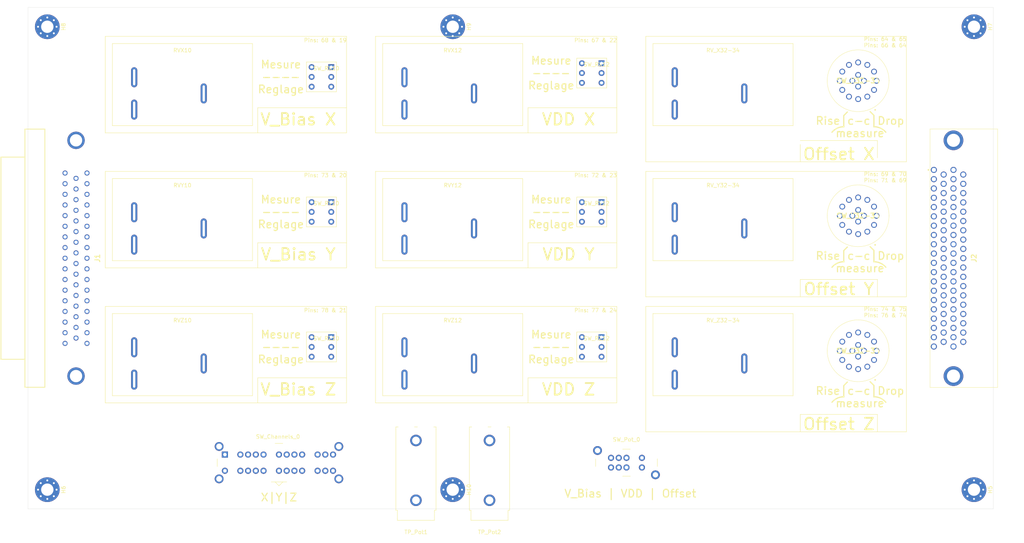
<source format=kicad_pcb>
(kicad_pcb (version 20171130) (host pcbnew 5.1.5-1.fc31)

  (general
    (thickness 1.6)
    (drawings 102)
    (tracks 0)
    (zones 0)
    (modules 30)
    (nets 109)
  )

  (page A4)
  (layers
    (0 F.Cu signal)
    (1 In1.Cu power)
    (2 In2.Cu power)
    (31 B.Cu signal)
    (32 B.Adhes user)
    (33 F.Adhes user)
    (34 B.Paste user)
    (35 F.Paste user)
    (36 B.SilkS user)
    (37 F.SilkS user)
    (38 B.Mask user)
    (39 F.Mask user)
    (40 Dwgs.User user)
    (41 Cmts.User user)
    (42 Eco1.User user)
    (43 Eco2.User user)
    (44 Edge.Cuts user)
    (45 Margin user)
    (46 B.CrtYd user)
    (47 F.CrtYd user)
    (48 B.Fab user)
    (49 F.Fab user)
  )

  (setup
    (last_trace_width 0.2)
    (user_trace_width 0.1778)
    (user_trace_width 0.256)
    (user_trace_width 0.5)
    (trace_clearance 0.15)
    (zone_clearance 0.2)
    (zone_45_only no)
    (trace_min 0.15)
    (via_size 0.8)
    (via_drill 0.4)
    (via_min_size 0.4)
    (via_min_drill 0.3)
    (user_via 0.5 0.3)
    (uvia_size 0.3)
    (uvia_drill 0.1)
    (uvias_allowed no)
    (uvia_min_size 0.1)
    (uvia_min_drill 0.1)
    (edge_width 0.05)
    (segment_width 0.2)
    (pcb_text_width 0.3)
    (pcb_text_size 1.5 1.5)
    (mod_edge_width 0.12)
    (mod_text_size 1 1)
    (mod_text_width 0.15)
    (pad_size 5 5)
    (pad_drill 3.2)
    (pad_to_mask_clearance 0.051)
    (solder_mask_min_width 0.25)
    (aux_axis_origin 0 0)
    (visible_elements FFFFFFFF)
    (pcbplotparams
      (layerselection 0x010fc_ffffffff)
      (usegerberextensions false)
      (usegerberattributes false)
      (usegerberadvancedattributes false)
      (creategerberjobfile false)
      (excludeedgelayer true)
      (linewidth 0.100000)
      (plotframeref false)
      (viasonmask false)
      (mode 1)
      (useauxorigin false)
      (hpglpennumber 1)
      (hpglpenspeed 20)
      (hpglpendiameter 15.000000)
      (psnegative false)
      (psa4output false)
      (plotreference true)
      (plotvalue true)
      (plotinvisibletext false)
      (padsonsilk false)
      (subtractmaskfromsilk false)
      (outputformat 4)
      (mirror false)
      (drillshape 0)
      (scaleselection 1)
      (outputdirectory "pdf"))
  )

  (net 0 "")
  (net 1 GND)
  (net 2 /M_Z)
  (net 3 /M_Y)
  (net 4 /M_X)
  (net 5 /Sx)
  (net 6 /RTNx)
  (net 7 /Sy)
  (net 8 /RTNy)
  (net 9 /Sz)
  (net 10 /RTNz)
  (net 11 /CAL)
  (net 12 /+6V_A)
  (net 13 /CR_X)
  (net 14 /B_X)
  (net 15 /+6V_B)
  (net 16 /CR_Y)
  (net 17 /B_Y)
  (net 18 /+6V_C)
  (net 19 /CR_Z)
  (net 20 /B_Z)
  (net 21 /Temp_Mon_A)
  (net 22 /RTN_Mon_A)
  (net 23 "Net-(J1-Pad25)")
  (net 24 /RTN_Mon_B)
  (net 25 /Temp_Mon_B)
  (net 26 "Net-(RV_X32-34-Pad1)")
  (net 27 "Net-(RV_X32-34-Pad2)")
  (net 28 "Net-(RV_Y32-34-Pad1)")
  (net 29 "Net-(RV_Y32-34-Pad2)")
  (net 30 "Net-(RV_Z32-34-Pad1)")
  (net 31 "Net-(RV_Z32-34-Pad2)")
  (net 32 "Net-(RVX10-Pad1)")
  (net 33 "Net-(RVX10-Pad2)")
  (net 34 "Net-(RVX12-Pad1)")
  (net 35 "Net-(RVX12-Pad2)")
  (net 36 "Net-(RVY10-Pad1)")
  (net 37 "Net-(RVY10-Pad2)")
  (net 38 "Net-(RVY12-Pad1)")
  (net 39 "Net-(RVY12-Pad2)")
  (net 40 "Net-(RVZ10-Pad1)")
  (net 41 "Net-(RVZ10-Pad2)")
  (net 42 "Net-(RVZ12-Pad1)")
  (net 43 "Net-(RVZ12-Pad2)")
  (net 44 /In2P_X)
  (net 45 /In2P_Y)
  (net 46 /In2P_Z)
  (net 47 /TP_Pot_2)
  (net 48 /TP_Pot_1)
  (net 49 /-RZ12)
  (net 50 /-RY12)
  (net 51 /-RX12)
  (net 52 /-RZ10)
  (net 53 /-RY10)
  (net 54 /-RX10)
  (net 55 /+RX34)
  (net 56 /-RX34)
  (net 57 /+RX32)
  (net 58 /+RX12)
  (net 59 /+RX10)
  (net 60 /+RY34)
  (net 61 /-RY34)
  (net 62 /+RY32)
  (net 63 /+RY12)
  (net 64 /+RY10)
  (net 65 /+RZ34)
  (net 66 /-RZ34)
  (net 67 /+RZ32)
  (net 68 /+RZ12)
  (net 69 /+RZ10)
  (net 70 /CaracAsic/Pot_Bias_Z_2)
  (net 71 /CaracAsic/Pot_Bias_Y_2)
  (net 72 /CaracAsic/Pot_Bias_X_2)
  (net 73 /CaracAsic/Pot_Bias_2)
  (net 74 /CaracAsic/Pot_Bias_Z_1)
  (net 75 /CaracAsic/Pot_Bias_Y_1)
  (net 76 /CaracAsic/Pot_Bias_X_1)
  (net 77 /CaracAsic/Pot_Bias_1)
  (net 78 /CaracAsic/Pot_VDD_Z_2)
  (net 79 /CaracAsic/Pot_VDD_Y_2)
  (net 80 /CaracAsic/Pot_VDD_X_2)
  (net 81 /CaracAsic/Pot_VDD_2)
  (net 82 /CaracAsic/Pot_VDD_Z_1)
  (net 83 /CaracAsic/Pot_VDD_Y_1)
  (net 84 /CaracAsic/Pot_VDD_X_1)
  (net 85 /CaracAsic/Pot_VDD_1)
  (net 86 /CaracAsic/Pot_Offset_Z_2)
  (net 87 /CaracAsic/Pot_Offset_Y_2)
  (net 88 /CaracAsic/Pot_Offset_X_2)
  (net 89 /CaracAsic/Pot_Offset_2)
  (net 90 /CaracAsic/Pot_Offset_Z_1)
  (net 91 /CaracAsic/Pot_Offset_Y_1)
  (net 92 /CaracAsic/Pot_Offset_X_1)
  (net 93 /CaracAsic/Pot_Offset_1)
  (net 94 /CaracAsic/ChannelX/-34)
  (net 95 /CaracAsic/ChannelX/-32)
  (net 96 /CaracAsic/ChannelX/+34)
  (net 97 /CaracAsic/ChannelX/+32)
  (net 98 /CaracAsic/ChannelX/In2N)
  (net 99 /CaracAsic/ChannelY/-34)
  (net 100 /CaracAsic/ChannelY/-32)
  (net 101 /CaracAsic/ChannelY/+34)
  (net 102 /CaracAsic/ChannelY/+32)
  (net 103 /CaracAsic/ChannelY/In2N)
  (net 104 /CaracAsic/ChannelZ/-34)
  (net 105 /CaracAsic/ChannelZ/-32)
  (net 106 /CaracAsic/ChannelZ/+34)
  (net 107 /CaracAsic/ChannelZ/+32)
  (net 108 /CaracAsic/ChannelZ/In2N)

  (net_class Default "Ceci est la Netclass par défaut."
    (clearance 0.15)
    (trace_width 0.2)
    (via_dia 0.8)
    (via_drill 0.4)
    (uvia_dia 0.3)
    (uvia_drill 0.1)
    (add_net /+6V_A)
    (add_net /+6V_B)
    (add_net /+6V_C)
    (add_net /+RX10)
    (add_net /+RX12)
    (add_net /+RX32)
    (add_net /+RX34)
    (add_net /+RY10)
    (add_net /+RY12)
    (add_net /+RY32)
    (add_net /+RY34)
    (add_net /+RZ10)
    (add_net /+RZ12)
    (add_net /+RZ32)
    (add_net /+RZ34)
    (add_net /-RX10)
    (add_net /-RX12)
    (add_net /-RX34)
    (add_net /-RY10)
    (add_net /-RY12)
    (add_net /-RY34)
    (add_net /-RZ10)
    (add_net /-RZ12)
    (add_net /-RZ34)
    (add_net /B_X)
    (add_net /B_Y)
    (add_net /B_Z)
    (add_net /CAL)
    (add_net /CR_X)
    (add_net /CR_Y)
    (add_net /CR_Z)
    (add_net /CaracAsic/ChannelX/+32)
    (add_net /CaracAsic/ChannelX/+34)
    (add_net /CaracAsic/ChannelX/-32)
    (add_net /CaracAsic/ChannelX/-34)
    (add_net /CaracAsic/ChannelX/In2N)
    (add_net /CaracAsic/ChannelY/+32)
    (add_net /CaracAsic/ChannelY/+34)
    (add_net /CaracAsic/ChannelY/-32)
    (add_net /CaracAsic/ChannelY/-34)
    (add_net /CaracAsic/ChannelY/In2N)
    (add_net /CaracAsic/ChannelZ/+32)
    (add_net /CaracAsic/ChannelZ/+34)
    (add_net /CaracAsic/ChannelZ/-32)
    (add_net /CaracAsic/ChannelZ/-34)
    (add_net /CaracAsic/ChannelZ/In2N)
    (add_net /CaracAsic/Pot_Bias_1)
    (add_net /CaracAsic/Pot_Bias_2)
    (add_net /CaracAsic/Pot_Bias_X_1)
    (add_net /CaracAsic/Pot_Bias_X_2)
    (add_net /CaracAsic/Pot_Bias_Y_1)
    (add_net /CaracAsic/Pot_Bias_Y_2)
    (add_net /CaracAsic/Pot_Bias_Z_1)
    (add_net /CaracAsic/Pot_Bias_Z_2)
    (add_net /CaracAsic/Pot_Offset_1)
    (add_net /CaracAsic/Pot_Offset_2)
    (add_net /CaracAsic/Pot_Offset_X_1)
    (add_net /CaracAsic/Pot_Offset_X_2)
    (add_net /CaracAsic/Pot_Offset_Y_1)
    (add_net /CaracAsic/Pot_Offset_Y_2)
    (add_net /CaracAsic/Pot_Offset_Z_1)
    (add_net /CaracAsic/Pot_Offset_Z_2)
    (add_net /CaracAsic/Pot_VDD_1)
    (add_net /CaracAsic/Pot_VDD_2)
    (add_net /CaracAsic/Pot_VDD_X_1)
    (add_net /CaracAsic/Pot_VDD_X_2)
    (add_net /CaracAsic/Pot_VDD_Y_1)
    (add_net /CaracAsic/Pot_VDD_Y_2)
    (add_net /CaracAsic/Pot_VDD_Z_1)
    (add_net /CaracAsic/Pot_VDD_Z_2)
    (add_net /In2P_X)
    (add_net /In2P_Y)
    (add_net /In2P_Z)
    (add_net /M_X)
    (add_net /M_Y)
    (add_net /M_Z)
    (add_net /RTN_Mon_A)
    (add_net /RTN_Mon_B)
    (add_net /RTNx)
    (add_net /RTNy)
    (add_net /RTNz)
    (add_net /Sx)
    (add_net /Sy)
    (add_net /Sz)
    (add_net /TP_Pot_1)
    (add_net /TP_Pot_2)
    (add_net /Temp_Mon_A)
    (add_net /Temp_Mon_B)
    (add_net GND)
    (add_net "Net-(J1-Pad25)")
    (add_net "Net-(RVX10-Pad1)")
    (add_net "Net-(RVX10-Pad2)")
    (add_net "Net-(RVX12-Pad1)")
    (add_net "Net-(RVX12-Pad2)")
    (add_net "Net-(RVY10-Pad1)")
    (add_net "Net-(RVY10-Pad2)")
    (add_net "Net-(RVY12-Pad1)")
    (add_net "Net-(RVY12-Pad2)")
    (add_net "Net-(RVZ10-Pad1)")
    (add_net "Net-(RVZ10-Pad2)")
    (add_net "Net-(RVZ12-Pad1)")
    (add_net "Net-(RVZ12-Pad2)")
    (add_net "Net-(RV_X32-34-Pad1)")
    (add_net "Net-(RV_X32-34-Pad2)")
    (add_net "Net-(RV_Y32-34-Pad1)")
    (add_net "Net-(RV_Y32-34-Pad2)")
    (add_net "Net-(RV_Z32-34-Pad1)")
    (add_net "Net-(RV_Z32-34-Pad2)")
  )

  (net_class Old ""
    (clearance 0.2)
    (trace_width 0.25)
    (via_dia 0.8)
    (via_drill 0.4)
    (uvia_dia 0.3)
    (uvia_drill 0.1)
  )

  (net_class V ""
    (clearance 0.2)
    (trace_width 0.5)
    (via_dia 0.8)
    (via_drill 0.4)
    (uvia_dia 0.3)
    (uvia_drill 0.1)
  )

  (module LibPersoNadj:db_78f_09565527613 (layer F.Cu) (tedit 5E149E5E) (tstamp 5E167335)
    (at 130 0 270)
    (descr "D-Sub 78P Female haute densité  SLDR R/A THRU HOLE METAL SHL ")
    (tags "Connecteurs, D-Sub, Sub-D, 78, f, Female, haute densité 78P FML SLDR R/A THRU HOLE METAL SHL ")
    (path /5E1908EC)
    (fp_text reference J2 (at 0 0 90) (layer F.SilkS)
      (effects (font (size 1.27 1.27) (thickness 0.254)))
    )
    (fp_text value Conn_02x39_Top_Bottom_MountingPin (at 0 0 90) (layer F.SilkS) hide
      (effects (font (size 1.27 1.27) (thickness 0.254)))
    )
    (fp_text user %R (at 0 0 90) (layer F.Fab)
      (effects (font (size 1.27 1.27) (thickness 0.254)))
    )
    (fp_line (start -33.5 -6.115) (end 33.5 -6.115) (layer F.Fab) (width 0.2))
    (fp_line (start 33.5 -6.115) (end 33.5 11.385) (layer F.Fab) (width 0.2))
    (fp_line (start 33.5 11.385) (end -33.5 11.385) (layer F.Fab) (width 0.2))
    (fp_line (start -33.5 11.385) (end -33.5 -6.115) (layer F.Fab) (width 0.2))
    (fp_line (start -33.5 -6.115) (end 33.5 -6.115) (layer F.SilkS) (width 0.1))
    (fp_line (start 33.5 -6.115) (end 33.5 11.385) (layer F.SilkS) (width 0.1))
    (fp_line (start 33.5 11.385) (end -33.5 11.385) (layer F.SilkS) (width 0.1))
    (fp_line (start -33.5 11.385) (end -33.5 -6.115) (layer F.SilkS) (width 0.1))
    (fp_line (start -34.5 -12.915) (end 34.5 -12.915) (layer F.CrtYd) (width 0.1))
    (fp_line (start 34.5 -12.915) (end 34.5 12.915) (layer F.CrtYd) (width 0.1))
    (fp_line (start 34.5 12.915) (end -34.5 12.915) (layer F.CrtYd) (width 0.1))
    (fp_line (start -34.5 12.915) (end -34.5 -12.915) (layer F.CrtYd) (width 0.1))
    (fp_line (start -26.1 -6.115) (end -26.1 -11.915) (layer F.Fab) (width 0.2))
    (fp_line (start -26.1 -11.915) (end 26.1 -11.915) (layer F.Fab) (width 0.2))
    (fp_line (start 26.1 -11.915) (end 26.1 -6.115) (layer F.Fab) (width 0.2))
    (fp_line (start -23 11.815) (end -23 11.815) (layer F.SilkS) (width 0.2))
    (fp_line (start -22.8 11.815) (end -22.8 11.815) (layer F.SilkS) (width 0.2))
    (fp_arc (start -22.9 11.815) (end -23 11.815) (angle 180) (layer F.SilkS) (width 0.2))
    (fp_arc (start -22.9 11.815) (end -22.8 11.815) (angle 180) (layer F.SilkS) (width 0.2))
    (pad 1 thru_hole circle (at -22.895 10.395 270) (size 1.575 1.575) (drill 1.05) (layers *.Cu *.Mask)
      (net 14 /B_X))
    (pad 2 thru_hole circle (at -20.485 10.395 270) (size 1.575 1.575) (drill 1.05) (layers *.Cu *.Mask)
      (net 13 /CR_X))
    (pad 3 thru_hole circle (at -18.075 10.395 270) (size 1.575 1.575) (drill 1.05) (layers *.Cu *.Mask)
      (net 17 /B_Y))
    (pad 4 thru_hole circle (at -15.665 10.395 270) (size 1.575 1.575) (drill 1.05) (layers *.Cu *.Mask)
      (net 16 /CR_Y))
    (pad 5 thru_hole circle (at -13.255 10.395 270) (size 1.575 1.575) (drill 1.05) (layers *.Cu *.Mask)
      (net 20 /B_Z))
    (pad 6 thru_hole circle (at -10.845 10.395 270) (size 1.575 1.575) (drill 1.05) (layers *.Cu *.Mask)
      (net 19 /CR_Z))
    (pad 7 thru_hole circle (at -8.435 10.395 270) (size 1.575 1.575) (drill 1.05) (layers *.Cu *.Mask)
      (net 21 /Temp_Mon_A))
    (pad 8 thru_hole circle (at -6.025 10.395 270) (size 1.575 1.575) (drill 1.05) (layers *.Cu *.Mask)
      (net 22 /RTN_Mon_A))
    (pad 9 thru_hole circle (at -3.615 10.395 270) (size 1.575 1.575) (drill 1.05) (layers *.Cu *.Mask)
      (net 4 /M_X))
    (pad 10 thru_hole circle (at -1.205 10.395 270) (size 1.575 1.575) (drill 1.05) (layers *.Cu *.Mask)
      (net 1 GND))
    (pad 11 thru_hole circle (at 1.205 10.395 270) (size 1.575 1.575) (drill 1.05) (layers *.Cu *.Mask)
      (net 3 /M_Y))
    (pad 12 thru_hole circle (at 3.615 10.395 270) (size 1.575 1.575) (drill 1.05) (layers *.Cu *.Mask)
      (net 1 GND))
    (pad 13 thru_hole circle (at 6.025 10.395 270) (size 1.575 1.575) (drill 1.05) (layers *.Cu *.Mask)
      (net 2 /M_Z))
    (pad 14 thru_hole circle (at 8.435 10.395 270) (size 1.575 1.575) (drill 1.05) (layers *.Cu *.Mask)
      (net 1 GND))
    (pad 15 thru_hole circle (at 10.845 10.395 270) (size 1.575 1.575) (drill 1.05) (layers *.Cu *.Mask)
      (net 1 GND))
    (pad 16 thru_hole circle (at 13.255 10.395 270) (size 1.575 1.575) (drill 1.05) (layers *.Cu *.Mask)
      (net 44 /In2P_X))
    (pad 17 thru_hole circle (at 15.665 10.395 270) (size 1.575 1.575) (drill 1.05) (layers *.Cu *.Mask)
      (net 45 /In2P_Y))
    (pad 18 thru_hole circle (at 18.075 10.395 270) (size 1.575 1.575) (drill 1.05) (layers *.Cu *.Mask)
      (net 46 /In2P_Z))
    (pad 19 thru_hole circle (at 20.485 10.395 270) (size 1.575 1.575) (drill 1.05) (layers *.Cu *.Mask)
      (net 54 /-RX10))
    (pad 20 thru_hole circle (at 22.895 10.395 270) (size 1.575 1.575) (drill 1.05) (layers *.Cu *.Mask)
      (net 53 /-RY10))
    (pad 21 thru_hole circle (at -21.69 7.855 270) (size 1.575 1.575) (drill 1.05) (layers *.Cu *.Mask)
      (net 52 /-RZ10))
    (pad 22 thru_hole circle (at -19.28 7.855 270) (size 1.575 1.575) (drill 1.05) (layers *.Cu *.Mask)
      (net 51 /-RX12))
    (pad 23 thru_hole circle (at -16.87 7.855 270) (size 1.575 1.575) (drill 1.05) (layers *.Cu *.Mask)
      (net 50 /-RY12))
    (pad 24 thru_hole circle (at -14.46 7.855 270) (size 1.575 1.575) (drill 1.05) (layers *.Cu *.Mask)
      (net 49 /-RZ12))
    (pad 25 thru_hole circle (at -12.05 7.855 270) (size 1.575 1.575) (drill 1.05) (layers *.Cu *.Mask)
      (net 1 GND))
    (pad 26 thru_hole circle (at -9.64 7.855 270) (size 1.575 1.575) (drill 1.05) (layers *.Cu *.Mask)
      (net 6 /RTNx))
    (pad 27 thru_hole circle (at -7.23 7.855 270) (size 1.575 1.575) (drill 1.05) (layers *.Cu *.Mask)
      (net 5 /Sx))
    (pad 28 thru_hole circle (at -4.82 7.855 270) (size 1.575 1.575) (drill 1.05) (layers *.Cu *.Mask)
      (net 1 GND))
    (pad 29 thru_hole circle (at -2.41 7.855 270) (size 1.575 1.575) (drill 1.05) (layers *.Cu *.Mask)
      (net 9 /Sz))
    (pad 30 thru_hole circle (at 0 7.855 270) (size 1.575 1.575) (drill 1.05) (layers *.Cu *.Mask)
      (net 10 /RTNz))
    (pad 31 thru_hole circle (at 2.41 7.855 270) (size 1.575 1.575) (drill 1.05) (layers *.Cu *.Mask)
      (net 22 /RTN_Mon_A))
    (pad 32 thru_hole circle (at 4.82 7.855 270) (size 1.575 1.575) (drill 1.05) (layers *.Cu *.Mask)
      (net 24 /RTN_Mon_B))
    (pad 33 thru_hole circle (at 7.23 7.855 270) (size 1.575 1.575) (drill 1.05) (layers *.Cu *.Mask)
      (net 1 GND))
    (pad 34 thru_hole circle (at 9.64 7.855 270) (size 1.575 1.575) (drill 1.05) (layers *.Cu *.Mask)
      (net 15 /+6V_B))
    (pad 35 thru_hole circle (at 12.05 7.855 270) (size 1.575 1.575) (drill 1.05) (layers *.Cu *.Mask)
      (net 1 GND))
    (pad 36 thru_hole circle (at 14.46 7.855 270) (size 1.575 1.575) (drill 1.05) (layers *.Cu *.Mask)
      (net 1 GND))
    (pad 37 thru_hole circle (at 16.87 7.855 270) (size 1.575 1.575) (drill 1.05) (layers *.Cu *.Mask)
      (net 11 /CAL))
    (pad 38 thru_hole circle (at 19.28 7.855 270) (size 1.575 1.575) (drill 1.05) (layers *.Cu *.Mask)
      (net 1 GND))
    (pad 39 thru_hole circle (at 21.69 7.855 270) (size 1.575 1.575) (drill 1.05) (layers *.Cu *.Mask)
      (net 1 GND))
    (pad 40 thru_hole circle (at -22.895 5.315 270) (size 1.575 1.575) (drill 1.05) (layers *.Cu *.Mask)
      (net 7 /Sy))
    (pad 41 thru_hole circle (at -20.485 5.315 270) (size 1.575 1.575) (drill 1.05) (layers *.Cu *.Mask)
      (net 8 /RTNy))
    (pad 42 thru_hole circle (at -18.075 5.315 270) (size 1.575 1.575) (drill 1.05) (layers *.Cu *.Mask)
      (net 1 GND))
    (pad 43 thru_hole circle (at -15.665 5.315 270) (size 1.575 1.575) (drill 1.05) (layers *.Cu *.Mask)
      (net 21 /Temp_Mon_A))
    (pad 44 thru_hole circle (at -13.255 5.315 270) (size 1.575 1.575) (drill 1.05) (layers *.Cu *.Mask)
      (net 25 /Temp_Mon_B))
    (pad 45 thru_hole circle (at -10.845 5.315 270) (size 1.575 1.575) (drill 1.05) (layers *.Cu *.Mask)
      (net 12 /+6V_A))
    (pad 46 thru_hole circle (at -8.435 5.315 270) (size 1.575 1.575) (drill 1.05) (layers *.Cu *.Mask)
      (net 1 GND))
    (pad 47 thru_hole circle (at -6.025 5.315 270) (size 1.575 1.575) (drill 1.05) (layers *.Cu *.Mask)
      (net 1 GND))
    (pad 48 thru_hole circle (at -3.615 5.315 270) (size 1.575 1.575) (drill 1.05) (layers *.Cu *.Mask)
      (net 18 /+6V_C))
    (pad 49 thru_hole circle (at -1.205 5.315 270) (size 1.575 1.575) (drill 1.05) (layers *.Cu *.Mask)
      (net 1 GND))
    (pad 50 thru_hole circle (at 1.205 5.315 270) (size 1.575 1.575) (drill 1.05) (layers *.Cu *.Mask)
      (net 1 GND))
    (pad 51 thru_hole circle (at 3.615 5.315 270) (size 1.575 1.575) (drill 1.05) (layers *.Cu *.Mask)
      (net 1 GND))
    (pad 52 thru_hole circle (at 6.025 5.315 270) (size 1.575 1.575) (drill 1.05) (layers *.Cu *.Mask)
      (net 1 GND))
    (pad 53 thru_hole circle (at 8.435 5.315 270) (size 1.575 1.575) (drill 1.05) (layers *.Cu *.Mask)
      (net 1 GND))
    (pad 54 thru_hole circle (at 10.845 5.315 270) (size 1.575 1.575) (drill 1.05) (layers *.Cu *.Mask)
      (net 1 GND))
    (pad 55 thru_hole circle (at 13.255 5.315 270) (size 1.575 1.575) (drill 1.05) (layers *.Cu *.Mask)
      (net 1 GND))
    (pad 56 thru_hole circle (at 15.665 5.315 270) (size 1.575 1.575) (drill 1.05) (layers *.Cu *.Mask)
      (net 1 GND))
    (pad 57 thru_hole circle (at 18.075 5.315 270) (size 1.575 1.575) (drill 1.05) (layers *.Cu *.Mask)
      (net 1 GND))
    (pad 58 thru_hole circle (at 20.485 5.315 270) (size 1.575 1.575) (drill 1.05) (layers *.Cu *.Mask)
      (net 1 GND))
    (pad 59 thru_hole circle (at 22.895 5.315 270) (size 1.575 1.575) (drill 1.05) (layers *.Cu *.Mask)
      (net 1 GND))
    (pad 60 thru_hole circle (at -21.69 2.775 270) (size 1.575 1.575) (drill 1.05) (layers *.Cu *.Mask)
      (net 1 GND))
    (pad 61 thru_hole circle (at -19.28 2.775 270) (size 1.575 1.575) (drill 1.05) (layers *.Cu *.Mask)
      (net 1 GND))
    (pad 62 thru_hole circle (at -16.87 2.775 270) (size 1.575 1.575) (drill 1.05) (layers *.Cu *.Mask)
      (net 1 GND))
    (pad 63 thru_hole circle (at -14.46 2.775 270) (size 1.575 1.575) (drill 1.05) (layers *.Cu *.Mask)
      (net 1 GND))
    (pad 64 thru_hole circle (at -12.05 2.775 270) (size 1.575 1.575) (drill 1.05) (layers *.Cu *.Mask)
      (net 55 /+RX34))
    (pad 65 thru_hole circle (at -9.64 2.775 270) (size 1.575 1.575) (drill 1.05) (layers *.Cu *.Mask)
      (net 56 /-RX34))
    (pad 66 thru_hole circle (at -7.23 2.775 270) (size 1.575 1.575) (drill 1.05) (layers *.Cu *.Mask)
      (net 57 /+RX32))
    (pad 67 thru_hole circle (at -4.82 2.775 270) (size 1.575 1.575) (drill 1.05) (layers *.Cu *.Mask)
      (net 58 /+RX12))
    (pad 68 thru_hole circle (at -2.41 2.775 270) (size 1.575 1.575) (drill 1.05) (layers *.Cu *.Mask)
      (net 59 /+RX10))
    (pad 69 thru_hole circle (at 0 2.775 270) (size 1.575 1.575) (drill 1.05) (layers *.Cu *.Mask)
      (net 60 /+RY34))
    (pad 70 thru_hole circle (at 2.41 2.775 270) (size 1.575 1.575) (drill 1.05) (layers *.Cu *.Mask)
      (net 61 /-RY34))
    (pad 71 thru_hole circle (at 4.82 2.775 270) (size 1.575 1.575) (drill 1.05) (layers *.Cu *.Mask)
      (net 62 /+RY32))
    (pad 72 thru_hole circle (at 7.23 2.775 270) (size 1.575 1.575) (drill 1.05) (layers *.Cu *.Mask)
      (net 63 /+RY12))
    (pad 73 thru_hole circle (at 9.64 2.775 270) (size 1.575 1.575) (drill 1.05) (layers *.Cu *.Mask)
      (net 64 /+RY10))
    (pad 74 thru_hole circle (at 12.05 2.775 270) (size 1.575 1.575) (drill 1.05) (layers *.Cu *.Mask)
      (net 65 /+RZ34))
    (pad 75 thru_hole circle (at 14.46 2.775 270) (size 1.575 1.575) (drill 1.05) (layers *.Cu *.Mask)
      (net 66 /-RZ34))
    (pad 76 thru_hole circle (at 16.87 2.775 270) (size 1.575 1.575) (drill 1.05) (layers *.Cu *.Mask)
      (net 67 /+RZ32))
    (pad 77 thru_hole circle (at 19.28 2.775 270) (size 1.575 1.575) (drill 1.05) (layers *.Cu *.Mask)
      (net 68 /+RZ12))
    (pad 78 thru_hole circle (at 21.69 2.775 270) (size 1.575 1.575) (drill 1.05) (layers *.Cu *.Mask)
      (net 69 /+RZ10))
    (pad 0 thru_hole circle (at -30.56 5.315 270) (size 5.1 5.1) (drill 3.4) (layers *.Cu *.Mask))
    (pad 0 thru_hole circle (at 30.56 5.315 270) (size 5.1 5.1) (drill 3.4) (layers *.Cu *.Mask))
    (model ${PERSO}/Connectors/Sub-D/db_78_Female.wrl
      (offset (xyz 0 12.25 8))
      (scale (xyz 1 1 1))
      (rotate (xyz 0 0 0))
    )
  )

  (module MountingHole:MountingHole_3.2mm_M3_Pad_Via (layer F.Cu) (tedit 56DDBCCA) (tstamp 5E15BBEB)
    (at -5 60 270)
    (descr "Mounting Hole 3.2mm, M3")
    (tags "mounting hole 3.2mm m3")
    (path /5E8E58C3)
    (attr virtual)
    (fp_text reference H10 (at 0 -4.2 90) (layer F.SilkS)
      (effects (font (size 1 1) (thickness 0.15)))
    )
    (fp_text value MountingHole_Pad (at 0 4.2 90) (layer F.Fab)
      (effects (font (size 1 1) (thickness 0.15)))
    )
    (fp_circle (center 0 0) (end 3.45 0) (layer F.CrtYd) (width 0.05))
    (fp_circle (center 0 0) (end 3.2 0) (layer Cmts.User) (width 0.15))
    (fp_text user %R (at 0.3 0 90) (layer F.Fab)
      (effects (font (size 1 1) (thickness 0.15)))
    )
    (pad 1 thru_hole circle (at 1.697056 -1.697056 270) (size 0.8 0.8) (drill 0.5) (layers *.Cu *.Mask)
      (net 1 GND))
    (pad 1 thru_hole circle (at 0 -2.4 270) (size 0.8 0.8) (drill 0.5) (layers *.Cu *.Mask)
      (net 1 GND))
    (pad 1 thru_hole circle (at -1.697056 -1.697056 270) (size 0.8 0.8) (drill 0.5) (layers *.Cu *.Mask)
      (net 1 GND))
    (pad 1 thru_hole circle (at -2.4 0 270) (size 0.8 0.8) (drill 0.5) (layers *.Cu *.Mask)
      (net 1 GND))
    (pad 1 thru_hole circle (at -1.697056 1.697056 270) (size 0.8 0.8) (drill 0.5) (layers *.Cu *.Mask)
      (net 1 GND))
    (pad 1 thru_hole circle (at 0 2.4 270) (size 0.8 0.8) (drill 0.5) (layers *.Cu *.Mask)
      (net 1 GND))
    (pad 1 thru_hole circle (at 1.697056 1.697056 270) (size 0.8 0.8) (drill 0.5) (layers *.Cu *.Mask)
      (net 1 GND))
    (pad 1 thru_hole circle (at 2.4 0 270) (size 0.8 0.8) (drill 0.5) (layers *.Cu *.Mask)
      (net 1 GND))
    (pad 1 thru_hole circle (at 0 0 270) (size 6.4 6.4) (drill 3.2) (layers *.Cu *.Mask)
      (net 1 GND))
  )

  (module MountingHole:MountingHole_3.2mm_M3_Pad_Via (layer F.Cu) (tedit 56DDBCCA) (tstamp 5E15AFF7)
    (at -5 -60 270)
    (descr "Mounting Hole 3.2mm, M3")
    (tags "mounting hole 3.2mm m3")
    (path /5E8E58C9)
    (attr virtual)
    (fp_text reference H9 (at 0 -4.2 90) (layer F.SilkS)
      (effects (font (size 1 1) (thickness 0.15)))
    )
    (fp_text value MountingHole_Pad (at 0 4.2 90) (layer F.Fab)
      (effects (font (size 1 1) (thickness 0.15)))
    )
    (fp_circle (center 0 0) (end 3.45 0) (layer F.CrtYd) (width 0.05))
    (fp_circle (center 0 0) (end 3.2 0) (layer Cmts.User) (width 0.15))
    (fp_text user %R (at 0.3 0 90) (layer F.Fab)
      (effects (font (size 1 1) (thickness 0.15)))
    )
    (pad 1 thru_hole circle (at 1.697056 -1.697056 270) (size 0.8 0.8) (drill 0.5) (layers *.Cu *.Mask)
      (net 1 GND))
    (pad 1 thru_hole circle (at 0 -2.4 270) (size 0.8 0.8) (drill 0.5) (layers *.Cu *.Mask)
      (net 1 GND))
    (pad 1 thru_hole circle (at -1.697056 -1.697056 270) (size 0.8 0.8) (drill 0.5) (layers *.Cu *.Mask)
      (net 1 GND))
    (pad 1 thru_hole circle (at -2.4 0 270) (size 0.8 0.8) (drill 0.5) (layers *.Cu *.Mask)
      (net 1 GND))
    (pad 1 thru_hole circle (at -1.697056 1.697056 270) (size 0.8 0.8) (drill 0.5) (layers *.Cu *.Mask)
      (net 1 GND))
    (pad 1 thru_hole circle (at 0 2.4 270) (size 0.8 0.8) (drill 0.5) (layers *.Cu *.Mask)
      (net 1 GND))
    (pad 1 thru_hole circle (at 1.697056 1.697056 270) (size 0.8 0.8) (drill 0.5) (layers *.Cu *.Mask)
      (net 1 GND))
    (pad 1 thru_hole circle (at 2.4 0 270) (size 0.8 0.8) (drill 0.5) (layers *.Cu *.Mask)
      (net 1 GND))
    (pad 1 thru_hole circle (at 0 0 270) (size 6.4 6.4) (drill 3.2) (layers *.Cu *.Mask)
      (net 1 GND))
  )

  (module LibPersoNadj:Banana_test_point_4mm (layer F.Cu) (tedit 5E159CFF) (tstamp 5E15B601)
    (at 4.525 55 180)
    (descr "Connecteur de test banane")
    (tags "Connecteur, test, banane, banana, test, point")
    (path /5DB96B3D)
    (fp_text reference TP_Pot2 (at 0 -16) (layer F.SilkS)
      (effects (font (size 1 1) (thickness 0.15)))
    )
    (fp_text value TestPoint (at 0 -18) (layer F.Fab)
      (effects (font (size 1 1) (thickness 0.15)))
    )
    (fp_line (start 5.2 -10.35) (end 5.2 -9.95) (layer F.SilkS) (width 0.12))
    (fp_line (start 4.8 -10.35) (end 5.2 -10.35) (layer F.SilkS) (width 0.12))
    (fp_line (start 4.8 -12.55) (end 4.8 -10.35) (layer F.SilkS) (width 0.12))
    (fp_line (start 4.8 -12.95) (end 4.8 -12.55) (layer F.SilkS) (width 0.12))
    (fp_line (start 4.4 -12.95) (end 4.8 -12.95) (layer F.SilkS) (width 0.12))
    (fp_line (start -4.8 -12.95) (end -4.4 -12.95) (layer F.SilkS) (width 0.12))
    (fp_line (start -4.8 -10.75) (end -4.8 -12.95) (layer F.SilkS) (width 0.12))
    (fp_line (start -4.8 -10.35) (end -4.8 -10.75) (layer F.SilkS) (width 0.12))
    (fp_line (start -5.2 -10.35) (end -4.8 -10.35) (layer F.SilkS) (width 0.12))
    (fp_line (start -5.2 -9.95) (end -5.2 -10.35) (layer F.SilkS) (width 0.12))
    (fp_line (start 4.8 11.25) (end 4.6 11.25) (layer F.SilkS) (width 0.12))
    (fp_line (start 5.2 11.25) (end 5.2 10.65) (layer F.SilkS) (width 0.12))
    (fp_line (start 4.8 11.25) (end 5.2 11.25) (layer F.SilkS) (width 0.12))
    (fp_line (start -5.2 11.25) (end -4.6 11.25) (layer F.SilkS) (width 0.12))
    (fp_line (start -5.2 10.65) (end -5.2 11.25) (layer F.SilkS) (width 0.12))
    (fp_line (start -4.4 -12.95) (end 4.4 -12.95) (layer F.SilkS) (width 0.12))
    (fp_line (start -0.4 11.25) (end 0.4 11.25) (layer F.SilkS) (width 0.12))
    (fp_line (start 5.2 -9.95) (end 5.2 10.65) (layer F.SilkS) (width 0.12))
    (fp_line (start -5.2 -9.95) (end -5.2 10.65) (layer F.SilkS) (width 0.12))
    (fp_line (start 5.5 -13.05) (end 0 -13.05) (layer F.CrtYd) (width 0.12))
    (fp_line (start 5.5 11.45) (end 5.5 -13.05) (layer F.CrtYd) (width 0.12))
    (fp_line (start -6 11.45) (end 5.5 11.45) (layer F.CrtYd) (width 0.12))
    (fp_line (start -6 -13.05) (end -6 11.45) (layer F.CrtYd) (width 0.12))
    (fp_line (start 0 -13.05) (end -6 -13.05) (layer F.CrtYd) (width 0.12))
    (fp_line (start 5.05 -7.65) (end 5.05 -10.25) (layer F.Fab) (width 0.12))
    (fp_line (start 5.05 7.85) (end 5.05 -6.95) (layer F.Fab) (width 0.12))
    (fp_line (start 5.05 11.15) (end 5.05 8.55) (layer F.Fab) (width 0.12))
    (fp_line (start -5.05 8.55) (end -5.05 11.15) (layer F.Fab) (width 0.12))
    (fp_line (start -5.05 -6.95) (end -5.05 7.85) (layer F.Fab) (width 0.12))
    (fp_line (start -5.05 -10.25) (end -5.05 -7.65) (layer F.Fab) (width 0.12))
    (fp_line (start 5.05 -7.65) (end 4.45 -7.65) (layer F.Fab) (width 0.12))
    (fp_line (start 4.45 -6.95) (end 5.05 -6.95) (layer F.Fab) (width 0.12))
    (fp_line (start 4.45 -7.65) (end 4.45 -6.95) (layer F.Fab) (width 0.12))
    (fp_line (start -5.05 7.85) (end -5.65 7.85) (layer F.Fab) (width 0.12))
    (fp_line (start -5.65 8.55) (end -5.05 8.55) (layer F.Fab) (width 0.12))
    (fp_line (start -5.65 7.85) (end -5.65 8.55) (layer F.Fab) (width 0.12))
    (fp_line (start -5.05 -7.65) (end -5.65 -7.65) (layer F.Fab) (width 0.12))
    (fp_line (start -5.65 -6.95) (end -5.05 -6.95) (layer F.Fab) (width 0.12))
    (fp_line (start -5.65 -7.65) (end -5.65 -6.95) (layer F.Fab) (width 0.12))
    (fp_line (start 4.45 8.55) (end 5.05 8.55) (layer F.Fab) (width 0.12))
    (fp_line (start 4.45 7.85) (end 4.45 8.55) (layer F.Fab) (width 0.12))
    (fp_line (start 5.05 7.85) (end 4.45 7.85) (layer F.Fab) (width 0.12))
    (fp_line (start 4.7 -12.85) (end 4.7 -10.25) (layer F.Fab) (width 0.12))
    (fp_line (start -4.7 -12.85) (end -4.7 -10.25) (layer F.Fab) (width 0.12))
    (fp_line (start -4.7 -12.85) (end 4.7 -12.85) (layer F.Fab) (width 0.12))
    (fp_line (start 5.05 -10.25) (end -5.05 -10.25) (layer F.Fab) (width 0.12))
    (fp_line (start -5.05 11.15) (end 5.05 11.15) (layer F.Fab) (width 0.12))
    (pad 1 thru_hole circle (at 0 7.75 180) (size 3 3) (drill 2) (layers *.Cu *.Mask)
      (net 47 /TP_Pot_2))
    (pad 1 thru_hole circle (at 0 -7.75 180) (size 3 3) (drill 2) (layers *.Cu *.Mask)
      (net 47 /TP_Pot_2))
    (model "${PERSO}/Connectors/Test points/Multicomp_24_243_2.STEP"
      (offset (xyz 0 7.75 0))
      (scale (xyz 1 1 1))
      (rotate (xyz 0 0 180))
    )
    (model "${PERSO}/Connectors/Test points/Multicomp_24_243_3.STEP"
      (offset (xyz 0 7.75 0))
      (scale (xyz 1 1 1))
      (rotate (xyz 0 0 180))
    )
    (model "${PERSO}/Connectors/Test points/Multicomp_24_243_4.STEP"
      (offset (xyz 0 7.75 0))
      (scale (xyz 1 1 1))
      (rotate (xyz 0 0 180))
    )
    (model "${PERSO}/Connectors/Test points/Multicomp_24_243_5.STEP"
      (offset (xyz 0 7.75 0))
      (scale (xyz 1 1 1))
      (rotate (xyz 0 0 180))
    )
  )

  (module LibPersoNadj:Banana_test_point_4mm (layer F.Cu) (tedit 5E159CFF) (tstamp 5E15BCD0)
    (at -14.525 55 180)
    (descr "Connecteur de test banane")
    (tags "Connecteur, test, banane, banana, test, point")
    (path /5DB96B37)
    (fp_text reference TP_Pot1 (at 0 -16) (layer F.SilkS)
      (effects (font (size 1 1) (thickness 0.15)))
    )
    (fp_text value TestPoint (at 0 -18) (layer F.Fab)
      (effects (font (size 1 1) (thickness 0.15)))
    )
    (fp_line (start 5.2 -10.35) (end 5.2 -9.95) (layer F.SilkS) (width 0.12))
    (fp_line (start 4.8 -10.35) (end 5.2 -10.35) (layer F.SilkS) (width 0.12))
    (fp_line (start 4.8 -12.55) (end 4.8 -10.35) (layer F.SilkS) (width 0.12))
    (fp_line (start 4.8 -12.95) (end 4.8 -12.55) (layer F.SilkS) (width 0.12))
    (fp_line (start 4.4 -12.95) (end 4.8 -12.95) (layer F.SilkS) (width 0.12))
    (fp_line (start -4.8 -12.95) (end -4.4 -12.95) (layer F.SilkS) (width 0.12))
    (fp_line (start -4.8 -10.75) (end -4.8 -12.95) (layer F.SilkS) (width 0.12))
    (fp_line (start -4.8 -10.35) (end -4.8 -10.75) (layer F.SilkS) (width 0.12))
    (fp_line (start -5.2 -10.35) (end -4.8 -10.35) (layer F.SilkS) (width 0.12))
    (fp_line (start -5.2 -9.95) (end -5.2 -10.35) (layer F.SilkS) (width 0.12))
    (fp_line (start 4.8 11.25) (end 4.6 11.25) (layer F.SilkS) (width 0.12))
    (fp_line (start 5.2 11.25) (end 5.2 10.65) (layer F.SilkS) (width 0.12))
    (fp_line (start 4.8 11.25) (end 5.2 11.25) (layer F.SilkS) (width 0.12))
    (fp_line (start -5.2 11.25) (end -4.6 11.25) (layer F.SilkS) (width 0.12))
    (fp_line (start -5.2 10.65) (end -5.2 11.25) (layer F.SilkS) (width 0.12))
    (fp_line (start -4.4 -12.95) (end 4.4 -12.95) (layer F.SilkS) (width 0.12))
    (fp_line (start -0.4 11.25) (end 0.4 11.25) (layer F.SilkS) (width 0.12))
    (fp_line (start 5.2 -9.95) (end 5.2 10.65) (layer F.SilkS) (width 0.12))
    (fp_line (start -5.2 -9.95) (end -5.2 10.65) (layer F.SilkS) (width 0.12))
    (fp_line (start 5.5 -13.05) (end 0 -13.05) (layer F.CrtYd) (width 0.12))
    (fp_line (start 5.5 11.45) (end 5.5 -13.05) (layer F.CrtYd) (width 0.12))
    (fp_line (start -6 11.45) (end 5.5 11.45) (layer F.CrtYd) (width 0.12))
    (fp_line (start -6 -13.05) (end -6 11.45) (layer F.CrtYd) (width 0.12))
    (fp_line (start 0 -13.05) (end -6 -13.05) (layer F.CrtYd) (width 0.12))
    (fp_line (start 5.05 -7.65) (end 5.05 -10.25) (layer F.Fab) (width 0.12))
    (fp_line (start 5.05 7.85) (end 5.05 -6.95) (layer F.Fab) (width 0.12))
    (fp_line (start 5.05 11.15) (end 5.05 8.55) (layer F.Fab) (width 0.12))
    (fp_line (start -5.05 8.55) (end -5.05 11.15) (layer F.Fab) (width 0.12))
    (fp_line (start -5.05 -6.95) (end -5.05 7.85) (layer F.Fab) (width 0.12))
    (fp_line (start -5.05 -10.25) (end -5.05 -7.65) (layer F.Fab) (width 0.12))
    (fp_line (start 5.05 -7.65) (end 4.45 -7.65) (layer F.Fab) (width 0.12))
    (fp_line (start 4.45 -6.95) (end 5.05 -6.95) (layer F.Fab) (width 0.12))
    (fp_line (start 4.45 -7.65) (end 4.45 -6.95) (layer F.Fab) (width 0.12))
    (fp_line (start -5.05 7.85) (end -5.65 7.85) (layer F.Fab) (width 0.12))
    (fp_line (start -5.65 8.55) (end -5.05 8.55) (layer F.Fab) (width 0.12))
    (fp_line (start -5.65 7.85) (end -5.65 8.55) (layer F.Fab) (width 0.12))
    (fp_line (start -5.05 -7.65) (end -5.65 -7.65) (layer F.Fab) (width 0.12))
    (fp_line (start -5.65 -6.95) (end -5.05 -6.95) (layer F.Fab) (width 0.12))
    (fp_line (start -5.65 -7.65) (end -5.65 -6.95) (layer F.Fab) (width 0.12))
    (fp_line (start 4.45 8.55) (end 5.05 8.55) (layer F.Fab) (width 0.12))
    (fp_line (start 4.45 7.85) (end 4.45 8.55) (layer F.Fab) (width 0.12))
    (fp_line (start 5.05 7.85) (end 4.45 7.85) (layer F.Fab) (width 0.12))
    (fp_line (start 4.7 -12.85) (end 4.7 -10.25) (layer F.Fab) (width 0.12))
    (fp_line (start -4.7 -12.85) (end -4.7 -10.25) (layer F.Fab) (width 0.12))
    (fp_line (start -4.7 -12.85) (end 4.7 -12.85) (layer F.Fab) (width 0.12))
    (fp_line (start 5.05 -10.25) (end -5.05 -10.25) (layer F.Fab) (width 0.12))
    (fp_line (start -5.05 11.15) (end 5.05 11.15) (layer F.Fab) (width 0.12))
    (pad 1 thru_hole circle (at 0 7.75 180) (size 3 3) (drill 2) (layers *.Cu *.Mask)
      (net 48 /TP_Pot_1))
    (pad 1 thru_hole circle (at 0 -7.75 180) (size 3 3) (drill 2) (layers *.Cu *.Mask)
      (net 48 /TP_Pot_1))
    (model "${PERSO}/Connectors/Test points/Multicomp_24_243_1.STEP"
      (offset (xyz 0 7.75 0))
      (scale (xyz 1 1 1))
      (rotate (xyz 0 0 180))
    )
    (model "${PERSO}/Connectors/Test points/Multicomp_24_243_2.STEP"
      (offset (xyz 0 7.75 0))
      (scale (xyz 1 1 1))
      (rotate (xyz 0 0 180))
    )
    (model "${PERSO}/Connectors/Test points/Multicomp_24_243_3.STEP"
      (offset (xyz 0 7.75 0))
      (scale (xyz 1 1 1))
      (rotate (xyz 0 0 180))
    )
    (model "${PERSO}/Connectors/Test points/Multicomp_24_243_4.STEP"
      (offset (xyz 0 7.75 0))
      (scale (xyz 1 1 1))
      (rotate (xyz 0 0 180))
    )
    (model "${PERSO}/Connectors/Test points/Multicomp_24_243_5.STEP"
      (offset (xyz 0 7.75 0))
      (scale (xyz 1 1 1))
      (rotate (xyz 0 0 180))
    )
  )

  (module LibPersoNadj:SW_6P3T_MSS6350R04_TE (layer F.Cu) (tedit 5E00D5B0) (tstamp 5E15BC3A)
    (at -50 53)
    (descr "Switch DPDT NKK http://www.nkkswitches.com/pdf/Btoggles.pdf")
    (tags "SWITCH TOGGLE DPDT")
    (path /5D6520CE/5E153517)
    (fp_text reference SW_Channels_0 (at -0.27 -6.74) (layer F.SilkS)
      (effects (font (size 1 1) (thickness 0.15)))
    )
    (fp_text value SW_6P3T_Slide6x3 (at 0 7) (layer F.Fab)
      (effects (font (size 1 1) (thickness 0.15)))
    )
    (fp_line (start -2 5) (end 2 5) (layer F.SilkS) (width 0.12))
    (fp_line (start 0 6) (end 1 5) (layer F.SilkS) (width 0.12))
    (fp_line (start -1 5) (end 0 6) (layer F.SilkS) (width 0.12))
    (fp_line (start -16 -1) (end -16 1) (layer F.SilkS) (width 0.12))
    (fp_line (start -1 -5) (end 1 -5) (layer F.SilkS) (width 0.12))
    (fp_line (start -17 -5.75) (end 17 -5.75) (layer F.CrtYd) (width 0.12))
    (fp_line (start -17 5.75) (end -17 -5.75) (layer F.CrtYd) (width 0.12))
    (fp_line (start 17 5.75) (end -17 5.75) (layer F.CrtYd) (width 0.12))
    (fp_line (start 17 5.5) (end 17 5.75) (layer F.CrtYd) (width 0.12))
    (fp_line (start 17 -5.75) (end 17 5.5) (layer F.CrtYd) (width 0.12))
    (fp_line (start 2.5 15) (end 2.75 5) (layer F.Fab) (width 0.12))
    (fp_line (start -2.5 15) (end 2.5 15) (layer F.Fab) (width 0.12))
    (fp_line (start -2.75 5) (end -2.5 15) (layer F.Fab) (width 0.12))
    (fp_line (start -16.05 -5) (end 16.05 -5) (layer F.Fab) (width 0.12))
    (fp_line (start -16.05 5) (end -16.05 -5) (layer F.Fab) (width 0.12))
    (fp_line (start 16.05 5) (end -16.05 5) (layer F.Fab) (width 0.12))
    (fp_line (start 16.05 -5) (end 16.05 5) (layer F.Fab) (width 0.12))
    (fp_text user %R (at -0.27 -6.74) (layer F.Fab)
      (effects (font (size 1 1) (thickness 0.15)))
    )
    (pad 0 thru_hole circle (at 15.5 -4.2) (size 2.3 2.3) (drill 1.5) (layers *.Cu *.Mask)
      (net 1 GND))
    (pad 0 thru_hole circle (at -15.5 4.2) (size 2.3 2.3) (drill 1.5) (layers *.Cu *.Mask)
      (net 1 GND))
    (pad 0 thru_hole circle (at 15.5 4.2 180) (size 2.3 2.3) (drill 1.5) (layers *.Cu *.Mask)
      (net 1 GND))
    (pad 0 thru_hole circle (at -15.5 -4.2) (size 2.3 2.3) (drill 1.5) (layers *.Cu *.Mask)
      (net 1 GND))
    (pad 24 thru_hole circle (at 14 2.1) (size 1.6 1.6) (drill 0.9) (layers *.Cu *.Mask)
      (net 70 /CaracAsic/Pot_Bias_Z_2))
    (pad 23 thru_hole circle (at 12 2.1) (size 1.6 1.6) (drill 0.9) (layers *.Cu *.Mask)
      (net 71 /CaracAsic/Pot_Bias_Y_2))
    (pad 22 thru_hole circle (at 10 2.1) (size 1.6 1.6) (drill 0.9) (layers *.Cu *.Mask)
      (net 72 /CaracAsic/Pot_Bias_X_2))
    (pad 21 thru_hole circle (at 6 2.1) (size 1.6 1.6) (drill 0.9) (layers *.Cu *.Mask)
      (net 73 /CaracAsic/Pot_Bias_2))
    (pad 20 thru_hole circle (at 4 2.1) (size 1.6 1.6) (drill 0.9) (layers *.Cu *.Mask)
      (net 74 /CaracAsic/Pot_Bias_Z_1))
    (pad 19 thru_hole circle (at 2 2.1) (size 1.6 1.6) (drill 0.9) (layers *.Cu *.Mask)
      (net 75 /CaracAsic/Pot_Bias_Y_1))
    (pad 18 thru_hole circle (at 0 2.1) (size 1.6 1.6) (drill 0.9) (layers *.Cu *.Mask)
      (net 76 /CaracAsic/Pot_Bias_X_1))
    (pad 17 thru_hole circle (at -4 2.1) (size 1.6 1.6) (drill 0.9) (layers *.Cu *.Mask)
      (net 77 /CaracAsic/Pot_Bias_1))
    (pad 16 thru_hole circle (at -6 2.1) (size 1.6 1.6) (drill 0.9) (layers *.Cu *.Mask)
      (net 78 /CaracAsic/Pot_VDD_Z_2))
    (pad 15 thru_hole circle (at -8 2.1) (size 1.6 1.6) (drill 0.9) (layers *.Cu *.Mask)
      (net 79 /CaracAsic/Pot_VDD_Y_2))
    (pad 14 thru_hole circle (at -10 2.1) (size 1.6 1.6) (drill 0.9) (layers *.Cu *.Mask)
      (net 80 /CaracAsic/Pot_VDD_X_2))
    (pad 13 thru_hole circle (at -14 2.1) (size 1.6 1.6) (drill 0.9) (layers *.Cu *.Mask)
      (net 81 /CaracAsic/Pot_VDD_2))
    (pad 12 thru_hole circle (at 14 -2.1) (size 1.6 1.6) (drill 0.9) (layers *.Cu *.Mask)
      (net 82 /CaracAsic/Pot_VDD_Z_1))
    (pad 11 thru_hole circle (at 12 -2.1) (size 1.6 1.6) (drill 0.9) (layers *.Cu *.Mask)
      (net 83 /CaracAsic/Pot_VDD_Y_1))
    (pad 10 thru_hole circle (at 10 -2.1) (size 1.6 1.6) (drill 0.9) (layers *.Cu *.Mask)
      (net 84 /CaracAsic/Pot_VDD_X_1))
    (pad 9 thru_hole circle (at 6 -2.1) (size 1.6 1.6) (drill 0.9) (layers *.Cu *.Mask)
      (net 85 /CaracAsic/Pot_VDD_1))
    (pad 8 thru_hole circle (at 4 -2.1) (size 1.6 1.6) (drill 0.9) (layers *.Cu *.Mask)
      (net 86 /CaracAsic/Pot_Offset_Z_2))
    (pad 7 thru_hole circle (at 2 -2.1) (size 1.6 1.6) (drill 0.9) (layers *.Cu *.Mask)
      (net 87 /CaracAsic/Pot_Offset_Y_2))
    (pad 6 thru_hole circle (at 0 -2.1) (size 1.6 1.6) (drill 0.9) (layers *.Cu *.Mask)
      (net 88 /CaracAsic/Pot_Offset_X_2))
    (pad 5 thru_hole circle (at -4 -2.1) (size 1.6 1.6) (drill 0.9) (layers *.Cu *.Mask)
      (net 89 /CaracAsic/Pot_Offset_2))
    (pad 4 thru_hole circle (at -6 -2.1) (size 1.6 1.6) (drill 0.9) (layers *.Cu *.Mask)
      (net 90 /CaracAsic/Pot_Offset_Z_1))
    (pad 3 thru_hole circle (at -8 -2.1) (size 1.6 1.6) (drill 0.9) (layers *.Cu *.Mask)
      (net 91 /CaracAsic/Pot_Offset_Y_1))
    (pad 2 thru_hole circle (at -10 -2.1) (size 1.6 1.6) (drill 0.9) (layers *.Cu *.Mask)
      (net 92 /CaracAsic/Pot_Offset_X_1))
    (pad 1 thru_hole rect (at -14 -2.1) (size 1.6 1.6) (drill 0.9) (layers *.Cu *.Mask)
      (net 93 /CaracAsic/Pot_Offset_1))
    (model ${KISYS3DMOD}/Button_Switch_THT.3dshapes/SW_NKK_G1xJP.wrl
      (at (xyz 0 0 0))
      (scale (xyz 1 1 1))
      (rotate (xyz 0 0 0))
    )
    (model ${PERSO}/Switch_Commutateur/MSS6350R04_1825274-1.stp
      (offset (xyz 0 0 -3.5))
      (scale (xyz 1 1 1))
      (rotate (xyz 180 0 0))
    )
  )

  (module LibPersoNadj:Switch_4P3T_MRA403_NKK_Turned30° (layer F.Cu) (tedit 5DFCEC27) (tstamp 5E15AFA4)
    (at 100 24 180)
    (descr "4P3T MRA403 NKK")
    (tags "Switch 4P3T MRA403 NKK")
    (path /5D6520CE/5D843251/5E1E5B8A)
    (fp_text reference SW_Z32-34 (at 0 0) (layer F.SilkS)
      (effects (font (size 1.27 1.27) (thickness 0.254)))
    )
    (fp_text value SW_Rotary4x3 (at 0 0) (layer F.SilkS) hide
      (effects (font (size 1.27 1.27) (thickness 0.254)))
    )
    (fp_circle (center 0 0) (end 0 -8.25) (layer F.CrtYd) (width 0.12))
    (fp_text user %R (at 0 0) (layer F.Fab)
      (effects (font (size 1.27 1.27) (thickness 0.254)))
    )
    (fp_line (start -8 0) (end -8 0) (layer F.Fab) (width 0.2))
    (fp_line (start 8 0) (end 8 0) (layer F.Fab) (width 0.2))
    (fp_line (start -8 0) (end -8 0) (layer F.SilkS) (width 0.1))
    (fp_line (start 8 0) (end 8 0) (layer F.SilkS) (width 0.1))
    (fp_line (start -4.5 -7.55) (end -4.5 -7.55) (layer F.SilkS) (width 0.2))
    (fp_line (start -4.3 -7.55) (end -4.3 -7.55) (layer F.SilkS) (width 0.2))
    (fp_arc (start 0 0) (end -8 0) (angle -180) (layer F.Fab) (width 0.2))
    (fp_arc (start 0 0) (end 8 0) (angle -180) (layer F.Fab) (width 0.2))
    (fp_arc (start 0 0) (end -8 0) (angle -180) (layer F.SilkS) (width 0.1))
    (fp_arc (start 0 0) (end 8 0) (angle -180) (layer F.SilkS) (width 0.1))
    (fp_arc (start -4.4 -7.55) (end -4.5 -7.55) (angle -180) (layer F.SilkS) (width 0.2))
    (fp_arc (start -4.4 -7.55) (end -4.3 -7.55) (angle -180) (layer F.SilkS) (width 0.2))
    (fp_text user https://www.nkkswitches.com/pdf/MRlogicLevel.pdf (at 0 0) (layer F.SilkS) hide
      (effects (font (size 1 1) (thickness 0.15)))
    )
    (pad 4 thru_hole circle (at -2.375 -4.113621 210) (size 1.5 1.5) (drill 1) (layers *.Cu *.Mask)
      (net 65 /+RZ34))
    (pad 5 thru_hole circle (at -0.00019 -4.750329 210) (size 1.5 1.5) (drill 1) (layers *.Cu *.Mask)
      (net 86 /CaracAsic/Pot_Offset_Z_2))
    (pad 6 thru_hole circle (at 2.375329 -4.11381 210) (size 1.5 1.5) (drill 1) (layers *.Cu *.Mask)
      (net 104 /CaracAsic/ChannelZ/-34))
    (pad 10 thru_hole circle (at 4.113621 -2.375 210) (size 1.5 1.5) (drill 1) (layers *.Cu *.Mask)
      (net 66 /-RZ34))
    (pad 11 thru_hole circle (at 4.750329 -0.00019 210) (size 1.5 1.5) (drill 1) (layers *.Cu *.Mask)
      (net 104 /CaracAsic/ChannelZ/-34))
    (pad 12 thru_hole circle (at 4.11381 2.375329 210) (size 1.5 1.5) (drill 1) (layers *.Cu *.Mask)
      (net 105 /CaracAsic/ChannelZ/-32))
    (pad 1 thru_hole circle (at 2.375 4.113621 210) (size 1.5 1.5) (drill 1) (layers *.Cu *.Mask)
      (net 67 /+RZ32))
    (pad 2 thru_hole circle (at 0.00019 4.750329 210) (size 1.5 1.5) (drill 1) (layers *.Cu *.Mask)
      (net 90 /CaracAsic/Pot_Offset_Z_1))
    (pad 3 thru_hole circle (at -2.375329 4.11381 210) (size 1.5 1.5) (drill 1) (layers *.Cu *.Mask)
      (net 106 /CaracAsic/ChannelZ/+34))
    (pad 7 thru_hole circle (at -4.113621 2.375 210) (size 1.5 1.5) (drill 1) (layers *.Cu *.Mask)
      (net 65 /+RZ34))
    (pad 8 thru_hole circle (at -4.750329 0.00019 210) (size 1.5 1.5) (drill 1) (layers *.Cu *.Mask)
      (net 107 /CaracAsic/ChannelZ/+32))
    (pad 9 thru_hole circle (at -4.11381 -2.375329 210) (size 1.5 1.5) (drill 1) (layers *.Cu *.Mask)
      (net 107 /CaracAsic/ChannelZ/+32))
    (pad 13 thru_hole circle (at -0.000019 1.499967 210) (size 1.5 1.5) (drill 1) (layers *.Cu *.Mask)
      (net 31 "Net-(RV_Z32-34-Pad2)"))
    (pad 14 thru_hole circle (at 0.000019 -1.499967 210) (size 1.5 1.5) (drill 1) (layers *.Cu *.Mask)
      (net 30 "Net-(RV_Z32-34-Pad1)"))
    (pad 15 thru_hole circle (at -1.499967 -0.000019 210) (size 1.5 1.5) (drill 1) (layers *.Cu *.Mask)
      (net 108 /CaracAsic/ChannelZ/In2N))
    (pad 16 thru_hole circle (at 1.499967 0.000019 210) (size 1.5 1.5) (drill 1) (layers *.Cu *.Mask)
      (net 108 /CaracAsic/ChannelZ/In2N))
    (model ${PERSO}/Switch_Commutateur/MRA403-BA.wrl
      (at (xyz 0 0 0))
      (scale (xyz 0.3937 0.3937 0.3937))
      (rotate (xyz 0 0 -30))
    )
  )

  (module LibPersoNadj:Switch_4P3T_MRA403_NKK_Turned30° (layer F.Cu) (tedit 5DFCEC27) (tstamp 5E15AF3E)
    (at 100 -11 180)
    (descr "4P3T MRA403 NKK")
    (tags "Switch 4P3T MRA403 NKK")
    (path /5D6520CE/5D83A418/5E1E5B8A)
    (fp_text reference SW_Y32-34 (at 0 0) (layer F.SilkS)
      (effects (font (size 1.27 1.27) (thickness 0.254)))
    )
    (fp_text value SW_Rotary4x3 (at 0 0) (layer F.SilkS) hide
      (effects (font (size 1.27 1.27) (thickness 0.254)))
    )
    (fp_circle (center 0 0) (end 0 -8.25) (layer F.CrtYd) (width 0.12))
    (fp_text user %R (at 0 0) (layer F.Fab)
      (effects (font (size 1.27 1.27) (thickness 0.254)))
    )
    (fp_line (start -8 0) (end -8 0) (layer F.Fab) (width 0.2))
    (fp_line (start 8 0) (end 8 0) (layer F.Fab) (width 0.2))
    (fp_line (start -8 0) (end -8 0) (layer F.SilkS) (width 0.1))
    (fp_line (start 8 0) (end 8 0) (layer F.SilkS) (width 0.1))
    (fp_line (start -4.5 -7.55) (end -4.5 -7.55) (layer F.SilkS) (width 0.2))
    (fp_line (start -4.3 -7.55) (end -4.3 -7.55) (layer F.SilkS) (width 0.2))
    (fp_arc (start 0 0) (end -8 0) (angle -180) (layer F.Fab) (width 0.2))
    (fp_arc (start 0 0) (end 8 0) (angle -180) (layer F.Fab) (width 0.2))
    (fp_arc (start 0 0) (end -8 0) (angle -180) (layer F.SilkS) (width 0.1))
    (fp_arc (start 0 0) (end 8 0) (angle -180) (layer F.SilkS) (width 0.1))
    (fp_arc (start -4.4 -7.55) (end -4.5 -7.55) (angle -180) (layer F.SilkS) (width 0.2))
    (fp_arc (start -4.4 -7.55) (end -4.3 -7.55) (angle -180) (layer F.SilkS) (width 0.2))
    (fp_text user https://www.nkkswitches.com/pdf/MRlogicLevel.pdf (at 0 0) (layer F.SilkS) hide
      (effects (font (size 1 1) (thickness 0.15)))
    )
    (pad 4 thru_hole circle (at -2.375 -4.113621 210) (size 1.5 1.5) (drill 1) (layers *.Cu *.Mask)
      (net 60 /+RY34))
    (pad 5 thru_hole circle (at -0.00019 -4.750329 210) (size 1.5 1.5) (drill 1) (layers *.Cu *.Mask)
      (net 87 /CaracAsic/Pot_Offset_Y_2))
    (pad 6 thru_hole circle (at 2.375329 -4.11381 210) (size 1.5 1.5) (drill 1) (layers *.Cu *.Mask)
      (net 99 /CaracAsic/ChannelY/-34))
    (pad 10 thru_hole circle (at 4.113621 -2.375 210) (size 1.5 1.5) (drill 1) (layers *.Cu *.Mask)
      (net 61 /-RY34))
    (pad 11 thru_hole circle (at 4.750329 -0.00019 210) (size 1.5 1.5) (drill 1) (layers *.Cu *.Mask)
      (net 99 /CaracAsic/ChannelY/-34))
    (pad 12 thru_hole circle (at 4.11381 2.375329 210) (size 1.5 1.5) (drill 1) (layers *.Cu *.Mask)
      (net 100 /CaracAsic/ChannelY/-32))
    (pad 1 thru_hole circle (at 2.375 4.113621 210) (size 1.5 1.5) (drill 1) (layers *.Cu *.Mask)
      (net 62 /+RY32))
    (pad 2 thru_hole circle (at 0.00019 4.750329 210) (size 1.5 1.5) (drill 1) (layers *.Cu *.Mask)
      (net 91 /CaracAsic/Pot_Offset_Y_1))
    (pad 3 thru_hole circle (at -2.375329 4.11381 210) (size 1.5 1.5) (drill 1) (layers *.Cu *.Mask)
      (net 101 /CaracAsic/ChannelY/+34))
    (pad 7 thru_hole circle (at -4.113621 2.375 210) (size 1.5 1.5) (drill 1) (layers *.Cu *.Mask)
      (net 60 /+RY34))
    (pad 8 thru_hole circle (at -4.750329 0.00019 210) (size 1.5 1.5) (drill 1) (layers *.Cu *.Mask)
      (net 102 /CaracAsic/ChannelY/+32))
    (pad 9 thru_hole circle (at -4.11381 -2.375329 210) (size 1.5 1.5) (drill 1) (layers *.Cu *.Mask)
      (net 102 /CaracAsic/ChannelY/+32))
    (pad 13 thru_hole circle (at -0.000019 1.499967 210) (size 1.5 1.5) (drill 1) (layers *.Cu *.Mask)
      (net 29 "Net-(RV_Y32-34-Pad2)"))
    (pad 14 thru_hole circle (at 0.000019 -1.499967 210) (size 1.5 1.5) (drill 1) (layers *.Cu *.Mask)
      (net 28 "Net-(RV_Y32-34-Pad1)"))
    (pad 15 thru_hole circle (at -1.499967 -0.000019 210) (size 1.5 1.5) (drill 1) (layers *.Cu *.Mask)
      (net 103 /CaracAsic/ChannelY/In2N))
    (pad 16 thru_hole circle (at 1.499967 0.000019 210) (size 1.5 1.5) (drill 1) (layers *.Cu *.Mask)
      (net 103 /CaracAsic/ChannelY/In2N))
    (model ${PERSO}/Switch_Commutateur/MRA403-BA.wrl
      (at (xyz 0 0 0))
      (scale (xyz 0.3937 0.3937 0.3937))
      (rotate (xyz 0 0 -30))
    )
  )

  (module LibPersoNadj:Switch_4P3T_MRA403_NKK_Turned30° (layer F.Cu) (tedit 5DFCEC27) (tstamp 5E15AED8)
    (at 100 -46 180)
    (descr "4P3T MRA403 NKK")
    (tags "Switch 4P3T MRA403 NKK")
    (path /5D6520CE/5D5EAAA6/5E1E5B8A)
    (fp_text reference SW_X32-34 (at 0 0) (layer F.SilkS)
      (effects (font (size 1.27 1.27) (thickness 0.254)))
    )
    (fp_text value SW_Rotary4x3 (at 0 0) (layer F.SilkS) hide
      (effects (font (size 1.27 1.27) (thickness 0.254)))
    )
    (fp_circle (center 0 0) (end 0 -8.25) (layer F.CrtYd) (width 0.12))
    (fp_text user %R (at 0 0) (layer F.Fab)
      (effects (font (size 1.27 1.27) (thickness 0.254)))
    )
    (fp_line (start -8 0) (end -8 0) (layer F.Fab) (width 0.2))
    (fp_line (start 8 0) (end 8 0) (layer F.Fab) (width 0.2))
    (fp_line (start -8 0) (end -8 0) (layer F.SilkS) (width 0.1))
    (fp_line (start 8 0) (end 8 0) (layer F.SilkS) (width 0.1))
    (fp_line (start -4.5 -7.55) (end -4.5 -7.55) (layer F.SilkS) (width 0.2))
    (fp_line (start -4.3 -7.55) (end -4.3 -7.55) (layer F.SilkS) (width 0.2))
    (fp_arc (start 0 0) (end -8 0) (angle -180) (layer F.Fab) (width 0.2))
    (fp_arc (start 0 0) (end 8 0) (angle -180) (layer F.Fab) (width 0.2))
    (fp_arc (start 0 0) (end -8 0) (angle -180) (layer F.SilkS) (width 0.1))
    (fp_arc (start 0 0) (end 8 0) (angle -180) (layer F.SilkS) (width 0.1))
    (fp_arc (start -4.4 -7.55) (end -4.5 -7.55) (angle -180) (layer F.SilkS) (width 0.2))
    (fp_arc (start -4.4 -7.55) (end -4.3 -7.55) (angle -180) (layer F.SilkS) (width 0.2))
    (fp_text user https://www.nkkswitches.com/pdf/MRlogicLevel.pdf (at 0 0) (layer F.SilkS) hide
      (effects (font (size 1 1) (thickness 0.15)))
    )
    (pad 4 thru_hole circle (at -2.375 -4.113621 210) (size 1.5 1.5) (drill 1) (layers *.Cu *.Mask)
      (net 55 /+RX34))
    (pad 5 thru_hole circle (at -0.00019 -4.750329 210) (size 1.5 1.5) (drill 1) (layers *.Cu *.Mask)
      (net 88 /CaracAsic/Pot_Offset_X_2))
    (pad 6 thru_hole circle (at 2.375329 -4.11381 210) (size 1.5 1.5) (drill 1) (layers *.Cu *.Mask)
      (net 94 /CaracAsic/ChannelX/-34))
    (pad 10 thru_hole circle (at 4.113621 -2.375 210) (size 1.5 1.5) (drill 1) (layers *.Cu *.Mask)
      (net 56 /-RX34))
    (pad 11 thru_hole circle (at 4.750329 -0.00019 210) (size 1.5 1.5) (drill 1) (layers *.Cu *.Mask)
      (net 94 /CaracAsic/ChannelX/-34))
    (pad 12 thru_hole circle (at 4.11381 2.375329 210) (size 1.5 1.5) (drill 1) (layers *.Cu *.Mask)
      (net 95 /CaracAsic/ChannelX/-32))
    (pad 1 thru_hole circle (at 2.375 4.113621 210) (size 1.5 1.5) (drill 1) (layers *.Cu *.Mask)
      (net 57 /+RX32))
    (pad 2 thru_hole circle (at 0.00019 4.750329 210) (size 1.5 1.5) (drill 1) (layers *.Cu *.Mask)
      (net 92 /CaracAsic/Pot_Offset_X_1))
    (pad 3 thru_hole circle (at -2.375329 4.11381 210) (size 1.5 1.5) (drill 1) (layers *.Cu *.Mask)
      (net 96 /CaracAsic/ChannelX/+34))
    (pad 7 thru_hole circle (at -4.113621 2.375 210) (size 1.5 1.5) (drill 1) (layers *.Cu *.Mask)
      (net 55 /+RX34))
    (pad 8 thru_hole circle (at -4.750329 0.00019 210) (size 1.5 1.5) (drill 1) (layers *.Cu *.Mask)
      (net 97 /CaracAsic/ChannelX/+32))
    (pad 9 thru_hole circle (at -4.11381 -2.375329 210) (size 1.5 1.5) (drill 1) (layers *.Cu *.Mask)
      (net 97 /CaracAsic/ChannelX/+32))
    (pad 13 thru_hole circle (at -0.000019 1.499967 210) (size 1.5 1.5) (drill 1) (layers *.Cu *.Mask)
      (net 27 "Net-(RV_X32-34-Pad2)"))
    (pad 14 thru_hole circle (at 0.000019 -1.499967 210) (size 1.5 1.5) (drill 1) (layers *.Cu *.Mask)
      (net 26 "Net-(RV_X32-34-Pad1)"))
    (pad 15 thru_hole circle (at -1.499967 -0.000019 210) (size 1.5 1.5) (drill 1) (layers *.Cu *.Mask)
      (net 98 /CaracAsic/ChannelX/In2N))
    (pad 16 thru_hole circle (at 1.499967 0.000019 210) (size 1.5 1.5) (drill 1) (layers *.Cu *.Mask)
      (net 98 /CaracAsic/ChannelX/In2N))
    (model ${PERSO}/Switch_Commutateur/MRA403-BA.wrl
      (at (xyz 0 0 0))
      (scale (xyz 0.3937 0.3937 0.3937))
      (rotate (xyz 0 0 -30))
    )
  )

  (module LibPersoNadj:Potentiometer_Bourns_3683S (layer F.Cu) (tedit 5E15B11A) (tstamp 5E15B3CD)
    (at -5 25)
    (descr "Potentiometer, Panel, vertical, Bourns 3683S, https://www.bourns.com/pdfs/3680.pdf")
    (tags "Potentiometer vertical Bourns 3683S")
    (path /5D6520CE/5D843251/5E1C7841)
    (fp_text reference RVZ12 (at 0 -8.89) (layer F.SilkS)
      (effects (font (size 1 1) (thickness 0.15)))
    )
    (fp_text value 16K (at 0 8.89) (layer F.Fab)
      (effects (font (size 1 1) (thickness 0.15)))
    )
    (fp_line (start -18.04 -10.54) (end -18.04 10.54) (layer F.Fab) (width 0.1))
    (fp_line (start -18.04 10.54) (end 18.04 10.54) (layer F.Fab) (width 0.1))
    (fp_line (start 18.04 10.54) (end 18.04 -10.54) (layer F.Fab) (width 0.1))
    (fp_line (start 18.04 -10.54) (end -18.04 -10.54) (layer F.Fab) (width 0.1))
    (fp_line (start -18.14 -10.64) (end 18.14 -10.64) (layer F.SilkS) (width 0.12))
    (fp_line (start -18.14 10.64) (end 18.14 10.64) (layer F.SilkS) (width 0.12))
    (fp_line (start -18.14 -10.64) (end -18.14 10.64) (layer F.SilkS) (width 0.12))
    (fp_line (start 18.14 10.64) (end 18.14 -10.64) (layer F.SilkS) (width 0.12))
    (fp_line (start -18.34 -10.84) (end -18.34 10.84) (layer F.CrtYd) (width 0.05))
    (fp_line (start -18.34 10.84) (end 18.34 10.84) (layer F.CrtYd) (width 0.05))
    (fp_line (start 18.34 10.84) (end 18.34 -10.84) (layer F.CrtYd) (width 0.05))
    (fp_line (start 18.34 -10.84) (end -18.34 -10.84) (layer F.CrtYd) (width 0.05))
    (fp_text user %R (at -15.24 1.65 90) (layer F.Fab)
      (effects (font (size 1 1) (thickness 0.15)))
    )
    (fp_line (start -3.81 -3.81) (end -3.81 3.81) (layer F.Fab) (width 0.12))
    (fp_line (start -3.81 3.81) (end 3.81 3.81) (layer F.Fab) (width 0.12))
    (fp_line (start 3.81 3.81) (end 3.81 -3.81) (layer F.Fab) (width 0.12))
    (fp_line (start 3.81 -3.81) (end -3.81 -3.81) (layer F.Fab) (width 0.12))
    (fp_line (start 3.81 -5.08) (end -3.81 -5.08) (layer F.Fab) (width 0.12))
    (fp_line (start -3.81 -5.08) (end -3.81 -7.62) (layer F.Fab) (width 0.12))
    (fp_line (start -3.81 -7.62) (end 3.81 -7.62) (layer F.Fab) (width 0.12))
    (fp_line (start 3.81 -7.62) (end 3.81 -5.08) (layer F.Fab) (width 0.12))
    (fp_line (start 3.81 7.62) (end -3.81 7.62) (layer F.Fab) (width 0.12))
    (fp_line (start -3.81 7.62) (end -3.81 5.08) (layer F.Fab) (width 0.12))
    (fp_line (start -3.81 5.08) (end 3.81 5.08) (layer F.Fab) (width 0.12))
    (fp_line (start 3.81 5.08) (end 3.81 7.62) (layer F.Fab) (width 0.12))
    (fp_text user + (at -10.16 -6.2 180 unlocked) (layer F.Fab)
      (effects (font (size 2.5 2.5) (thickness 0.3)))
    )
    (fp_text user - (at -10.16 6.2 unlocked) (layer F.Fab)
      (effects (font (size 2 3) (thickness 0.3)))
    )
    (fp_text user 2 (at 0 0 unlocked) (layer F.Fab)
      (effects (font (size 5 5) (thickness 0.5)))
    )
    (fp_line (start 13.97 -5.08) (end 6.35 -5.08) (layer F.Fab) (width 0.12))
    (fp_line (start 6.35 -5.08) (end 6.35 -7.62) (layer F.Fab) (width 0.12))
    (fp_text user 3 (at 10.16 0 unlocked) (layer F.Fab)
      (effects (font (size 5 5) (thickness 0.5)))
    )
    (fp_text user + (at 10.16 -6.2 180 unlocked) (layer F.Fab)
      (effects (font (size 2.5 2.5) (thickness 0.3)))
    )
    (fp_line (start 13.97 3.81) (end 13.97 -3.81) (layer F.Fab) (width 0.12))
    (fp_line (start 6.35 3.81) (end 13.97 3.81) (layer F.Fab) (width 0.12))
    (fp_line (start 6.35 -7.62) (end 13.97 -7.62) (layer F.Fab) (width 0.12))
    (fp_text user - (at 10.16 6.2 unlocked) (layer F.Fab)
      (effects (font (size 2 3) (thickness 0.3)))
    )
    (fp_line (start 13.97 -3.81) (end 6.35 -3.81) (layer F.Fab) (width 0.12))
    (fp_line (start 6.35 -3.81) (end 6.35 3.81) (layer F.Fab) (width 0.12))
    (fp_line (start 6.35 5.08) (end 13.97 5.08) (layer F.Fab) (width 0.12))
    (fp_line (start 6.35 7.62) (end 6.35 5.08) (layer F.Fab) (width 0.12))
    (fp_line (start 13.97 7.62) (end 6.35 7.62) (layer F.Fab) (width 0.12))
    (fp_line (start 13.97 -7.62) (end 13.97 -5.08) (layer F.Fab) (width 0.12))
    (fp_line (start 13.97 5.08) (end 13.97 7.62) (layer F.Fab) (width 0.12))
    (fp_line (start -6.35 -5.08) (end -13.97 -5.08) (layer F.Fab) (width 0.12))
    (fp_line (start -13.97 -5.08) (end -13.97 -7.62) (layer F.Fab) (width 0.12))
    (fp_text user 1 (at -10.16 0 unlocked) (layer F.Fab)
      (effects (font (size 5 5) (thickness 0.5)))
    )
    (fp_text user + (at -10.16 -6.2 180 unlocked) (layer F.Fab)
      (effects (font (size 2.5 2.5) (thickness 0.3)))
    )
    (fp_line (start -6.35 3.81) (end -6.35 -3.81) (layer F.Fab) (width 0.12))
    (fp_line (start -13.97 3.81) (end -6.35 3.81) (layer F.Fab) (width 0.12))
    (fp_line (start -13.97 -7.62) (end -6.35 -7.62) (layer F.Fab) (width 0.12))
    (fp_text user - (at -10.16 6.2 unlocked) (layer F.Fab)
      (effects (font (size 2 3) (thickness 0.3)))
    )
    (fp_line (start -6.35 -3.81) (end -13.97 -3.81) (layer F.Fab) (width 0.12))
    (fp_line (start -13.97 -3.81) (end -13.97 3.81) (layer F.Fab) (width 0.12))
    (fp_line (start -13.97 5.08) (end -6.35 5.08) (layer F.Fab) (width 0.12))
    (fp_line (start -13.97 7.62) (end -13.97 5.08) (layer F.Fab) (width 0.12))
    (fp_line (start -6.35 7.62) (end -13.97 7.62) (layer F.Fab) (width 0.12))
    (fp_line (start -6.35 -7.62) (end -6.35 -5.08) (layer F.Fab) (width 0.12))
    (fp_line (start -6.35 5.08) (end -6.35 7.62) (layer F.Fab) (width 0.12))
    (pad 3 thru_hole oval (at -12.5 -1.905) (size 1.6 5.2) (drill oval 0.6 4.2) (layers *.Cu *.Mask)
      (net 43 "Net-(RVZ12-Pad2)"))
    (pad 2 thru_hole oval (at 5.515 2.285) (size 1.6 5.2) (drill oval 0.6 4.2) (layers *.Cu *.Mask)
      (net 43 "Net-(RVZ12-Pad2)"))
    (pad 1 thru_hole oval (at -12.5 6.475) (size 1.6 5.2) (drill oval 0.6 4.2) (layers *.Cu *.Mask)
      (net 42 "Net-(RVZ12-Pad1)"))
    (model ${KISYS3DMOD}/Potentiometer_THT.3dshapes/Potentiometer_Bourns_3386F_Vertical.wrl
      (at (xyz 0 0 0))
      (scale (xyz 1 1 1))
      (rotate (xyz 0 0 0))
    )
    (model ${PERSO}/Potar/Bourns-3683s.wrl
      (offset (xyz 0.225 0 0))
      (scale (xyz 1 1 1))
      (rotate (xyz 0 0 0))
    )
  )

  (module LibPersoNadj:Potentiometer_Bourns_3683S (layer F.Cu) (tedit 5E15B11A) (tstamp 5E160688)
    (at -75 25)
    (descr "Potentiometer, Panel, vertical, Bourns 3683S, https://www.bourns.com/pdfs/3680.pdf")
    (tags "Potentiometer vertical Bourns 3683S")
    (path /5D6520CE/5D843251/5E28B2BF)
    (fp_text reference RVZ10 (at 0 -8.89) (layer F.SilkS)
      (effects (font (size 1 1) (thickness 0.15)))
    )
    (fp_text value 12K (at 0 8.89) (layer F.Fab)
      (effects (font (size 1 1) (thickness 0.15)))
    )
    (fp_line (start -18.04 -10.54) (end -18.04 10.54) (layer F.Fab) (width 0.1))
    (fp_line (start -18.04 10.54) (end 18.04 10.54) (layer F.Fab) (width 0.1))
    (fp_line (start 18.04 10.54) (end 18.04 -10.54) (layer F.Fab) (width 0.1))
    (fp_line (start 18.04 -10.54) (end -18.04 -10.54) (layer F.Fab) (width 0.1))
    (fp_line (start -18.14 -10.64) (end 18.14 -10.64) (layer F.SilkS) (width 0.12))
    (fp_line (start -18.14 10.64) (end 18.14 10.64) (layer F.SilkS) (width 0.12))
    (fp_line (start -18.14 -10.64) (end -18.14 10.64) (layer F.SilkS) (width 0.12))
    (fp_line (start 18.14 10.64) (end 18.14 -10.64) (layer F.SilkS) (width 0.12))
    (fp_line (start -18.34 -10.84) (end -18.34 10.84) (layer F.CrtYd) (width 0.05))
    (fp_line (start -18.34 10.84) (end 18.34 10.84) (layer F.CrtYd) (width 0.05))
    (fp_line (start 18.34 10.84) (end 18.34 -10.84) (layer F.CrtYd) (width 0.05))
    (fp_line (start 18.34 -10.84) (end -18.34 -10.84) (layer F.CrtYd) (width 0.05))
    (fp_text user %R (at -15.24 1.65 90) (layer F.Fab)
      (effects (font (size 1 1) (thickness 0.15)))
    )
    (fp_line (start -3.81 -3.81) (end -3.81 3.81) (layer F.Fab) (width 0.12))
    (fp_line (start -3.81 3.81) (end 3.81 3.81) (layer F.Fab) (width 0.12))
    (fp_line (start 3.81 3.81) (end 3.81 -3.81) (layer F.Fab) (width 0.12))
    (fp_line (start 3.81 -3.81) (end -3.81 -3.81) (layer F.Fab) (width 0.12))
    (fp_line (start 3.81 -5.08) (end -3.81 -5.08) (layer F.Fab) (width 0.12))
    (fp_line (start -3.81 -5.08) (end -3.81 -7.62) (layer F.Fab) (width 0.12))
    (fp_line (start -3.81 -7.62) (end 3.81 -7.62) (layer F.Fab) (width 0.12))
    (fp_line (start 3.81 -7.62) (end 3.81 -5.08) (layer F.Fab) (width 0.12))
    (fp_line (start 3.81 7.62) (end -3.81 7.62) (layer F.Fab) (width 0.12))
    (fp_line (start -3.81 7.62) (end -3.81 5.08) (layer F.Fab) (width 0.12))
    (fp_line (start -3.81 5.08) (end 3.81 5.08) (layer F.Fab) (width 0.12))
    (fp_line (start 3.81 5.08) (end 3.81 7.62) (layer F.Fab) (width 0.12))
    (fp_text user + (at -10.16 -6.2 180 unlocked) (layer F.Fab)
      (effects (font (size 2.5 2.5) (thickness 0.3)))
    )
    (fp_text user - (at -10.16 6.2 unlocked) (layer F.Fab)
      (effects (font (size 2 3) (thickness 0.3)))
    )
    (fp_text user 2 (at 0 0 unlocked) (layer F.Fab)
      (effects (font (size 5 5) (thickness 0.5)))
    )
    (fp_line (start 13.97 -5.08) (end 6.35 -5.08) (layer F.Fab) (width 0.12))
    (fp_line (start 6.35 -5.08) (end 6.35 -7.62) (layer F.Fab) (width 0.12))
    (fp_text user 3 (at 10.16 0 unlocked) (layer F.Fab)
      (effects (font (size 5 5) (thickness 0.5)))
    )
    (fp_text user + (at 10.16 -6.2 180 unlocked) (layer F.Fab)
      (effects (font (size 2.5 2.5) (thickness 0.3)))
    )
    (fp_line (start 13.97 3.81) (end 13.97 -3.81) (layer F.Fab) (width 0.12))
    (fp_line (start 6.35 3.81) (end 13.97 3.81) (layer F.Fab) (width 0.12))
    (fp_line (start 6.35 -7.62) (end 13.97 -7.62) (layer F.Fab) (width 0.12))
    (fp_text user - (at 10.16 6.2 unlocked) (layer F.Fab)
      (effects (font (size 2 3) (thickness 0.3)))
    )
    (fp_line (start 13.97 -3.81) (end 6.35 -3.81) (layer F.Fab) (width 0.12))
    (fp_line (start 6.35 -3.81) (end 6.35 3.81) (layer F.Fab) (width 0.12))
    (fp_line (start 6.35 5.08) (end 13.97 5.08) (layer F.Fab) (width 0.12))
    (fp_line (start 6.35 7.62) (end 6.35 5.08) (layer F.Fab) (width 0.12))
    (fp_line (start 13.97 7.62) (end 6.35 7.62) (layer F.Fab) (width 0.12))
    (fp_line (start 13.97 -7.62) (end 13.97 -5.08) (layer F.Fab) (width 0.12))
    (fp_line (start 13.97 5.08) (end 13.97 7.62) (layer F.Fab) (width 0.12))
    (fp_line (start -6.35 -5.08) (end -13.97 -5.08) (layer F.Fab) (width 0.12))
    (fp_line (start -13.97 -5.08) (end -13.97 -7.62) (layer F.Fab) (width 0.12))
    (fp_text user 1 (at -10.16 0 unlocked) (layer F.Fab)
      (effects (font (size 5 5) (thickness 0.5)))
    )
    (fp_text user + (at -10.16 -6.2 180 unlocked) (layer F.Fab)
      (effects (font (size 2.5 2.5) (thickness 0.3)))
    )
    (fp_line (start -6.35 3.81) (end -6.35 -3.81) (layer F.Fab) (width 0.12))
    (fp_line (start -13.97 3.81) (end -6.35 3.81) (layer F.Fab) (width 0.12))
    (fp_line (start -13.97 -7.62) (end -6.35 -7.62) (layer F.Fab) (width 0.12))
    (fp_text user - (at -10.16 6.2 unlocked) (layer F.Fab)
      (effects (font (size 2 3) (thickness 0.3)))
    )
    (fp_line (start -6.35 -3.81) (end -13.97 -3.81) (layer F.Fab) (width 0.12))
    (fp_line (start -13.97 -3.81) (end -13.97 3.81) (layer F.Fab) (width 0.12))
    (fp_line (start -13.97 5.08) (end -6.35 5.08) (layer F.Fab) (width 0.12))
    (fp_line (start -13.97 7.62) (end -13.97 5.08) (layer F.Fab) (width 0.12))
    (fp_line (start -6.35 7.62) (end -13.97 7.62) (layer F.Fab) (width 0.12))
    (fp_line (start -6.35 -7.62) (end -6.35 -5.08) (layer F.Fab) (width 0.12))
    (fp_line (start -6.35 5.08) (end -6.35 7.62) (layer F.Fab) (width 0.12))
    (pad 3 thru_hole oval (at -12.5 -1.905) (size 1.6 5.2) (drill oval 0.6 4.2) (layers *.Cu *.Mask)
      (net 41 "Net-(RVZ10-Pad2)"))
    (pad 2 thru_hole oval (at 5.515 2.285) (size 1.6 5.2) (drill oval 0.6 4.2) (layers *.Cu *.Mask)
      (net 41 "Net-(RVZ10-Pad2)"))
    (pad 1 thru_hole oval (at -12.5 6.475) (size 1.6 5.2) (drill oval 0.6 4.2) (layers *.Cu *.Mask)
      (net 40 "Net-(RVZ10-Pad1)"))
    (model ${KISYS3DMOD}/Potentiometer_THT.3dshapes/Potentiometer_Bourns_3386F_Vertical.wrl
      (at (xyz 0 0 0))
      (scale (xyz 1 1 1))
      (rotate (xyz 0 0 0))
    )
    (model ${PERSO}/Potar/Bourns-3683s.wrl
      (offset (xyz 0.225 0 0))
      (scale (xyz 1 1 1))
      (rotate (xyz 0 0 0))
    )
  )

  (module LibPersoNadj:Potentiometer_Bourns_3683S (layer F.Cu) (tedit 5E15B11A) (tstamp 5E15B54D)
    (at -5 -10)
    (descr "Potentiometer, Panel, vertical, Bourns 3683S, https://www.bourns.com/pdfs/3680.pdf")
    (tags "Potentiometer vertical Bourns 3683S")
    (path /5D6520CE/5D83A418/5E1C7841)
    (fp_text reference RVY12 (at 0 -8.89) (layer F.SilkS)
      (effects (font (size 1 1) (thickness 0.15)))
    )
    (fp_text value 16K (at 0 8.89) (layer F.Fab)
      (effects (font (size 1 1) (thickness 0.15)))
    )
    (fp_line (start -18.04 -10.54) (end -18.04 10.54) (layer F.Fab) (width 0.1))
    (fp_line (start -18.04 10.54) (end 18.04 10.54) (layer F.Fab) (width 0.1))
    (fp_line (start 18.04 10.54) (end 18.04 -10.54) (layer F.Fab) (width 0.1))
    (fp_line (start 18.04 -10.54) (end -18.04 -10.54) (layer F.Fab) (width 0.1))
    (fp_line (start -18.14 -10.64) (end 18.14 -10.64) (layer F.SilkS) (width 0.12))
    (fp_line (start -18.14 10.64) (end 18.14 10.64) (layer F.SilkS) (width 0.12))
    (fp_line (start -18.14 -10.64) (end -18.14 10.64) (layer F.SilkS) (width 0.12))
    (fp_line (start 18.14 10.64) (end 18.14 -10.64) (layer F.SilkS) (width 0.12))
    (fp_line (start -18.34 -10.84) (end -18.34 10.84) (layer F.CrtYd) (width 0.05))
    (fp_line (start -18.34 10.84) (end 18.34 10.84) (layer F.CrtYd) (width 0.05))
    (fp_line (start 18.34 10.84) (end 18.34 -10.84) (layer F.CrtYd) (width 0.05))
    (fp_line (start 18.34 -10.84) (end -18.34 -10.84) (layer F.CrtYd) (width 0.05))
    (fp_text user %R (at -15.24 1.65 90) (layer F.Fab)
      (effects (font (size 1 1) (thickness 0.15)))
    )
    (fp_line (start -3.81 -3.81) (end -3.81 3.81) (layer F.Fab) (width 0.12))
    (fp_line (start -3.81 3.81) (end 3.81 3.81) (layer F.Fab) (width 0.12))
    (fp_line (start 3.81 3.81) (end 3.81 -3.81) (layer F.Fab) (width 0.12))
    (fp_line (start 3.81 -3.81) (end -3.81 -3.81) (layer F.Fab) (width 0.12))
    (fp_line (start 3.81 -5.08) (end -3.81 -5.08) (layer F.Fab) (width 0.12))
    (fp_line (start -3.81 -5.08) (end -3.81 -7.62) (layer F.Fab) (width 0.12))
    (fp_line (start -3.81 -7.62) (end 3.81 -7.62) (layer F.Fab) (width 0.12))
    (fp_line (start 3.81 -7.62) (end 3.81 -5.08) (layer F.Fab) (width 0.12))
    (fp_line (start 3.81 7.62) (end -3.81 7.62) (layer F.Fab) (width 0.12))
    (fp_line (start -3.81 7.62) (end -3.81 5.08) (layer F.Fab) (width 0.12))
    (fp_line (start -3.81 5.08) (end 3.81 5.08) (layer F.Fab) (width 0.12))
    (fp_line (start 3.81 5.08) (end 3.81 7.62) (layer F.Fab) (width 0.12))
    (fp_text user + (at -10.16 -6.2 180 unlocked) (layer F.Fab)
      (effects (font (size 2.5 2.5) (thickness 0.3)))
    )
    (fp_text user - (at -10.16 6.2 unlocked) (layer F.Fab)
      (effects (font (size 2 3) (thickness 0.3)))
    )
    (fp_text user 2 (at 0 0 unlocked) (layer F.Fab)
      (effects (font (size 5 5) (thickness 0.5)))
    )
    (fp_line (start 13.97 -5.08) (end 6.35 -5.08) (layer F.Fab) (width 0.12))
    (fp_line (start 6.35 -5.08) (end 6.35 -7.62) (layer F.Fab) (width 0.12))
    (fp_text user 3 (at 10.16 0 unlocked) (layer F.Fab)
      (effects (font (size 5 5) (thickness 0.5)))
    )
    (fp_text user + (at 10.16 -6.2 180 unlocked) (layer F.Fab)
      (effects (font (size 2.5 2.5) (thickness 0.3)))
    )
    (fp_line (start 13.97 3.81) (end 13.97 -3.81) (layer F.Fab) (width 0.12))
    (fp_line (start 6.35 3.81) (end 13.97 3.81) (layer F.Fab) (width 0.12))
    (fp_line (start 6.35 -7.62) (end 13.97 -7.62) (layer F.Fab) (width 0.12))
    (fp_text user - (at 10.16 6.2 unlocked) (layer F.Fab)
      (effects (font (size 2 3) (thickness 0.3)))
    )
    (fp_line (start 13.97 -3.81) (end 6.35 -3.81) (layer F.Fab) (width 0.12))
    (fp_line (start 6.35 -3.81) (end 6.35 3.81) (layer F.Fab) (width 0.12))
    (fp_line (start 6.35 5.08) (end 13.97 5.08) (layer F.Fab) (width 0.12))
    (fp_line (start 6.35 7.62) (end 6.35 5.08) (layer F.Fab) (width 0.12))
    (fp_line (start 13.97 7.62) (end 6.35 7.62) (layer F.Fab) (width 0.12))
    (fp_line (start 13.97 -7.62) (end 13.97 -5.08) (layer F.Fab) (width 0.12))
    (fp_line (start 13.97 5.08) (end 13.97 7.62) (layer F.Fab) (width 0.12))
    (fp_line (start -6.35 -5.08) (end -13.97 -5.08) (layer F.Fab) (width 0.12))
    (fp_line (start -13.97 -5.08) (end -13.97 -7.62) (layer F.Fab) (width 0.12))
    (fp_text user 1 (at -10.16 0 unlocked) (layer F.Fab)
      (effects (font (size 5 5) (thickness 0.5)))
    )
    (fp_text user + (at -10.16 -6.2 180 unlocked) (layer F.Fab)
      (effects (font (size 2.5 2.5) (thickness 0.3)))
    )
    (fp_line (start -6.35 3.81) (end -6.35 -3.81) (layer F.Fab) (width 0.12))
    (fp_line (start -13.97 3.81) (end -6.35 3.81) (layer F.Fab) (width 0.12))
    (fp_line (start -13.97 -7.62) (end -6.35 -7.62) (layer F.Fab) (width 0.12))
    (fp_text user - (at -10.16 6.2 unlocked) (layer F.Fab)
      (effects (font (size 2 3) (thickness 0.3)))
    )
    (fp_line (start -6.35 -3.81) (end -13.97 -3.81) (layer F.Fab) (width 0.12))
    (fp_line (start -13.97 -3.81) (end -13.97 3.81) (layer F.Fab) (width 0.12))
    (fp_line (start -13.97 5.08) (end -6.35 5.08) (layer F.Fab) (width 0.12))
    (fp_line (start -13.97 7.62) (end -13.97 5.08) (layer F.Fab) (width 0.12))
    (fp_line (start -6.35 7.62) (end -13.97 7.62) (layer F.Fab) (width 0.12))
    (fp_line (start -6.35 -7.62) (end -6.35 -5.08) (layer F.Fab) (width 0.12))
    (fp_line (start -6.35 5.08) (end -6.35 7.62) (layer F.Fab) (width 0.12))
    (pad 3 thru_hole oval (at -12.5 -1.905) (size 1.6 5.2) (drill oval 0.6 4.2) (layers *.Cu *.Mask)
      (net 39 "Net-(RVY12-Pad2)"))
    (pad 2 thru_hole oval (at 5.515 2.285) (size 1.6 5.2) (drill oval 0.6 4.2) (layers *.Cu *.Mask)
      (net 39 "Net-(RVY12-Pad2)"))
    (pad 1 thru_hole oval (at -12.5 6.475) (size 1.6 5.2) (drill oval 0.6 4.2) (layers *.Cu *.Mask)
      (net 38 "Net-(RVY12-Pad1)"))
    (model ${KISYS3DMOD}/Potentiometer_THT.3dshapes/Potentiometer_Bourns_3386F_Vertical.wrl
      (at (xyz 0 0 0))
      (scale (xyz 1 1 1))
      (rotate (xyz 0 0 0))
    )
    (model ${PERSO}/Potar/Bourns-3683s.wrl
      (offset (xyz 0.225 0 0))
      (scale (xyz 1 1 1))
      (rotate (xyz 0 0 0))
    )
  )

  (module LibPersoNadj:Potentiometer_Bourns_3683S (layer F.Cu) (tedit 5E15B11A) (tstamp 5E15B48D)
    (at -75 -10)
    (descr "Potentiometer, Panel, vertical, Bourns 3683S, https://www.bourns.com/pdfs/3680.pdf")
    (tags "Potentiometer vertical Bourns 3683S")
    (path /5D6520CE/5D83A418/5E28B2BF)
    (fp_text reference RVY10 (at 0 -8.89) (layer F.SilkS)
      (effects (font (size 1 1) (thickness 0.15)))
    )
    (fp_text value 12K (at 0 8.89) (layer F.Fab)
      (effects (font (size 1 1) (thickness 0.15)))
    )
    (fp_line (start -18.04 -10.54) (end -18.04 10.54) (layer F.Fab) (width 0.1))
    (fp_line (start -18.04 10.54) (end 18.04 10.54) (layer F.Fab) (width 0.1))
    (fp_line (start 18.04 10.54) (end 18.04 -10.54) (layer F.Fab) (width 0.1))
    (fp_line (start 18.04 -10.54) (end -18.04 -10.54) (layer F.Fab) (width 0.1))
    (fp_line (start -18.14 -10.64) (end 18.14 -10.64) (layer F.SilkS) (width 0.12))
    (fp_line (start -18.14 10.64) (end 18.14 10.64) (layer F.SilkS) (width 0.12))
    (fp_line (start -18.14 -10.64) (end -18.14 10.64) (layer F.SilkS) (width 0.12))
    (fp_line (start 18.14 10.64) (end 18.14 -10.64) (layer F.SilkS) (width 0.12))
    (fp_line (start -18.34 -10.84) (end -18.34 10.84) (layer F.CrtYd) (width 0.05))
    (fp_line (start -18.34 10.84) (end 18.34 10.84) (layer F.CrtYd) (width 0.05))
    (fp_line (start 18.34 10.84) (end 18.34 -10.84) (layer F.CrtYd) (width 0.05))
    (fp_line (start 18.34 -10.84) (end -18.34 -10.84) (layer F.CrtYd) (width 0.05))
    (fp_text user %R (at -15.24 1.65 90) (layer F.Fab)
      (effects (font (size 1 1) (thickness 0.15)))
    )
    (fp_line (start -3.81 -3.81) (end -3.81 3.81) (layer F.Fab) (width 0.12))
    (fp_line (start -3.81 3.81) (end 3.81 3.81) (layer F.Fab) (width 0.12))
    (fp_line (start 3.81 3.81) (end 3.81 -3.81) (layer F.Fab) (width 0.12))
    (fp_line (start 3.81 -3.81) (end -3.81 -3.81) (layer F.Fab) (width 0.12))
    (fp_line (start 3.81 -5.08) (end -3.81 -5.08) (layer F.Fab) (width 0.12))
    (fp_line (start -3.81 -5.08) (end -3.81 -7.62) (layer F.Fab) (width 0.12))
    (fp_line (start -3.81 -7.62) (end 3.81 -7.62) (layer F.Fab) (width 0.12))
    (fp_line (start 3.81 -7.62) (end 3.81 -5.08) (layer F.Fab) (width 0.12))
    (fp_line (start 3.81 7.62) (end -3.81 7.62) (layer F.Fab) (width 0.12))
    (fp_line (start -3.81 7.62) (end -3.81 5.08) (layer F.Fab) (width 0.12))
    (fp_line (start -3.81 5.08) (end 3.81 5.08) (layer F.Fab) (width 0.12))
    (fp_line (start 3.81 5.08) (end 3.81 7.62) (layer F.Fab) (width 0.12))
    (fp_text user + (at -10.16 -6.2 180 unlocked) (layer F.Fab)
      (effects (font (size 2.5 2.5) (thickness 0.3)))
    )
    (fp_text user - (at -10.16 6.2 unlocked) (layer F.Fab)
      (effects (font (size 2 3) (thickness 0.3)))
    )
    (fp_text user 2 (at 0 0 unlocked) (layer F.Fab)
      (effects (font (size 5 5) (thickness 0.5)))
    )
    (fp_line (start 13.97 -5.08) (end 6.35 -5.08) (layer F.Fab) (width 0.12))
    (fp_line (start 6.35 -5.08) (end 6.35 -7.62) (layer F.Fab) (width 0.12))
    (fp_text user 3 (at 10.16 0 unlocked) (layer F.Fab)
      (effects (font (size 5 5) (thickness 0.5)))
    )
    (fp_text user + (at 10.16 -6.2 180 unlocked) (layer F.Fab)
      (effects (font (size 2.5 2.5) (thickness 0.3)))
    )
    (fp_line (start 13.97 3.81) (end 13.97 -3.81) (layer F.Fab) (width 0.12))
    (fp_line (start 6.35 3.81) (end 13.97 3.81) (layer F.Fab) (width 0.12))
    (fp_line (start 6.35 -7.62) (end 13.97 -7.62) (layer F.Fab) (width 0.12))
    (fp_text user - (at 10.16 6.2 unlocked) (layer F.Fab)
      (effects (font (size 2 3) (thickness 0.3)))
    )
    (fp_line (start 13.97 -3.81) (end 6.35 -3.81) (layer F.Fab) (width 0.12))
    (fp_line (start 6.35 -3.81) (end 6.35 3.81) (layer F.Fab) (width 0.12))
    (fp_line (start 6.35 5.08) (end 13.97 5.08) (layer F.Fab) (width 0.12))
    (fp_line (start 6.35 7.62) (end 6.35 5.08) (layer F.Fab) (width 0.12))
    (fp_line (start 13.97 7.62) (end 6.35 7.62) (layer F.Fab) (width 0.12))
    (fp_line (start 13.97 -7.62) (end 13.97 -5.08) (layer F.Fab) (width 0.12))
    (fp_line (start 13.97 5.08) (end 13.97 7.62) (layer F.Fab) (width 0.12))
    (fp_line (start -6.35 -5.08) (end -13.97 -5.08) (layer F.Fab) (width 0.12))
    (fp_line (start -13.97 -5.08) (end -13.97 -7.62) (layer F.Fab) (width 0.12))
    (fp_text user 1 (at -10.16 0 unlocked) (layer F.Fab)
      (effects (font (size 5 5) (thickness 0.5)))
    )
    (fp_text user + (at -10.16 -6.2 180 unlocked) (layer F.Fab)
      (effects (font (size 2.5 2.5) (thickness 0.3)))
    )
    (fp_line (start -6.35 3.81) (end -6.35 -3.81) (layer F.Fab) (width 0.12))
    (fp_line (start -13.97 3.81) (end -6.35 3.81) (layer F.Fab) (width 0.12))
    (fp_line (start -13.97 -7.62) (end -6.35 -7.62) (layer F.Fab) (width 0.12))
    (fp_text user - (at -10.16 6.2 unlocked) (layer F.Fab)
      (effects (font (size 2 3) (thickness 0.3)))
    )
    (fp_line (start -6.35 -3.81) (end -13.97 -3.81) (layer F.Fab) (width 0.12))
    (fp_line (start -13.97 -3.81) (end -13.97 3.81) (layer F.Fab) (width 0.12))
    (fp_line (start -13.97 5.08) (end -6.35 5.08) (layer F.Fab) (width 0.12))
    (fp_line (start -13.97 7.62) (end -13.97 5.08) (layer F.Fab) (width 0.12))
    (fp_line (start -6.35 7.62) (end -13.97 7.62) (layer F.Fab) (width 0.12))
    (fp_line (start -6.35 -7.62) (end -6.35 -5.08) (layer F.Fab) (width 0.12))
    (fp_line (start -6.35 5.08) (end -6.35 7.62) (layer F.Fab) (width 0.12))
    (pad 3 thru_hole oval (at -12.5 -1.905) (size 1.6 5.2) (drill oval 0.6 4.2) (layers *.Cu *.Mask)
      (net 37 "Net-(RVY10-Pad2)"))
    (pad 2 thru_hole oval (at 5.515 2.285) (size 1.6 5.2) (drill oval 0.6 4.2) (layers *.Cu *.Mask)
      (net 37 "Net-(RVY10-Pad2)"))
    (pad 1 thru_hole oval (at -12.5 6.475) (size 1.6 5.2) (drill oval 0.6 4.2) (layers *.Cu *.Mask)
      (net 36 "Net-(RVY10-Pad1)"))
    (model ${KISYS3DMOD}/Potentiometer_THT.3dshapes/Potentiometer_Bourns_3386F_Vertical.wrl
      (at (xyz 0 0 0))
      (scale (xyz 1 1 1))
      (rotate (xyz 0 0 0))
    )
    (model ${PERSO}/Potar/Bourns-3683s.wrl
      (offset (xyz 0.225 0 0))
      (scale (xyz 1 1 1))
      (rotate (xyz 0 0 0))
    )
  )

  (module LibPersoNadj:Potentiometer_Bourns_3683S (layer F.Cu) (tedit 5E15B11A) (tstamp 5E15B30D)
    (at -5 -45)
    (descr "Potentiometer, Panel, vertical, Bourns 3683S, https://www.bourns.com/pdfs/3680.pdf")
    (tags "Potentiometer vertical Bourns 3683S")
    (path /5D6520CE/5D5EAAA6/5E1C7841)
    (fp_text reference RVX12 (at 0 -8.89) (layer F.SilkS)
      (effects (font (size 1 1) (thickness 0.15)))
    )
    (fp_text value 16K (at 0 8.89) (layer F.Fab)
      (effects (font (size 1 1) (thickness 0.15)))
    )
    (fp_line (start -18.04 -10.54) (end -18.04 10.54) (layer F.Fab) (width 0.1))
    (fp_line (start -18.04 10.54) (end 18.04 10.54) (layer F.Fab) (width 0.1))
    (fp_line (start 18.04 10.54) (end 18.04 -10.54) (layer F.Fab) (width 0.1))
    (fp_line (start 18.04 -10.54) (end -18.04 -10.54) (layer F.Fab) (width 0.1))
    (fp_line (start -18.14 -10.64) (end 18.14 -10.64) (layer F.SilkS) (width 0.12))
    (fp_line (start -18.14 10.64) (end 18.14 10.64) (layer F.SilkS) (width 0.12))
    (fp_line (start -18.14 -10.64) (end -18.14 10.64) (layer F.SilkS) (width 0.12))
    (fp_line (start 18.14 10.64) (end 18.14 -10.64) (layer F.SilkS) (width 0.12))
    (fp_line (start -18.34 -10.84) (end -18.34 10.84) (layer F.CrtYd) (width 0.05))
    (fp_line (start -18.34 10.84) (end 18.34 10.84) (layer F.CrtYd) (width 0.05))
    (fp_line (start 18.34 10.84) (end 18.34 -10.84) (layer F.CrtYd) (width 0.05))
    (fp_line (start 18.34 -10.84) (end -18.34 -10.84) (layer F.CrtYd) (width 0.05))
    (fp_text user %R (at -15.24 1.65 90) (layer F.Fab)
      (effects (font (size 1 1) (thickness 0.15)))
    )
    (fp_line (start -3.81 -3.81) (end -3.81 3.81) (layer F.Fab) (width 0.12))
    (fp_line (start -3.81 3.81) (end 3.81 3.81) (layer F.Fab) (width 0.12))
    (fp_line (start 3.81 3.81) (end 3.81 -3.81) (layer F.Fab) (width 0.12))
    (fp_line (start 3.81 -3.81) (end -3.81 -3.81) (layer F.Fab) (width 0.12))
    (fp_line (start 3.81 -5.08) (end -3.81 -5.08) (layer F.Fab) (width 0.12))
    (fp_line (start -3.81 -5.08) (end -3.81 -7.62) (layer F.Fab) (width 0.12))
    (fp_line (start -3.81 -7.62) (end 3.81 -7.62) (layer F.Fab) (width 0.12))
    (fp_line (start 3.81 -7.62) (end 3.81 -5.08) (layer F.Fab) (width 0.12))
    (fp_line (start 3.81 7.62) (end -3.81 7.62) (layer F.Fab) (width 0.12))
    (fp_line (start -3.81 7.62) (end -3.81 5.08) (layer F.Fab) (width 0.12))
    (fp_line (start -3.81 5.08) (end 3.81 5.08) (layer F.Fab) (width 0.12))
    (fp_line (start 3.81 5.08) (end 3.81 7.62) (layer F.Fab) (width 0.12))
    (fp_text user + (at -10.16 -6.2 180 unlocked) (layer F.Fab)
      (effects (font (size 2.5 2.5) (thickness 0.3)))
    )
    (fp_text user - (at -10.16 6.2 unlocked) (layer F.Fab)
      (effects (font (size 2 3) (thickness 0.3)))
    )
    (fp_text user 2 (at 0 0 unlocked) (layer F.Fab)
      (effects (font (size 5 5) (thickness 0.5)))
    )
    (fp_line (start 13.97 -5.08) (end 6.35 -5.08) (layer F.Fab) (width 0.12))
    (fp_line (start 6.35 -5.08) (end 6.35 -7.62) (layer F.Fab) (width 0.12))
    (fp_text user 3 (at 10.16 0 unlocked) (layer F.Fab)
      (effects (font (size 5 5) (thickness 0.5)))
    )
    (fp_text user + (at 10.16 -6.2 180 unlocked) (layer F.Fab)
      (effects (font (size 2.5 2.5) (thickness 0.3)))
    )
    (fp_line (start 13.97 3.81) (end 13.97 -3.81) (layer F.Fab) (width 0.12))
    (fp_line (start 6.35 3.81) (end 13.97 3.81) (layer F.Fab) (width 0.12))
    (fp_line (start 6.35 -7.62) (end 13.97 -7.62) (layer F.Fab) (width 0.12))
    (fp_text user - (at 10.16 6.2 unlocked) (layer F.Fab)
      (effects (font (size 2 3) (thickness 0.3)))
    )
    (fp_line (start 13.97 -3.81) (end 6.35 -3.81) (layer F.Fab) (width 0.12))
    (fp_line (start 6.35 -3.81) (end 6.35 3.81) (layer F.Fab) (width 0.12))
    (fp_line (start 6.35 5.08) (end 13.97 5.08) (layer F.Fab) (width 0.12))
    (fp_line (start 6.35 7.62) (end 6.35 5.08) (layer F.Fab) (width 0.12))
    (fp_line (start 13.97 7.62) (end 6.35 7.62) (layer F.Fab) (width 0.12))
    (fp_line (start 13.97 -7.62) (end 13.97 -5.08) (layer F.Fab) (width 0.12))
    (fp_line (start 13.97 5.08) (end 13.97 7.62) (layer F.Fab) (width 0.12))
    (fp_line (start -6.35 -5.08) (end -13.97 -5.08) (layer F.Fab) (width 0.12))
    (fp_line (start -13.97 -5.08) (end -13.97 -7.62) (layer F.Fab) (width 0.12))
    (fp_text user 1 (at -10.16 0 unlocked) (layer F.Fab)
      (effects (font (size 5 5) (thickness 0.5)))
    )
    (fp_text user + (at -10.16 -6.2 180 unlocked) (layer F.Fab)
      (effects (font (size 2.5 2.5) (thickness 0.3)))
    )
    (fp_line (start -6.35 3.81) (end -6.35 -3.81) (layer F.Fab) (width 0.12))
    (fp_line (start -13.97 3.81) (end -6.35 3.81) (layer F.Fab) (width 0.12))
    (fp_line (start -13.97 -7.62) (end -6.35 -7.62) (layer F.Fab) (width 0.12))
    (fp_text user - (at -10.16 6.2 unlocked) (layer F.Fab)
      (effects (font (size 2 3) (thickness 0.3)))
    )
    (fp_line (start -6.35 -3.81) (end -13.97 -3.81) (layer F.Fab) (width 0.12))
    (fp_line (start -13.97 -3.81) (end -13.97 3.81) (layer F.Fab) (width 0.12))
    (fp_line (start -13.97 5.08) (end -6.35 5.08) (layer F.Fab) (width 0.12))
    (fp_line (start -13.97 7.62) (end -13.97 5.08) (layer F.Fab) (width 0.12))
    (fp_line (start -6.35 7.62) (end -13.97 7.62) (layer F.Fab) (width 0.12))
    (fp_line (start -6.35 -7.62) (end -6.35 -5.08) (layer F.Fab) (width 0.12))
    (fp_line (start -6.35 5.08) (end -6.35 7.62) (layer F.Fab) (width 0.12))
    (pad 3 thru_hole oval (at -12.5 -1.905) (size 1.6 5.2) (drill oval 0.6 4.2) (layers *.Cu *.Mask)
      (net 35 "Net-(RVX12-Pad2)"))
    (pad 2 thru_hole oval (at 5.515 2.285) (size 1.6 5.2) (drill oval 0.6 4.2) (layers *.Cu *.Mask)
      (net 35 "Net-(RVX12-Pad2)"))
    (pad 1 thru_hole oval (at -12.5 6.475) (size 1.6 5.2) (drill oval 0.6 4.2) (layers *.Cu *.Mask)
      (net 34 "Net-(RVX12-Pad1)"))
    (model ${KISYS3DMOD}/Potentiometer_THT.3dshapes/Potentiometer_Bourns_3386F_Vertical.wrl
      (at (xyz 0 0 0))
      (scale (xyz 1 1 1))
      (rotate (xyz 0 0 0))
    )
    (model ${PERSO}/Potar/Bourns-3683s.wrl
      (offset (xyz 0.225 0 0))
      (scale (xyz 1 1 1))
      (rotate (xyz 0 0 0))
    )
  )

  (module LibPersoNadj:Potentiometer_Bourns_3683S (layer F.Cu) (tedit 5E15B11A) (tstamp 5E15B9BE)
    (at -75 -45)
    (descr "Potentiometer, Panel, vertical, Bourns 3683S, https://www.bourns.com/pdfs/3680.pdf")
    (tags "Potentiometer vertical Bourns 3683S")
    (path /5D6520CE/5D5EAAA6/5E28B2BF)
    (fp_text reference RVX10 (at 0 -8.89) (layer F.SilkS)
      (effects (font (size 1 1) (thickness 0.15)))
    )
    (fp_text value 12K (at 0 8.89) (layer F.Fab)
      (effects (font (size 1 1) (thickness 0.15)))
    )
    (fp_line (start -18.04 -10.54) (end -18.04 10.54) (layer F.Fab) (width 0.1))
    (fp_line (start -18.04 10.54) (end 18.04 10.54) (layer F.Fab) (width 0.1))
    (fp_line (start 18.04 10.54) (end 18.04 -10.54) (layer F.Fab) (width 0.1))
    (fp_line (start 18.04 -10.54) (end -18.04 -10.54) (layer F.Fab) (width 0.1))
    (fp_line (start -18.14 -10.64) (end 18.14 -10.64) (layer F.SilkS) (width 0.12))
    (fp_line (start -18.14 10.64) (end 18.14 10.64) (layer F.SilkS) (width 0.12))
    (fp_line (start -18.14 -10.64) (end -18.14 10.64) (layer F.SilkS) (width 0.12))
    (fp_line (start 18.14 10.64) (end 18.14 -10.64) (layer F.SilkS) (width 0.12))
    (fp_line (start -18.34 -10.84) (end -18.34 10.84) (layer F.CrtYd) (width 0.05))
    (fp_line (start -18.34 10.84) (end 18.34 10.84) (layer F.CrtYd) (width 0.05))
    (fp_line (start 18.34 10.84) (end 18.34 -10.84) (layer F.CrtYd) (width 0.05))
    (fp_line (start 18.34 -10.84) (end -18.34 -10.84) (layer F.CrtYd) (width 0.05))
    (fp_text user %R (at -15.24 1.65 90) (layer F.Fab)
      (effects (font (size 1 1) (thickness 0.15)))
    )
    (fp_line (start -3.81 -3.81) (end -3.81 3.81) (layer F.Fab) (width 0.12))
    (fp_line (start -3.81 3.81) (end 3.81 3.81) (layer F.Fab) (width 0.12))
    (fp_line (start 3.81 3.81) (end 3.81 -3.81) (layer F.Fab) (width 0.12))
    (fp_line (start 3.81 -3.81) (end -3.81 -3.81) (layer F.Fab) (width 0.12))
    (fp_line (start 3.81 -5.08) (end -3.81 -5.08) (layer F.Fab) (width 0.12))
    (fp_line (start -3.81 -5.08) (end -3.81 -7.62) (layer F.Fab) (width 0.12))
    (fp_line (start -3.81 -7.62) (end 3.81 -7.62) (layer F.Fab) (width 0.12))
    (fp_line (start 3.81 -7.62) (end 3.81 -5.08) (layer F.Fab) (width 0.12))
    (fp_line (start 3.81 7.62) (end -3.81 7.62) (layer F.Fab) (width 0.12))
    (fp_line (start -3.81 7.62) (end -3.81 5.08) (layer F.Fab) (width 0.12))
    (fp_line (start -3.81 5.08) (end 3.81 5.08) (layer F.Fab) (width 0.12))
    (fp_line (start 3.81 5.08) (end 3.81 7.62) (layer F.Fab) (width 0.12))
    (fp_text user + (at -10.16 -6.2 180 unlocked) (layer F.Fab)
      (effects (font (size 2.5 2.5) (thickness 0.3)))
    )
    (fp_text user - (at -10.16 6.2 unlocked) (layer F.Fab)
      (effects (font (size 2 3) (thickness 0.3)))
    )
    (fp_text user 2 (at 0 0 unlocked) (layer F.Fab)
      (effects (font (size 5 5) (thickness 0.5)))
    )
    (fp_line (start 13.97 -5.08) (end 6.35 -5.08) (layer F.Fab) (width 0.12))
    (fp_line (start 6.35 -5.08) (end 6.35 -7.62) (layer F.Fab) (width 0.12))
    (fp_text user 3 (at 10.16 0 unlocked) (layer F.Fab)
      (effects (font (size 5 5) (thickness 0.5)))
    )
    (fp_text user + (at 10.16 -6.2 180 unlocked) (layer F.Fab)
      (effects (font (size 2.5 2.5) (thickness 0.3)))
    )
    (fp_line (start 13.97 3.81) (end 13.97 -3.81) (layer F.Fab) (width 0.12))
    (fp_line (start 6.35 3.81) (end 13.97 3.81) (layer F.Fab) (width 0.12))
    (fp_line (start 6.35 -7.62) (end 13.97 -7.62) (layer F.Fab) (width 0.12))
    (fp_text user - (at 10.16 6.2 unlocked) (layer F.Fab)
      (effects (font (size 2 3) (thickness 0.3)))
    )
    (fp_line (start 13.97 -3.81) (end 6.35 -3.81) (layer F.Fab) (width 0.12))
    (fp_line (start 6.35 -3.81) (end 6.35 3.81) (layer F.Fab) (width 0.12))
    (fp_line (start 6.35 5.08) (end 13.97 5.08) (layer F.Fab) (width 0.12))
    (fp_line (start 6.35 7.62) (end 6.35 5.08) (layer F.Fab) (width 0.12))
    (fp_line (start 13.97 7.62) (end 6.35 7.62) (layer F.Fab) (width 0.12))
    (fp_line (start 13.97 -7.62) (end 13.97 -5.08) (layer F.Fab) (width 0.12))
    (fp_line (start 13.97 5.08) (end 13.97 7.62) (layer F.Fab) (width 0.12))
    (fp_line (start -6.35 -5.08) (end -13.97 -5.08) (layer F.Fab) (width 0.12))
    (fp_line (start -13.97 -5.08) (end -13.97 -7.62) (layer F.Fab) (width 0.12))
    (fp_text user 1 (at -10.16 0 unlocked) (layer F.Fab)
      (effects (font (size 5 5) (thickness 0.5)))
    )
    (fp_text user + (at -10.16 -6.2 180 unlocked) (layer F.Fab)
      (effects (font (size 2.5 2.5) (thickness 0.3)))
    )
    (fp_line (start -6.35 3.81) (end -6.35 -3.81) (layer F.Fab) (width 0.12))
    (fp_line (start -13.97 3.81) (end -6.35 3.81) (layer F.Fab) (width 0.12))
    (fp_line (start -13.97 -7.62) (end -6.35 -7.62) (layer F.Fab) (width 0.12))
    (fp_text user - (at -10.16 6.2 unlocked) (layer F.Fab)
      (effects (font (size 2 3) (thickness 0.3)))
    )
    (fp_line (start -6.35 -3.81) (end -13.97 -3.81) (layer F.Fab) (width 0.12))
    (fp_line (start -13.97 -3.81) (end -13.97 3.81) (layer F.Fab) (width 0.12))
    (fp_line (start -13.97 5.08) (end -6.35 5.08) (layer F.Fab) (width 0.12))
    (fp_line (start -13.97 7.62) (end -13.97 5.08) (layer F.Fab) (width 0.12))
    (fp_line (start -6.35 7.62) (end -13.97 7.62) (layer F.Fab) (width 0.12))
    (fp_line (start -6.35 -7.62) (end -6.35 -5.08) (layer F.Fab) (width 0.12))
    (fp_line (start -6.35 5.08) (end -6.35 7.62) (layer F.Fab) (width 0.12))
    (pad 3 thru_hole oval (at -12.5 -1.905) (size 1.6 5.2) (drill oval 0.6 4.2) (layers *.Cu *.Mask)
      (net 33 "Net-(RVX10-Pad2)"))
    (pad 2 thru_hole oval (at 5.515 2.285) (size 1.6 5.2) (drill oval 0.6 4.2) (layers *.Cu *.Mask)
      (net 33 "Net-(RVX10-Pad2)"))
    (pad 1 thru_hole oval (at -12.5 6.475) (size 1.6 5.2) (drill oval 0.6 4.2) (layers *.Cu *.Mask)
      (net 32 "Net-(RVX10-Pad1)"))
    (model ${KISYS3DMOD}/Potentiometer_THT.3dshapes/Potentiometer_Bourns_3386F_Vertical.wrl
      (at (xyz 0 0 0))
      (scale (xyz 1 1 1))
      (rotate (xyz 0 0 0))
    )
    (model ${PERSO}/Potar/Bourns-3683s.wrl
      (offset (xyz 0.225 0 0))
      (scale (xyz 1 1 1))
      (rotate (xyz 0 0 0))
    )
  )

  (module LibPersoNadj:Potentiometer_Bourns_3683S (layer F.Cu) (tedit 5E15B11A) (tstamp 5E15B24D)
    (at 65 25)
    (descr "Potentiometer, Panel, vertical, Bourns 3683S, https://www.bourns.com/pdfs/3680.pdf")
    (tags "Potentiometer vertical Bourns 3683S")
    (path /5D6520CE/5D843251/5E294A95)
    (fp_text reference RV_Z32-34 (at 0 -8.89) (layer F.SilkS)
      (effects (font (size 1 1) (thickness 0.15)))
    )
    (fp_text value 5K (at 0 8.89) (layer F.Fab)
      (effects (font (size 1 1) (thickness 0.15)))
    )
    (fp_line (start -18.04 -10.54) (end -18.04 10.54) (layer F.Fab) (width 0.1))
    (fp_line (start -18.04 10.54) (end 18.04 10.54) (layer F.Fab) (width 0.1))
    (fp_line (start 18.04 10.54) (end 18.04 -10.54) (layer F.Fab) (width 0.1))
    (fp_line (start 18.04 -10.54) (end -18.04 -10.54) (layer F.Fab) (width 0.1))
    (fp_line (start -18.14 -10.64) (end 18.14 -10.64) (layer F.SilkS) (width 0.12))
    (fp_line (start -18.14 10.64) (end 18.14 10.64) (layer F.SilkS) (width 0.12))
    (fp_line (start -18.14 -10.64) (end -18.14 10.64) (layer F.SilkS) (width 0.12))
    (fp_line (start 18.14 10.64) (end 18.14 -10.64) (layer F.SilkS) (width 0.12))
    (fp_line (start -18.34 -10.84) (end -18.34 10.84) (layer F.CrtYd) (width 0.05))
    (fp_line (start -18.34 10.84) (end 18.34 10.84) (layer F.CrtYd) (width 0.05))
    (fp_line (start 18.34 10.84) (end 18.34 -10.84) (layer F.CrtYd) (width 0.05))
    (fp_line (start 18.34 -10.84) (end -18.34 -10.84) (layer F.CrtYd) (width 0.05))
    (fp_text user %R (at -15.24 1.65 90) (layer F.Fab)
      (effects (font (size 1 1) (thickness 0.15)))
    )
    (fp_line (start -3.81 -3.81) (end -3.81 3.81) (layer F.Fab) (width 0.12))
    (fp_line (start -3.81 3.81) (end 3.81 3.81) (layer F.Fab) (width 0.12))
    (fp_line (start 3.81 3.81) (end 3.81 -3.81) (layer F.Fab) (width 0.12))
    (fp_line (start 3.81 -3.81) (end -3.81 -3.81) (layer F.Fab) (width 0.12))
    (fp_line (start 3.81 -5.08) (end -3.81 -5.08) (layer F.Fab) (width 0.12))
    (fp_line (start -3.81 -5.08) (end -3.81 -7.62) (layer F.Fab) (width 0.12))
    (fp_line (start -3.81 -7.62) (end 3.81 -7.62) (layer F.Fab) (width 0.12))
    (fp_line (start 3.81 -7.62) (end 3.81 -5.08) (layer F.Fab) (width 0.12))
    (fp_line (start 3.81 7.62) (end -3.81 7.62) (layer F.Fab) (width 0.12))
    (fp_line (start -3.81 7.62) (end -3.81 5.08) (layer F.Fab) (width 0.12))
    (fp_line (start -3.81 5.08) (end 3.81 5.08) (layer F.Fab) (width 0.12))
    (fp_line (start 3.81 5.08) (end 3.81 7.62) (layer F.Fab) (width 0.12))
    (fp_text user + (at -10.16 -6.2 180 unlocked) (layer F.Fab)
      (effects (font (size 2.5 2.5) (thickness 0.3)))
    )
    (fp_text user - (at -10.16 6.2 unlocked) (layer F.Fab)
      (effects (font (size 2 3) (thickness 0.3)))
    )
    (fp_text user 2 (at 0 0 unlocked) (layer F.Fab)
      (effects (font (size 5 5) (thickness 0.5)))
    )
    (fp_line (start 13.97 -5.08) (end 6.35 -5.08) (layer F.Fab) (width 0.12))
    (fp_line (start 6.35 -5.08) (end 6.35 -7.62) (layer F.Fab) (width 0.12))
    (fp_text user 3 (at 10.16 0 unlocked) (layer F.Fab)
      (effects (font (size 5 5) (thickness 0.5)))
    )
    (fp_text user + (at 10.16 -6.2 180 unlocked) (layer F.Fab)
      (effects (font (size 2.5 2.5) (thickness 0.3)))
    )
    (fp_line (start 13.97 3.81) (end 13.97 -3.81) (layer F.Fab) (width 0.12))
    (fp_line (start 6.35 3.81) (end 13.97 3.81) (layer F.Fab) (width 0.12))
    (fp_line (start 6.35 -7.62) (end 13.97 -7.62) (layer F.Fab) (width 0.12))
    (fp_text user - (at 10.16 6.2 unlocked) (layer F.Fab)
      (effects (font (size 2 3) (thickness 0.3)))
    )
    (fp_line (start 13.97 -3.81) (end 6.35 -3.81) (layer F.Fab) (width 0.12))
    (fp_line (start 6.35 -3.81) (end 6.35 3.81) (layer F.Fab) (width 0.12))
    (fp_line (start 6.35 5.08) (end 13.97 5.08) (layer F.Fab) (width 0.12))
    (fp_line (start 6.35 7.62) (end 6.35 5.08) (layer F.Fab) (width 0.12))
    (fp_line (start 13.97 7.62) (end 6.35 7.62) (layer F.Fab) (width 0.12))
    (fp_line (start 13.97 -7.62) (end 13.97 -5.08) (layer F.Fab) (width 0.12))
    (fp_line (start 13.97 5.08) (end 13.97 7.62) (layer F.Fab) (width 0.12))
    (fp_line (start -6.35 -5.08) (end -13.97 -5.08) (layer F.Fab) (width 0.12))
    (fp_line (start -13.97 -5.08) (end -13.97 -7.62) (layer F.Fab) (width 0.12))
    (fp_text user 1 (at -10.16 0 unlocked) (layer F.Fab)
      (effects (font (size 5 5) (thickness 0.5)))
    )
    (fp_text user + (at -10.16 -6.2 180 unlocked) (layer F.Fab)
      (effects (font (size 2.5 2.5) (thickness 0.3)))
    )
    (fp_line (start -6.35 3.81) (end -6.35 -3.81) (layer F.Fab) (width 0.12))
    (fp_line (start -13.97 3.81) (end -6.35 3.81) (layer F.Fab) (width 0.12))
    (fp_line (start -13.97 -7.62) (end -6.35 -7.62) (layer F.Fab) (width 0.12))
    (fp_text user - (at -10.16 6.2 unlocked) (layer F.Fab)
      (effects (font (size 2 3) (thickness 0.3)))
    )
    (fp_line (start -6.35 -3.81) (end -13.97 -3.81) (layer F.Fab) (width 0.12))
    (fp_line (start -13.97 -3.81) (end -13.97 3.81) (layer F.Fab) (width 0.12))
    (fp_line (start -13.97 5.08) (end -6.35 5.08) (layer F.Fab) (width 0.12))
    (fp_line (start -13.97 7.62) (end -13.97 5.08) (layer F.Fab) (width 0.12))
    (fp_line (start -6.35 7.62) (end -13.97 7.62) (layer F.Fab) (width 0.12))
    (fp_line (start -6.35 -7.62) (end -6.35 -5.08) (layer F.Fab) (width 0.12))
    (fp_line (start -6.35 5.08) (end -6.35 7.62) (layer F.Fab) (width 0.12))
    (pad 3 thru_hole oval (at -12.5 -1.905) (size 1.6 5.2) (drill oval 0.6 4.2) (layers *.Cu *.Mask)
      (net 31 "Net-(RV_Z32-34-Pad2)"))
    (pad 2 thru_hole oval (at 5.515 2.285) (size 1.6 5.2) (drill oval 0.6 4.2) (layers *.Cu *.Mask)
      (net 31 "Net-(RV_Z32-34-Pad2)"))
    (pad 1 thru_hole oval (at -12.5 6.475) (size 1.6 5.2) (drill oval 0.6 4.2) (layers *.Cu *.Mask)
      (net 30 "Net-(RV_Z32-34-Pad1)"))
    (model ${KISYS3DMOD}/Potentiometer_THT.3dshapes/Potentiometer_Bourns_3386F_Vertical.wrl
      (at (xyz 0 0 0))
      (scale (xyz 1 1 1))
      (rotate (xyz 0 0 0))
    )
    (model ${PERSO}/Potar/Bourns-3683s.wrl
      (offset (xyz 0.225 0 0))
      (scale (xyz 1 1 1))
      (rotate (xyz 0 0 0))
    )
  )

  (module LibPersoNadj:Potentiometer_Bourns_3683S (layer F.Cu) (tedit 5E15B11A) (tstamp 5E15B18D)
    (at 65 -10)
    (descr "Potentiometer, Panel, vertical, Bourns 3683S, https://www.bourns.com/pdfs/3680.pdf")
    (tags "Potentiometer vertical Bourns 3683S")
    (path /5D6520CE/5D83A418/5E294A95)
    (fp_text reference RV_Y32-34 (at 0 -8.89) (layer F.SilkS)
      (effects (font (size 1 1) (thickness 0.15)))
    )
    (fp_text value 5K (at 0 8.89) (layer F.Fab)
      (effects (font (size 1 1) (thickness 0.15)))
    )
    (fp_line (start -18.04 -10.54) (end -18.04 10.54) (layer F.Fab) (width 0.1))
    (fp_line (start -18.04 10.54) (end 18.04 10.54) (layer F.Fab) (width 0.1))
    (fp_line (start 18.04 10.54) (end 18.04 -10.54) (layer F.Fab) (width 0.1))
    (fp_line (start 18.04 -10.54) (end -18.04 -10.54) (layer F.Fab) (width 0.1))
    (fp_line (start -18.14 -10.64) (end 18.14 -10.64) (layer F.SilkS) (width 0.12))
    (fp_line (start -18.14 10.64) (end 18.14 10.64) (layer F.SilkS) (width 0.12))
    (fp_line (start -18.14 -10.64) (end -18.14 10.64) (layer F.SilkS) (width 0.12))
    (fp_line (start 18.14 10.64) (end 18.14 -10.64) (layer F.SilkS) (width 0.12))
    (fp_line (start -18.34 -10.84) (end -18.34 10.84) (layer F.CrtYd) (width 0.05))
    (fp_line (start -18.34 10.84) (end 18.34 10.84) (layer F.CrtYd) (width 0.05))
    (fp_line (start 18.34 10.84) (end 18.34 -10.84) (layer F.CrtYd) (width 0.05))
    (fp_line (start 18.34 -10.84) (end -18.34 -10.84) (layer F.CrtYd) (width 0.05))
    (fp_text user %R (at -15.24 1.65 90) (layer F.Fab)
      (effects (font (size 1 1) (thickness 0.15)))
    )
    (fp_line (start -3.81 -3.81) (end -3.81 3.81) (layer F.Fab) (width 0.12))
    (fp_line (start -3.81 3.81) (end 3.81 3.81) (layer F.Fab) (width 0.12))
    (fp_line (start 3.81 3.81) (end 3.81 -3.81) (layer F.Fab) (width 0.12))
    (fp_line (start 3.81 -3.81) (end -3.81 -3.81) (layer F.Fab) (width 0.12))
    (fp_line (start 3.81 -5.08) (end -3.81 -5.08) (layer F.Fab) (width 0.12))
    (fp_line (start -3.81 -5.08) (end -3.81 -7.62) (layer F.Fab) (width 0.12))
    (fp_line (start -3.81 -7.62) (end 3.81 -7.62) (layer F.Fab) (width 0.12))
    (fp_line (start 3.81 -7.62) (end 3.81 -5.08) (layer F.Fab) (width 0.12))
    (fp_line (start 3.81 7.62) (end -3.81 7.62) (layer F.Fab) (width 0.12))
    (fp_line (start -3.81 7.62) (end -3.81 5.08) (layer F.Fab) (width 0.12))
    (fp_line (start -3.81 5.08) (end 3.81 5.08) (layer F.Fab) (width 0.12))
    (fp_line (start 3.81 5.08) (end 3.81 7.62) (layer F.Fab) (width 0.12))
    (fp_text user + (at -10.16 -6.2 180 unlocked) (layer F.Fab)
      (effects (font (size 2.5 2.5) (thickness 0.3)))
    )
    (fp_text user - (at -10.16 6.2 unlocked) (layer F.Fab)
      (effects (font (size 2 3) (thickness 0.3)))
    )
    (fp_text user 2 (at 0 0 unlocked) (layer F.Fab)
      (effects (font (size 5 5) (thickness 0.5)))
    )
    (fp_line (start 13.97 -5.08) (end 6.35 -5.08) (layer F.Fab) (width 0.12))
    (fp_line (start 6.35 -5.08) (end 6.35 -7.62) (layer F.Fab) (width 0.12))
    (fp_text user 3 (at 10.16 0 unlocked) (layer F.Fab)
      (effects (font (size 5 5) (thickness 0.5)))
    )
    (fp_text user + (at 10.16 -6.2 180 unlocked) (layer F.Fab)
      (effects (font (size 2.5 2.5) (thickness 0.3)))
    )
    (fp_line (start 13.97 3.81) (end 13.97 -3.81) (layer F.Fab) (width 0.12))
    (fp_line (start 6.35 3.81) (end 13.97 3.81) (layer F.Fab) (width 0.12))
    (fp_line (start 6.35 -7.62) (end 13.97 -7.62) (layer F.Fab) (width 0.12))
    (fp_text user - (at 10.16 6.2 unlocked) (layer F.Fab)
      (effects (font (size 2 3) (thickness 0.3)))
    )
    (fp_line (start 13.97 -3.81) (end 6.35 -3.81) (layer F.Fab) (width 0.12))
    (fp_line (start 6.35 -3.81) (end 6.35 3.81) (layer F.Fab) (width 0.12))
    (fp_line (start 6.35 5.08) (end 13.97 5.08) (layer F.Fab) (width 0.12))
    (fp_line (start 6.35 7.62) (end 6.35 5.08) (layer F.Fab) (width 0.12))
    (fp_line (start 13.97 7.62) (end 6.35 7.62) (layer F.Fab) (width 0.12))
    (fp_line (start 13.97 -7.62) (end 13.97 -5.08) (layer F.Fab) (width 0.12))
    (fp_line (start 13.97 5.08) (end 13.97 7.62) (layer F.Fab) (width 0.12))
    (fp_line (start -6.35 -5.08) (end -13.97 -5.08) (layer F.Fab) (width 0.12))
    (fp_line (start -13.97 -5.08) (end -13.97 -7.62) (layer F.Fab) (width 0.12))
    (fp_text user 1 (at -10.16 0 unlocked) (layer F.Fab)
      (effects (font (size 5 5) (thickness 0.5)))
    )
    (fp_text user + (at -10.16 -6.2 180 unlocked) (layer F.Fab)
      (effects (font (size 2.5 2.5) (thickness 0.3)))
    )
    (fp_line (start -6.35 3.81) (end -6.35 -3.81) (layer F.Fab) (width 0.12))
    (fp_line (start -13.97 3.81) (end -6.35 3.81) (layer F.Fab) (width 0.12))
    (fp_line (start -13.97 -7.62) (end -6.35 -7.62) (layer F.Fab) (width 0.12))
    (fp_text user - (at -10.16 6.2 unlocked) (layer F.Fab)
      (effects (font (size 2 3) (thickness 0.3)))
    )
    (fp_line (start -6.35 -3.81) (end -13.97 -3.81) (layer F.Fab) (width 0.12))
    (fp_line (start -13.97 -3.81) (end -13.97 3.81) (layer F.Fab) (width 0.12))
    (fp_line (start -13.97 5.08) (end -6.35 5.08) (layer F.Fab) (width 0.12))
    (fp_line (start -13.97 7.62) (end -13.97 5.08) (layer F.Fab) (width 0.12))
    (fp_line (start -6.35 7.62) (end -13.97 7.62) (layer F.Fab) (width 0.12))
    (fp_line (start -6.35 -7.62) (end -6.35 -5.08) (layer F.Fab) (width 0.12))
    (fp_line (start -6.35 5.08) (end -6.35 7.62) (layer F.Fab) (width 0.12))
    (pad 3 thru_hole oval (at -12.5 -1.905) (size 1.6 5.2) (drill oval 0.6 4.2) (layers *.Cu *.Mask)
      (net 29 "Net-(RV_Y32-34-Pad2)"))
    (pad 2 thru_hole oval (at 5.515 2.285) (size 1.6 5.2) (drill oval 0.6 4.2) (layers *.Cu *.Mask)
      (net 29 "Net-(RV_Y32-34-Pad2)"))
    (pad 1 thru_hole oval (at -12.5 6.475) (size 1.6 5.2) (drill oval 0.6 4.2) (layers *.Cu *.Mask)
      (net 28 "Net-(RV_Y32-34-Pad1)"))
    (model ${KISYS3DMOD}/Potentiometer_THT.3dshapes/Potentiometer_Bourns_3386F_Vertical.wrl
      (at (xyz 0 0 0))
      (scale (xyz 1 1 1))
      (rotate (xyz 0 0 0))
    )
    (model ${PERSO}/Potar/Bourns-3683s.wrl
      (offset (xyz 0.225 0 0))
      (scale (xyz 1 1 1))
      (rotate (xyz 0 0 0))
    )
  )

  (module LibPersoNadj:Potentiometer_Bourns_3683S (layer F.Cu) (tedit 5E15B11A) (tstamp 5E15B6A9)
    (at 65 -45)
    (descr "Potentiometer, Panel, vertical, Bourns 3683S, https://www.bourns.com/pdfs/3680.pdf")
    (tags "Potentiometer vertical Bourns 3683S")
    (path /5D6520CE/5D5EAAA6/5E294A95)
    (fp_text reference RV_X32-34 (at 0 -8.89) (layer F.SilkS)
      (effects (font (size 1 1) (thickness 0.15)))
    )
    (fp_text value 5K (at 0 8.89) (layer F.Fab)
      (effects (font (size 1 1) (thickness 0.15)))
    )
    (fp_line (start -18.04 -10.54) (end -18.04 10.54) (layer F.Fab) (width 0.1))
    (fp_line (start -18.04 10.54) (end 18.04 10.54) (layer F.Fab) (width 0.1))
    (fp_line (start 18.04 10.54) (end 18.04 -10.54) (layer F.Fab) (width 0.1))
    (fp_line (start 18.04 -10.54) (end -18.04 -10.54) (layer F.Fab) (width 0.1))
    (fp_line (start -18.14 -10.64) (end 18.14 -10.64) (layer F.SilkS) (width 0.12))
    (fp_line (start -18.14 10.64) (end 18.14 10.64) (layer F.SilkS) (width 0.12))
    (fp_line (start -18.14 -10.64) (end -18.14 10.64) (layer F.SilkS) (width 0.12))
    (fp_line (start 18.14 10.64) (end 18.14 -10.64) (layer F.SilkS) (width 0.12))
    (fp_line (start -18.34 -10.84) (end -18.34 10.84) (layer F.CrtYd) (width 0.05))
    (fp_line (start -18.34 10.84) (end 18.34 10.84) (layer F.CrtYd) (width 0.05))
    (fp_line (start 18.34 10.84) (end 18.34 -10.84) (layer F.CrtYd) (width 0.05))
    (fp_line (start 18.34 -10.84) (end -18.34 -10.84) (layer F.CrtYd) (width 0.05))
    (fp_text user %R (at -15.24 1.65 90) (layer F.Fab)
      (effects (font (size 1 1) (thickness 0.15)))
    )
    (fp_line (start -3.81 -3.81) (end -3.81 3.81) (layer F.Fab) (width 0.12))
    (fp_line (start -3.81 3.81) (end 3.81 3.81) (layer F.Fab) (width 0.12))
    (fp_line (start 3.81 3.81) (end 3.81 -3.81) (layer F.Fab) (width 0.12))
    (fp_line (start 3.81 -3.81) (end -3.81 -3.81) (layer F.Fab) (width 0.12))
    (fp_line (start 3.81 -5.08) (end -3.81 -5.08) (layer F.Fab) (width 0.12))
    (fp_line (start -3.81 -5.08) (end -3.81 -7.62) (layer F.Fab) (width 0.12))
    (fp_line (start -3.81 -7.62) (end 3.81 -7.62) (layer F.Fab) (width 0.12))
    (fp_line (start 3.81 -7.62) (end 3.81 -5.08) (layer F.Fab) (width 0.12))
    (fp_line (start 3.81 7.62) (end -3.81 7.62) (layer F.Fab) (width 0.12))
    (fp_line (start -3.81 7.62) (end -3.81 5.08) (layer F.Fab) (width 0.12))
    (fp_line (start -3.81 5.08) (end 3.81 5.08) (layer F.Fab) (width 0.12))
    (fp_line (start 3.81 5.08) (end 3.81 7.62) (layer F.Fab) (width 0.12))
    (fp_text user + (at -10.16 -6.2 180 unlocked) (layer F.Fab)
      (effects (font (size 2.5 2.5) (thickness 0.3)))
    )
    (fp_text user - (at -10.16 6.2 unlocked) (layer F.Fab)
      (effects (font (size 2 3) (thickness 0.3)))
    )
    (fp_text user 2 (at 0 0 unlocked) (layer F.Fab)
      (effects (font (size 5 5) (thickness 0.5)))
    )
    (fp_line (start 13.97 -5.08) (end 6.35 -5.08) (layer F.Fab) (width 0.12))
    (fp_line (start 6.35 -5.08) (end 6.35 -7.62) (layer F.Fab) (width 0.12))
    (fp_text user 3 (at 10.16 0 unlocked) (layer F.Fab)
      (effects (font (size 5 5) (thickness 0.5)))
    )
    (fp_text user + (at 10.16 -6.2 180 unlocked) (layer F.Fab)
      (effects (font (size 2.5 2.5) (thickness 0.3)))
    )
    (fp_line (start 13.97 3.81) (end 13.97 -3.81) (layer F.Fab) (width 0.12))
    (fp_line (start 6.35 3.81) (end 13.97 3.81) (layer F.Fab) (width 0.12))
    (fp_line (start 6.35 -7.62) (end 13.97 -7.62) (layer F.Fab) (width 0.12))
    (fp_text user - (at 10.16 6.2 unlocked) (layer F.Fab)
      (effects (font (size 2 3) (thickness 0.3)))
    )
    (fp_line (start 13.97 -3.81) (end 6.35 -3.81) (layer F.Fab) (width 0.12))
    (fp_line (start 6.35 -3.81) (end 6.35 3.81) (layer F.Fab) (width 0.12))
    (fp_line (start 6.35 5.08) (end 13.97 5.08) (layer F.Fab) (width 0.12))
    (fp_line (start 6.35 7.62) (end 6.35 5.08) (layer F.Fab) (width 0.12))
    (fp_line (start 13.97 7.62) (end 6.35 7.62) (layer F.Fab) (width 0.12))
    (fp_line (start 13.97 -7.62) (end 13.97 -5.08) (layer F.Fab) (width 0.12))
    (fp_line (start 13.97 5.08) (end 13.97 7.62) (layer F.Fab) (width 0.12))
    (fp_line (start -6.35 -5.08) (end -13.97 -5.08) (layer F.Fab) (width 0.12))
    (fp_line (start -13.97 -5.08) (end -13.97 -7.62) (layer F.Fab) (width 0.12))
    (fp_text user 1 (at -10.16 0 unlocked) (layer F.Fab)
      (effects (font (size 5 5) (thickness 0.5)))
    )
    (fp_text user + (at -10.16 -6.2 180 unlocked) (layer F.Fab)
      (effects (font (size 2.5 2.5) (thickness 0.3)))
    )
    (fp_line (start -6.35 3.81) (end -6.35 -3.81) (layer F.Fab) (width 0.12))
    (fp_line (start -13.97 3.81) (end -6.35 3.81) (layer F.Fab) (width 0.12))
    (fp_line (start -13.97 -7.62) (end -6.35 -7.62) (layer F.Fab) (width 0.12))
    (fp_text user - (at -10.16 6.2 unlocked) (layer F.Fab)
      (effects (font (size 2 3) (thickness 0.3)))
    )
    (fp_line (start -6.35 -3.81) (end -13.97 -3.81) (layer F.Fab) (width 0.12))
    (fp_line (start -13.97 -3.81) (end -13.97 3.81) (layer F.Fab) (width 0.12))
    (fp_line (start -13.97 5.08) (end -6.35 5.08) (layer F.Fab) (width 0.12))
    (fp_line (start -13.97 7.62) (end -13.97 5.08) (layer F.Fab) (width 0.12))
    (fp_line (start -6.35 7.62) (end -13.97 7.62) (layer F.Fab) (width 0.12))
    (fp_line (start -6.35 -7.62) (end -6.35 -5.08) (layer F.Fab) (width 0.12))
    (fp_line (start -6.35 5.08) (end -6.35 7.62) (layer F.Fab) (width 0.12))
    (pad 3 thru_hole oval (at -12.5 -1.905) (size 1.6 5.2) (drill oval 0.6 4.2) (layers *.Cu *.Mask)
      (net 27 "Net-(RV_X32-34-Pad2)"))
    (pad 2 thru_hole oval (at 5.515 2.285) (size 1.6 5.2) (drill oval 0.6 4.2) (layers *.Cu *.Mask)
      (net 27 "Net-(RV_X32-34-Pad2)"))
    (pad 1 thru_hole oval (at -12.5 6.475) (size 1.6 5.2) (drill oval 0.6 4.2) (layers *.Cu *.Mask)
      (net 26 "Net-(RV_X32-34-Pad1)"))
    (model ${KISYS3DMOD}/Potentiometer_THT.3dshapes/Potentiometer_Bourns_3386F_Vertical.wrl
      (at (xyz 0 0 0))
      (scale (xyz 1 1 1))
      (rotate (xyz 0 0 0))
    )
    (model ${PERSO}/Potar/Bourns-3683s.wrl
      (offset (xyz 0.225 0 0))
      (scale (xyz 1 1 1))
      (rotate (xyz 0 0 0))
    )
  )

  (module LibPersoNadj:DD50S564TLF (layer F.Cu) (tedit 5E0488A0) (tstamp 5E15BB40)
    (at -122 0 270)
    (descr "D-Sub 50 Female")
    (tags "Connector, Sub-D50, D-Sub50, DB50, DD50")
    (path /5E725E95)
    (fp_text reference J1 (at 0 -25 90) (layer F.SilkS)
      (effects (font (size 1.27 1.27) (thickness 0.254)))
    )
    (fp_text value Conn_02x25_Top_Bottom_MountingPin (at 0.42 -19.099 90) (layer F.SilkS) hide
      (effects (font (size 1.27 1.27) (thickness 0.254)))
    )
    (fp_line (start 34 -24) (end -34 -24) (layer B.CrtYd) (width 0.12))
    (fp_line (start 34 -15) (end 34 -24) (layer B.CrtYd) (width 0.12))
    (fp_line (start -34 -15) (end 34 -15) (layer B.CrtYd) (width 0.12))
    (fp_line (start -34 -24) (end -34 -15) (layer B.CrtYd) (width 0.12))
    (fp_line (start 34 0) (end -34 0) (layer F.CrtYd) (width 0.12))
    (fp_line (start 34 -24) (end 34 0) (layer F.CrtYd) (width 0.12))
    (fp_line (start -34 -24) (end 34 -24) (layer F.CrtYd) (width 0.12))
    (fp_line (start -34 0) (end -34 -24) (layer F.CrtYd) (width 0.12))
    (fp_text user %R (at 0.42 -19.099 90) (layer F.Fab)
      (effects (font (size 1.27 1.27) (thickness 0.254)))
    )
    (fp_line (start -33.465 -6.2) (end 33.465 -6.2) (layer F.Fab) (width 0.2))
    (fp_line (start 33.465 -6.2) (end 33.465 -11.36) (layer F.Fab) (width 0.2))
    (fp_line (start 33.465 -11.36) (end -33.465 -11.36) (layer F.Fab) (width 0.2))
    (fp_line (start -33.465 -11.36) (end -33.465 -6.2) (layer F.Fab) (width 0.2))
    (fp_line (start -33.465 -11.36) (end 33.465 -11.36) (layer F.SilkS) (width 0.2))
    (fp_line (start 33.465 -11.36) (end 33.465 -6.2) (layer F.SilkS) (width 0.2))
    (fp_line (start 33.465 -6.2) (end -33.465 -6.2) (layer F.SilkS) (width 0.2))
    (fp_line (start -33.465 -11.36) (end -33.465 -6.2) (layer F.SilkS) (width 0.2))
    (fp_line (start -26.21 -6.173) (end -26.21 0) (layer F.Fab) (width 0.2))
    (fp_line (start -26.21 0) (end 26.21 0) (layer F.Fab) (width 0.2))
    (fp_line (start 26.21 0) (end 26.21 -6.173) (layer F.Fab) (width 0.2))
    (fp_line (start 26.21 -6.173) (end 26.21 0) (layer F.SilkS) (width 0.2))
    (fp_line (start 26.21 0) (end -26.21 0) (layer F.SilkS) (width 0.2))
    (fp_line (start -26.21 0) (end -26.21 -6.173) (layer F.SilkS) (width 0.2))
    (pad 0 thru_hole circle (at 30.555 -19.44 270) (size 4.5 4.5) (drill 3.2) (layers *.Cu *.Mask))
    (pad 0 thru_hole circle (at -30.555 -19.44 270) (size 4.5 4.5) (drill 3.2) (layers *.Cu *.Mask))
    (pad 1 thru_hole circle (at 22.08 -22.28 270) (size 1.3 1.3) (drill 0.8) (layers *.Cu *.Mask)
      (net 14 /B_X))
    (pad 2 thru_hole circle (at 19.32 -22.28 270) (size 1.3 1.3) (drill 0.8) (layers *.Cu *.Mask)
      (net 13 /CR_X))
    (pad 3 thru_hole circle (at 16.56 -22.28 270) (size 1.3 1.3) (drill 0.8) (layers *.Cu *.Mask)
      (net 17 /B_Y))
    (pad 4 thru_hole circle (at 13.8 -22.28 270) (size 1.3 1.3) (drill 0.8) (layers *.Cu *.Mask)
      (net 16 /CR_Y))
    (pad 5 thru_hole circle (at 11.04 -22.28 270) (size 1.3 1.3) (drill 0.8) (layers *.Cu *.Mask)
      (net 20 /B_Z))
    (pad 6 thru_hole circle (at 8.28 -22.28 270) (size 1.3 1.3) (drill 0.8) (layers *.Cu *.Mask)
      (net 19 /CR_Z))
    (pad 7 thru_hole circle (at 5.52 -22.28 270) (size 1.3 1.3) (drill 0.8) (layers *.Cu *.Mask)
      (net 21 /Temp_Mon_A))
    (pad 8 thru_hole circle (at 2.76 -22.28 270) (size 1.3 1.3) (drill 0.8) (layers *.Cu *.Mask)
      (net 22 /RTN_Mon_A))
    (pad 9 thru_hole circle (at 0 -22.28 270) (size 1.3 1.3) (drill 0.8) (layers *.Cu *.Mask)
      (net 4 /M_X))
    (pad 10 thru_hole circle (at -2.76 -22.28 270) (size 1.3 1.3) (drill 0.8) (layers *.Cu *.Mask)
      (net 1 GND))
    (pad 11 thru_hole circle (at -5.52 -22.28 270) (size 1.3 1.3) (drill 0.8) (layers *.Cu *.Mask)
      (net 3 /M_Y))
    (pad 12 thru_hole circle (at -8.28 -22.28 270) (size 1.3 1.3) (drill 0.8) (layers *.Cu *.Mask)
      (net 1 GND))
    (pad 13 thru_hole circle (at -11.04 -22.28 270) (size 1.3 1.3) (drill 0.8) (layers *.Cu *.Mask)
      (net 2 /M_Z))
    (pad 14 thru_hole circle (at -13.8 -22.28 270) (size 1.3 1.3) (drill 0.8) (layers *.Cu *.Mask)
      (net 1 GND))
    (pad 15 thru_hole circle (at -16.56 -22.28 270) (size 1.3 1.3) (drill 0.8) (layers *.Cu *.Mask)
      (net 1 GND))
    (pad 16 thru_hole circle (at -19.32 -22.28 270) (size 1.3 1.3) (drill 0.8) (layers *.Cu *.Mask)
      (net 44 /In2P_X))
    (pad 17 thru_hole circle (at -22.08 -22.28 270) (size 1.3 1.3) (drill 0.8) (layers *.Cu *.Mask)
      (net 45 /In2P_Y))
    (pad 18 thru_hole circle (at 20.7 -19.44 270) (size 1.3 1.3) (drill 0.8) (layers *.Cu *.Mask)
      (net 46 /In2P_Z))
    (pad 19 thru_hole circle (at 17.94 -19.44 270) (size 1.3 1.3) (drill 0.8) (layers *.Cu *.Mask)
      (net 54 /-RX10))
    (pad 20 thru_hole circle (at 15.18 -19.44 270) (size 1.3 1.3) (drill 0.8) (layers *.Cu *.Mask)
      (net 53 /-RY10))
    (pad 21 thru_hole circle (at 12.42 -19.44 270) (size 1.3 1.3) (drill 0.8) (layers *.Cu *.Mask)
      (net 52 /-RZ10))
    (pad 22 thru_hole circle (at 9.66 -19.44 270) (size 1.3 1.3) (drill 0.8) (layers *.Cu *.Mask)
      (net 51 /-RX12))
    (pad 23 thru_hole circle (at 6.9 -19.44 270) (size 1.3 1.3) (drill 0.8) (layers *.Cu *.Mask)
      (net 50 /-RY12))
    (pad 24 thru_hole circle (at 4.14 -19.44 270) (size 1.3 1.3) (drill 0.8) (layers *.Cu *.Mask)
      (net 49 /-RZ12))
    (pad 25 thru_hole circle (at 1.38 -19.44 270) (size 1.3 1.3) (drill 0.8) (layers *.Cu *.Mask)
      (net 23 "Net-(J1-Pad25)"))
    (pad 26 thru_hole circle (at -1.38 -19.44 270) (size 1.3 1.3) (drill 0.8) (layers *.Cu *.Mask)
      (net 6 /RTNx))
    (pad 27 thru_hole circle (at -4.14 -19.44 270) (size 1.3 1.3) (drill 0.8) (layers *.Cu *.Mask)
      (net 5 /Sx))
    (pad 28 thru_hole circle (at -6.9 -19.44 270) (size 1.3 1.3) (drill 0.8) (layers *.Cu *.Mask)
      (net 1 GND))
    (pad 29 thru_hole circle (at -9.66 -19.44 270) (size 1.3 1.3) (drill 0.8) (layers *.Cu *.Mask)
      (net 9 /Sz))
    (pad 30 thru_hole circle (at -12.42 -19.44 270) (size 1.3 1.3) (drill 0.8) (layers *.Cu *.Mask)
      (net 10 /RTNz))
    (pad 31 thru_hole circle (at -15.18 -19.44 270) (size 1.3 1.3) (drill 0.8) (layers *.Cu *.Mask)
      (net 22 /RTN_Mon_A))
    (pad 32 thru_hole circle (at -17.94 -19.44 270) (size 1.3 1.3) (drill 0.8) (layers *.Cu *.Mask)
      (net 24 /RTN_Mon_B))
    (pad 33 thru_hole circle (at -20.7 -19.44 270) (size 1.3 1.3) (drill 0.8) (layers *.Cu *.Mask)
      (net 1 GND))
    (pad 34 thru_hole circle (at 22.08 -16.6 270) (size 1.3 1.3) (drill 0.8) (layers *.Cu *.Mask)
      (net 15 /+6V_B))
    (pad 35 thru_hole circle (at 19.32 -16.6 270) (size 1.3 1.3) (drill 0.8) (layers *.Cu *.Mask)
      (net 1 GND))
    (pad 36 thru_hole circle (at 16.56 -16.6 270) (size 1.3 1.3) (drill 0.8) (layers *.Cu *.Mask)
      (net 1 GND))
    (pad 37 thru_hole circle (at 13.8 -16.6 270) (size 1.3 1.3) (drill 0.8) (layers *.Cu *.Mask)
      (net 11 /CAL))
    (pad 38 thru_hole circle (at 11.04 -16.6 270) (size 1.3 1.3) (drill 0.8) (layers *.Cu *.Mask)
      (net 1 GND))
    (pad 39 thru_hole circle (at 8.28 -16.6 270) (size 1.3 1.3) (drill 0.8) (layers *.Cu *.Mask)
      (net 1 GND))
    (pad 40 thru_hole circle (at 5.52 -16.6 270) (size 1.3 1.3) (drill 0.8) (layers *.Cu *.Mask)
      (net 7 /Sy))
    (pad 41 thru_hole circle (at 2.76 -16.6 270) (size 1.3 1.3) (drill 0.8) (layers *.Cu *.Mask)
      (net 8 /RTNy))
    (pad 42 thru_hole circle (at 0 -16.6 270) (size 1.3 1.3) (drill 0.8) (layers *.Cu *.Mask)
      (net 1 GND))
    (pad 43 thru_hole circle (at -2.76 -16.6 270) (size 1.3 1.3) (drill 0.8) (layers *.Cu *.Mask)
      (net 21 /Temp_Mon_A))
    (pad 44 thru_hole circle (at -5.52 -16.6 270) (size 1.3 1.3) (drill 0.8) (layers *.Cu *.Mask)
      (net 25 /Temp_Mon_B))
    (pad 45 thru_hole circle (at -8.28 -16.6 270) (size 1.3 1.3) (drill 0.8) (layers *.Cu *.Mask)
      (net 12 /+6V_A))
    (pad 46 thru_hole circle (at -11.04 -16.6 270) (size 1.3 1.3) (drill 0.8) (layers *.Cu *.Mask)
      (net 1 GND))
    (pad 47 thru_hole circle (at -13.8 -16.6 270) (size 1.3 1.3) (drill 0.8) (layers *.Cu *.Mask)
      (net 1 GND))
    (pad 48 thru_hole circle (at -16.56 -16.6 270) (size 1.3 1.3) (drill 0.8) (layers *.Cu *.Mask)
      (net 18 /+6V_C))
    (pad 49 thru_hole circle (at -19.32 -16.6 270) (size 1.3 1.3) (drill 0.8) (layers *.Cu *.Mask)
      (net 1 GND))
    (pad 50 thru_hole circle (at -22.08 -16.6 270) (size 1.3 1.3) (drill 0.8) (layers *.Cu *.Mask)
      (net 1 GND))
    (model ${PERSO}/Connectors/Sub-D/50-pin_Dsub_Female.step
      (offset (xyz 0 6.5 0))
      (scale (xyz 1 1 1))
      (rotate (xyz -90 0 0))
    )
  )

  (module MountingHole:MountingHole_3.2mm_M3_Pad_Via (layer F.Cu) (tedit 56DDBCCA) (tstamp 5E15BAD4)
    (at -110 -60 270)
    (descr "Mounting Hole 3.2mm, M3")
    (tags "mounting hole 3.2mm m3")
    (path /5DA76DBA)
    (attr virtual)
    (fp_text reference H8 (at 0 -4.2 90) (layer F.SilkS)
      (effects (font (size 1 1) (thickness 0.15)))
    )
    (fp_text value MountingHole_Pad (at 0 4.2 90) (layer F.Fab)
      (effects (font (size 1 1) (thickness 0.15)))
    )
    (fp_circle (center 0 0) (end 3.45 0) (layer F.CrtYd) (width 0.05))
    (fp_circle (center 0 0) (end 3.2 0) (layer Cmts.User) (width 0.15))
    (fp_text user %R (at 0.3 0 90) (layer F.Fab)
      (effects (font (size 1 1) (thickness 0.15)))
    )
    (pad 1 thru_hole circle (at 1.697056 -1.697056 270) (size 0.8 0.8) (drill 0.5) (layers *.Cu *.Mask)
      (net 1 GND))
    (pad 1 thru_hole circle (at 0 -2.4 270) (size 0.8 0.8) (drill 0.5) (layers *.Cu *.Mask)
      (net 1 GND))
    (pad 1 thru_hole circle (at -1.697056 -1.697056 270) (size 0.8 0.8) (drill 0.5) (layers *.Cu *.Mask)
      (net 1 GND))
    (pad 1 thru_hole circle (at -2.4 0 270) (size 0.8 0.8) (drill 0.5) (layers *.Cu *.Mask)
      (net 1 GND))
    (pad 1 thru_hole circle (at -1.697056 1.697056 270) (size 0.8 0.8) (drill 0.5) (layers *.Cu *.Mask)
      (net 1 GND))
    (pad 1 thru_hole circle (at 0 2.4 270) (size 0.8 0.8) (drill 0.5) (layers *.Cu *.Mask)
      (net 1 GND))
    (pad 1 thru_hole circle (at 1.697056 1.697056 270) (size 0.8 0.8) (drill 0.5) (layers *.Cu *.Mask)
      (net 1 GND))
    (pad 1 thru_hole circle (at 2.4 0 270) (size 0.8 0.8) (drill 0.5) (layers *.Cu *.Mask)
      (net 1 GND))
    (pad 1 thru_hole circle (at 0 0 270) (size 6.4 6.4) (drill 3.2) (layers *.Cu *.Mask)
      (net 1 GND))
  )

  (module MountingHole:MountingHole_3.2mm_M3_Pad_Via (layer F.Cu) (tedit 56DDBCCA) (tstamp 5E15BAA7)
    (at 130 -60 270)
    (descr "Mounting Hole 3.2mm, M3")
    (tags "mounting hole 3.2mm m3")
    (path /5DA76B56)
    (attr virtual)
    (fp_text reference H7 (at 0 -4.2 90) (layer F.SilkS)
      (effects (font (size 1 1) (thickness 0.15)))
    )
    (fp_text value MountingHole_Pad (at 0 4.2 90) (layer F.Fab)
      (effects (font (size 1 1) (thickness 0.15)))
    )
    (fp_circle (center 0 0) (end 3.45 0) (layer F.CrtYd) (width 0.05))
    (fp_circle (center 0 0) (end 3.2 0) (layer Cmts.User) (width 0.15))
    (fp_text user %R (at 0.3 0 90) (layer F.Fab)
      (effects (font (size 1 1) (thickness 0.15)))
    )
    (pad 1 thru_hole circle (at 1.697056 -1.697056 270) (size 0.8 0.8) (drill 0.5) (layers *.Cu *.Mask)
      (net 1 GND))
    (pad 1 thru_hole circle (at 0 -2.4 270) (size 0.8 0.8) (drill 0.5) (layers *.Cu *.Mask)
      (net 1 GND))
    (pad 1 thru_hole circle (at -1.697056 -1.697056 270) (size 0.8 0.8) (drill 0.5) (layers *.Cu *.Mask)
      (net 1 GND))
    (pad 1 thru_hole circle (at -2.4 0 270) (size 0.8 0.8) (drill 0.5) (layers *.Cu *.Mask)
      (net 1 GND))
    (pad 1 thru_hole circle (at -1.697056 1.697056 270) (size 0.8 0.8) (drill 0.5) (layers *.Cu *.Mask)
      (net 1 GND))
    (pad 1 thru_hole circle (at 0 2.4 270) (size 0.8 0.8) (drill 0.5) (layers *.Cu *.Mask)
      (net 1 GND))
    (pad 1 thru_hole circle (at 1.697056 1.697056 270) (size 0.8 0.8) (drill 0.5) (layers *.Cu *.Mask)
      (net 1 GND))
    (pad 1 thru_hole circle (at 2.4 0 270) (size 0.8 0.8) (drill 0.5) (layers *.Cu *.Mask)
      (net 1 GND))
    (pad 1 thru_hole circle (at 0 0 270) (size 6.4 6.4) (drill 3.2) (layers *.Cu *.Mask)
      (net 1 GND))
  )

  (module MountingHole:MountingHole_3.2mm_M3_Pad_Via (layer F.Cu) (tedit 56DDBCCA) (tstamp 5E15BA7A)
    (at -110 60 270)
    (descr "Mounting Hole 3.2mm, M3")
    (tags "mounting hole 3.2mm m3")
    (path /5DA7674E)
    (attr virtual)
    (fp_text reference H6 (at 0 -4.2 90) (layer F.SilkS)
      (effects (font (size 1 1) (thickness 0.15)))
    )
    (fp_text value MountingHole_Pad (at 0 4.2 90) (layer F.Fab)
      (effects (font (size 1 1) (thickness 0.15)))
    )
    (fp_circle (center 0 0) (end 3.45 0) (layer F.CrtYd) (width 0.05))
    (fp_circle (center 0 0) (end 3.2 0) (layer Cmts.User) (width 0.15))
    (fp_text user %R (at 0.3 0 90) (layer F.Fab)
      (effects (font (size 1 1) (thickness 0.15)))
    )
    (pad 1 thru_hole circle (at 1.697056 -1.697056 270) (size 0.8 0.8) (drill 0.5) (layers *.Cu *.Mask)
      (net 1 GND))
    (pad 1 thru_hole circle (at 0 -2.4 270) (size 0.8 0.8) (drill 0.5) (layers *.Cu *.Mask)
      (net 1 GND))
    (pad 1 thru_hole circle (at -1.697056 -1.697056 270) (size 0.8 0.8) (drill 0.5) (layers *.Cu *.Mask)
      (net 1 GND))
    (pad 1 thru_hole circle (at -2.4 0 270) (size 0.8 0.8) (drill 0.5) (layers *.Cu *.Mask)
      (net 1 GND))
    (pad 1 thru_hole circle (at -1.697056 1.697056 270) (size 0.8 0.8) (drill 0.5) (layers *.Cu *.Mask)
      (net 1 GND))
    (pad 1 thru_hole circle (at 0 2.4 270) (size 0.8 0.8) (drill 0.5) (layers *.Cu *.Mask)
      (net 1 GND))
    (pad 1 thru_hole circle (at 1.697056 1.697056 270) (size 0.8 0.8) (drill 0.5) (layers *.Cu *.Mask)
      (net 1 GND))
    (pad 1 thru_hole circle (at 2.4 0 270) (size 0.8 0.8) (drill 0.5) (layers *.Cu *.Mask)
      (net 1 GND))
    (pad 1 thru_hole circle (at 0 0 270) (size 6.4 6.4) (drill 3.2) (layers *.Cu *.Mask)
      (net 1 GND))
  )

  (module MountingHole:MountingHole_3.2mm_M3_Pad_Via (layer F.Cu) (tedit 56DDBCCA) (tstamp 5E15BA4D)
    (at 130 60 270)
    (descr "Mounting Hole 3.2mm, M3")
    (tags "mounting hole 3.2mm m3")
    (path /5DA75FDE)
    (attr virtual)
    (fp_text reference H5 (at 0 -4.2 90) (layer F.SilkS)
      (effects (font (size 1 1) (thickness 0.15)))
    )
    (fp_text value MountingHole_Pad (at 0 4.2 90) (layer F.Fab)
      (effects (font (size 1 1) (thickness 0.15)))
    )
    (fp_circle (center 0 0) (end 3.45 0) (layer F.CrtYd) (width 0.05))
    (fp_circle (center 0 0) (end 3.2 0) (layer Cmts.User) (width 0.15))
    (fp_text user %R (at 0.3 0 90) (layer F.Fab)
      (effects (font (size 1 1) (thickness 0.15)))
    )
    (pad 1 thru_hole circle (at 1.697056 -1.697056 270) (size 0.8 0.8) (drill 0.5) (layers *.Cu *.Mask)
      (net 1 GND))
    (pad 1 thru_hole circle (at 0 -2.4 270) (size 0.8 0.8) (drill 0.5) (layers *.Cu *.Mask)
      (net 1 GND))
    (pad 1 thru_hole circle (at -1.697056 -1.697056 270) (size 0.8 0.8) (drill 0.5) (layers *.Cu *.Mask)
      (net 1 GND))
    (pad 1 thru_hole circle (at -2.4 0 270) (size 0.8 0.8) (drill 0.5) (layers *.Cu *.Mask)
      (net 1 GND))
    (pad 1 thru_hole circle (at -1.697056 1.697056 270) (size 0.8 0.8) (drill 0.5) (layers *.Cu *.Mask)
      (net 1 GND))
    (pad 1 thru_hole circle (at 0 2.4 270) (size 0.8 0.8) (drill 0.5) (layers *.Cu *.Mask)
      (net 1 GND))
    (pad 1 thru_hole circle (at 1.697056 1.697056 270) (size 0.8 0.8) (drill 0.5) (layers *.Cu *.Mask)
      (net 1 GND))
    (pad 1 thru_hole circle (at 2.4 0 270) (size 0.8 0.8) (drill 0.5) (layers *.Cu *.Mask)
      (net 1 GND))
    (pad 1 thru_hole circle (at 0 0 270) (size 6.4 6.4) (drill 3.2) (layers *.Cu *.Mask)
      (net 1 GND))
  )

  (module LibPersoNadj:MHS233K_DP3T_Slide_Switch (layer F.Cu) (tedit 5E00F85C) (tstamp 5E15AE84)
    (at 40 53 270)
    (descr "Switch DP3T Slide")
    (tags "Switch, DP3T, Slide")
    (path /5D6520CE/5E14765B)
    (fp_text reference SW_Pot_0 (at -6 0 180) (layer F.SilkS)
      (effects (font (size 1 1) (thickness 0.15)))
    )
    (fp_text value SW_Slide_DP3T (at 0 -14.5 90) (layer F.Fab)
      (effects (font (size 1 1) (thickness 0.15)))
    )
    (fp_line (start -3.4 -8) (end -3.4 8) (layer F.Fab) (width 0.12))
    (fp_line (start -3.4 8) (end 3.4 8) (layer F.Fab) (width 0.12))
    (fp_line (start 3.4 8) (end 3.4 -8) (layer F.Fab) (width 0.12))
    (fp_line (start 3.4 -8) (end -3.4 -8) (layer F.Fab) (width 0.12))
    (fp_line (start 4.5 -8.75) (end 4.5 8.75) (layer F.CrtYd) (width 0.12))
    (fp_line (start 4.5 8.75) (end -4.5 8.75) (layer F.CrtYd) (width 0.12))
    (fp_line (start -4.5 8.75) (end -4.5 -8.75) (layer F.CrtYd) (width 0.12))
    (fp_line (start -4.5 -8.75) (end 4.5 -8.75) (layer F.CrtYd) (width 0.12))
    (fp_line (start -3.5 -1) (end -3.5 1) (layer F.SilkS) (width 0.12))
    (fp_line (start 3.5 -1) (end 3.5 1) (layer F.SilkS) (width 0.12))
    (fp_line (start -1 -8) (end 1 -8) (layer F.SilkS) (width 0.12))
    (fp_line (start -1 8) (end 1 8) (layer F.SilkS) (width 0.12))
    (pad 1 thru_hole circle (at -1.25 -4 270) (size 1.6 1.6) (drill 0.9) (layers *.Cu *.Mask)
      (net 93 /CaracAsic/Pot_Offset_1))
    (pad 2 thru_hole circle (at -1.25 0 270) (size 1.6 1.6) (drill 0.9) (layers *.Cu *.Mask)
      (net 48 /TP_Pot_1))
    (pad 3 thru_hole circle (at -1.25 2 270) (size 1.6 1.6) (drill 0.9) (layers *.Cu *.Mask)
      (net 85 /CaracAsic/Pot_VDD_1))
    (pad 4 thru_hole circle (at -1.25 4 270) (size 1.6 1.6) (drill 0.9) (layers *.Cu *.Mask)
      (net 77 /CaracAsic/Pot_Bias_1))
    (pad 5 thru_hole circle (at 1.25 -4 270) (size 1.6 1.6) (drill 0.9) (layers *.Cu *.Mask)
      (net 89 /CaracAsic/Pot_Offset_2))
    (pad 6 thru_hole circle (at 1.25 0 270) (size 1.6 1.6) (drill 0.9) (layers *.Cu *.Mask)
      (net 47 /TP_Pot_2))
    (pad 7 thru_hole circle (at 1.25 2 270) (size 1.6 1.6) (drill 0.9) (layers *.Cu *.Mask)
      (net 81 /CaracAsic/Pot_VDD_2))
    (pad 8 thru_hole circle (at 1.25 4 270) (size 1.6 1.6) (drill 0.9) (layers *.Cu *.Mask)
      (net 73 /CaracAsic/Pot_Bias_2))
    (pad 0 thru_hole circle (at 3.15 -7.5 270) (size 2.3 2.3) (drill 1.4) (layers *.Cu *.Mask)
      (net 1 GND))
    (pad 0 thru_hole circle (at -3.15 7.5 90) (size 2.3 2.3) (drill 1.4) (layers *.Cu *.Mask)
      (net 1 GND))
    (model ${PERSO}/Switch_Commutateur/MHS233K-1-1825289-0.stp
      (offset (xyz 0.15 0 7.5))
      (scale (xyz 1 1 1))
      (rotate (xyz 0 0 -90))
    )
  )

  (module LibPersoNadj:SW_NKK_DPDT_B22AP (layer F.Cu) (tedit 5DFA2996) (tstamp 5E15B952)
    (at 31 23)
    (descr "Switch NKK DPDT http://www.nkkswitches.com/pdf/Btoggles.pdf")
    (tags "SWITCH TOGGLE DPDT")
    (path /5D6520CE/5D843251/5E1CF71F)
    (fp_text reference SW_RZ12 (at 1.27 -2.2) (layer F.SilkS)
      (effects (font (size 1 1) (thickness 0.15)))
    )
    (fp_text value SW_Push_DPDT (at 1.27 7.3) (layer F.Fab)
      (effects (font (size 1 1) (thickness 0.15)))
    )
    (fp_line (start 3.77 3.75) (end 3.77 -3.75) (layer F.Fab) (width 0.1))
    (fp_line (start -3.77 3.75) (end 3.77 3.75) (layer F.Fab) (width 0.1))
    (fp_line (start -3.77 -3.75) (end 3.77 -3.75) (layer F.Fab) (width 0.1))
    (fp_line (start 4.02 -4) (end 4.02 4) (layer F.CrtYd) (width 0.05))
    (fp_line (start 4.02 -4) (end -4.02 -4) (layer F.CrtYd) (width 0.05))
    (fp_line (start -4.02 4) (end 4.02 4) (layer F.CrtYd) (width 0.05))
    (fp_line (start -4.02 4) (end -4.02 -4) (layer F.CrtYd) (width 0.05))
    (fp_line (start 3.88112 -3.8608) (end 3.88112 3.8608) (layer F.SilkS) (width 0.12))
    (fp_line (start -3.88112 3.8608) (end -3.88112 -3.8608) (layer F.SilkS) (width 0.12))
    (fp_line (start -3.88112 -3.8608) (end 3.88112 -3.8608) (layer F.SilkS) (width 0.12))
    (fp_line (start -3.88112 3.8608) (end 3.88112 3.8608) (layer F.SilkS) (width 0.12))
    (fp_text user %R (at 1.27 -2.2) (layer F.Fab)
      (effects (font (size 1 1) (thickness 0.15)))
    )
    (fp_line (start -3.77 3.75) (end -3.77 -3.75) (layer F.Fab) (width 0.1))
    (pad 6 thru_hole circle (at -2.54 2.54) (size 1.524 1.524) (drill 0.8128) (layers *.Cu *.Mask)
      (net 49 /-RZ12))
    (pad 5 thru_hole circle (at -2.54 0) (size 1.524 1.524) (drill 0.8128) (layers *.Cu *.Mask)
      (net 42 "Net-(RVZ12-Pad1)"))
    (pad 4 thru_hole circle (at -2.54 -2.54) (size 1.524 1.524) (drill 0.8128) (layers *.Cu *.Mask)
      (net 78 /CaracAsic/Pot_VDD_Z_2))
    (pad 3 thru_hole circle (at 2.54 2.54) (size 1.524 1.524) (drill 0.8128) (layers *.Cu *.Mask)
      (net 68 /+RZ12))
    (pad 2 thru_hole circle (at 2.54 0) (size 1.524 1.524) (drill 0.8128) (layers *.Cu *.Mask)
      (net 43 "Net-(RVZ12-Pad2)"))
    (pad 1 thru_hole rect (at 2.54 -2.54) (size 1.524 1.524) (drill 0.8128) (layers *.Cu *.Mask)
      (net 82 /CaracAsic/Pot_VDD_Z_1))
    (model ${KISYS3DMOD}/Button_Switch_THT.3dshapes/SW_NKK_G1xJP.wrl
      (at (xyz 0 0 0))
      (scale (xyz 1 1 1))
      (rotate (xyz 0 0 0))
    )
    (model ${PERSO}/Switch_Commutateur/B22AP.wrl
      (at (xyz 0 0 0))
      (scale (xyz 0.3937 0.3937 0.3937))
      (rotate (xyz -90 0 0))
    )
  )

  (module LibPersoNadj:SW_NKK_DPDT_B22AP (layer F.Cu) (tedit 5DFA2996) (tstamp 5E15B910)
    (at -39 23)
    (descr "Switch NKK DPDT http://www.nkkswitches.com/pdf/Btoggles.pdf")
    (tags "SWITCH TOGGLE DPDT")
    (path /5D6520CE/5D843251/5E1D214E)
    (fp_text reference SW_RZ10 (at 1.27 -2.2) (layer F.SilkS)
      (effects (font (size 1 1) (thickness 0.15)))
    )
    (fp_text value SW_Push_DPDT (at 1.27 7.3) (layer F.Fab)
      (effects (font (size 1 1) (thickness 0.15)))
    )
    (fp_line (start 3.77 3.75) (end 3.77 -3.75) (layer F.Fab) (width 0.1))
    (fp_line (start -3.77 3.75) (end 3.77 3.75) (layer F.Fab) (width 0.1))
    (fp_line (start -3.77 -3.75) (end 3.77 -3.75) (layer F.Fab) (width 0.1))
    (fp_line (start 4.02 -4) (end 4.02 4) (layer F.CrtYd) (width 0.05))
    (fp_line (start 4.02 -4) (end -4.02 -4) (layer F.CrtYd) (width 0.05))
    (fp_line (start -4.02 4) (end 4.02 4) (layer F.CrtYd) (width 0.05))
    (fp_line (start -4.02 4) (end -4.02 -4) (layer F.CrtYd) (width 0.05))
    (fp_line (start 3.88112 -3.8608) (end 3.88112 3.8608) (layer F.SilkS) (width 0.12))
    (fp_line (start -3.88112 3.8608) (end -3.88112 -3.8608) (layer F.SilkS) (width 0.12))
    (fp_line (start -3.88112 -3.8608) (end 3.88112 -3.8608) (layer F.SilkS) (width 0.12))
    (fp_line (start -3.88112 3.8608) (end 3.88112 3.8608) (layer F.SilkS) (width 0.12))
    (fp_text user %R (at 1.27 -2.2) (layer F.Fab)
      (effects (font (size 1 1) (thickness 0.15)))
    )
    (fp_line (start -3.77 3.75) (end -3.77 -3.75) (layer F.Fab) (width 0.1))
    (pad 6 thru_hole circle (at -2.54 2.54) (size 1.524 1.524) (drill 0.8128) (layers *.Cu *.Mask)
      (net 52 /-RZ10))
    (pad 5 thru_hole circle (at -2.54 0) (size 1.524 1.524) (drill 0.8128) (layers *.Cu *.Mask)
      (net 40 "Net-(RVZ10-Pad1)"))
    (pad 4 thru_hole circle (at -2.54 -2.54) (size 1.524 1.524) (drill 0.8128) (layers *.Cu *.Mask)
      (net 70 /CaracAsic/Pot_Bias_Z_2))
    (pad 3 thru_hole circle (at 2.54 2.54) (size 1.524 1.524) (drill 0.8128) (layers *.Cu *.Mask)
      (net 69 /+RZ10))
    (pad 2 thru_hole circle (at 2.54 0) (size 1.524 1.524) (drill 0.8128) (layers *.Cu *.Mask)
      (net 41 "Net-(RVZ10-Pad2)"))
    (pad 1 thru_hole rect (at 2.54 -2.54) (size 1.524 1.524) (drill 0.8128) (layers *.Cu *.Mask)
      (net 74 /CaracAsic/Pot_Bias_Z_1))
    (model ${KISYS3DMOD}/Button_Switch_THT.3dshapes/SW_NKK_G1xJP.wrl
      (at (xyz 0 0 0))
      (scale (xyz 1 1 1))
      (rotate (xyz 0 0 0))
    )
    (model ${PERSO}/Switch_Commutateur/B22AP.wrl
      (at (xyz 0 0 0))
      (scale (xyz 0.3937 0.3937 0.3937))
      (rotate (xyz -90 0 0))
    )
  )

  (module LibPersoNadj:SW_NKK_DPDT_B22AP (layer F.Cu) (tedit 5DFA2996) (tstamp 5E15B8CE)
    (at 31 -12)
    (descr "Switch NKK DPDT http://www.nkkswitches.com/pdf/Btoggles.pdf")
    (tags "SWITCH TOGGLE DPDT")
    (path /5D6520CE/5D83A418/5E1CF71F)
    (fp_text reference SW_RY12 (at 1.27 -2.2) (layer F.SilkS)
      (effects (font (size 1 1) (thickness 0.15)))
    )
    (fp_text value SW_Push_DPDT (at 1.27 7.3) (layer F.Fab)
      (effects (font (size 1 1) (thickness 0.15)))
    )
    (fp_line (start 3.77 3.75) (end 3.77 -3.75) (layer F.Fab) (width 0.1))
    (fp_line (start -3.77 3.75) (end 3.77 3.75) (layer F.Fab) (width 0.1))
    (fp_line (start -3.77 -3.75) (end 3.77 -3.75) (layer F.Fab) (width 0.1))
    (fp_line (start 4.02 -4) (end 4.02 4) (layer F.CrtYd) (width 0.05))
    (fp_line (start 4.02 -4) (end -4.02 -4) (layer F.CrtYd) (width 0.05))
    (fp_line (start -4.02 4) (end 4.02 4) (layer F.CrtYd) (width 0.05))
    (fp_line (start -4.02 4) (end -4.02 -4) (layer F.CrtYd) (width 0.05))
    (fp_line (start 3.88112 -3.8608) (end 3.88112 3.8608) (layer F.SilkS) (width 0.12))
    (fp_line (start -3.88112 3.8608) (end -3.88112 -3.8608) (layer F.SilkS) (width 0.12))
    (fp_line (start -3.88112 -3.8608) (end 3.88112 -3.8608) (layer F.SilkS) (width 0.12))
    (fp_line (start -3.88112 3.8608) (end 3.88112 3.8608) (layer F.SilkS) (width 0.12))
    (fp_text user %R (at 1.27 -2.2) (layer F.Fab)
      (effects (font (size 1 1) (thickness 0.15)))
    )
    (fp_line (start -3.77 3.75) (end -3.77 -3.75) (layer F.Fab) (width 0.1))
    (pad 6 thru_hole circle (at -2.54 2.54) (size 1.524 1.524) (drill 0.8128) (layers *.Cu *.Mask)
      (net 50 /-RY12))
    (pad 5 thru_hole circle (at -2.54 0) (size 1.524 1.524) (drill 0.8128) (layers *.Cu *.Mask)
      (net 38 "Net-(RVY12-Pad1)"))
    (pad 4 thru_hole circle (at -2.54 -2.54) (size 1.524 1.524) (drill 0.8128) (layers *.Cu *.Mask)
      (net 79 /CaracAsic/Pot_VDD_Y_2))
    (pad 3 thru_hole circle (at 2.54 2.54) (size 1.524 1.524) (drill 0.8128) (layers *.Cu *.Mask)
      (net 63 /+RY12))
    (pad 2 thru_hole circle (at 2.54 0) (size 1.524 1.524) (drill 0.8128) (layers *.Cu *.Mask)
      (net 39 "Net-(RVY12-Pad2)"))
    (pad 1 thru_hole rect (at 2.54 -2.54) (size 1.524 1.524) (drill 0.8128) (layers *.Cu *.Mask)
      (net 83 /CaracAsic/Pot_VDD_Y_1))
    (model ${KISYS3DMOD}/Button_Switch_THT.3dshapes/SW_NKK_G1xJP.wrl
      (at (xyz 0 0 0))
      (scale (xyz 1 1 1))
      (rotate (xyz 0 0 0))
    )
    (model ${PERSO}/Switch_Commutateur/B22AP.wrl
      (at (xyz 0 0 0))
      (scale (xyz 0.3937 0.3937 0.3937))
      (rotate (xyz -90 0 0))
    )
  )

  (module LibPersoNadj:SW_NKK_DPDT_B22AP (layer F.Cu) (tedit 5DFA2996) (tstamp 5E15B88C)
    (at -39 -12)
    (descr "Switch NKK DPDT http://www.nkkswitches.com/pdf/Btoggles.pdf")
    (tags "SWITCH TOGGLE DPDT")
    (path /5D6520CE/5D83A418/5E1D214E)
    (fp_text reference SW_RY10 (at 1.27 -2.2) (layer F.SilkS)
      (effects (font (size 1 1) (thickness 0.15)))
    )
    (fp_text value SW_Push_DPDT (at 1.27 7.3) (layer F.Fab)
      (effects (font (size 1 1) (thickness 0.15)))
    )
    (fp_line (start 3.77 3.75) (end 3.77 -3.75) (layer F.Fab) (width 0.1))
    (fp_line (start -3.77 3.75) (end 3.77 3.75) (layer F.Fab) (width 0.1))
    (fp_line (start -3.77 -3.75) (end 3.77 -3.75) (layer F.Fab) (width 0.1))
    (fp_line (start 4.02 -4) (end 4.02 4) (layer F.CrtYd) (width 0.05))
    (fp_line (start 4.02 -4) (end -4.02 -4) (layer F.CrtYd) (width 0.05))
    (fp_line (start -4.02 4) (end 4.02 4) (layer F.CrtYd) (width 0.05))
    (fp_line (start -4.02 4) (end -4.02 -4) (layer F.CrtYd) (width 0.05))
    (fp_line (start 3.88112 -3.8608) (end 3.88112 3.8608) (layer F.SilkS) (width 0.12))
    (fp_line (start -3.88112 3.8608) (end -3.88112 -3.8608) (layer F.SilkS) (width 0.12))
    (fp_line (start -3.88112 -3.8608) (end 3.88112 -3.8608) (layer F.SilkS) (width 0.12))
    (fp_line (start -3.88112 3.8608) (end 3.88112 3.8608) (layer F.SilkS) (width 0.12))
    (fp_text user %R (at 1.27 -2.2) (layer F.Fab)
      (effects (font (size 1 1) (thickness 0.15)))
    )
    (fp_line (start -3.77 3.75) (end -3.77 -3.75) (layer F.Fab) (width 0.1))
    (pad 6 thru_hole circle (at -2.54 2.54) (size 1.524 1.524) (drill 0.8128) (layers *.Cu *.Mask)
      (net 53 /-RY10))
    (pad 5 thru_hole circle (at -2.54 0) (size 1.524 1.524) (drill 0.8128) (layers *.Cu *.Mask)
      (net 36 "Net-(RVY10-Pad1)"))
    (pad 4 thru_hole circle (at -2.54 -2.54) (size 1.524 1.524) (drill 0.8128) (layers *.Cu *.Mask)
      (net 71 /CaracAsic/Pot_Bias_Y_2))
    (pad 3 thru_hole circle (at 2.54 2.54) (size 1.524 1.524) (drill 0.8128) (layers *.Cu *.Mask)
      (net 64 /+RY10))
    (pad 2 thru_hole circle (at 2.54 0) (size 1.524 1.524) (drill 0.8128) (layers *.Cu *.Mask)
      (net 37 "Net-(RVY10-Pad2)"))
    (pad 1 thru_hole rect (at 2.54 -2.54) (size 1.524 1.524) (drill 0.8128) (layers *.Cu *.Mask)
      (net 75 /CaracAsic/Pot_Bias_Y_1))
    (model ${KISYS3DMOD}/Button_Switch_THT.3dshapes/SW_NKK_G1xJP.wrl
      (at (xyz 0 0 0))
      (scale (xyz 1 1 1))
      (rotate (xyz 0 0 0))
    )
    (model ${PERSO}/Switch_Commutateur/B22AP.wrl
      (at (xyz 0 0 0))
      (scale (xyz 0.3937 0.3937 0.3937))
      (rotate (xyz -90 0 0))
    )
  )

  (module LibPersoNadj:SW_NKK_DPDT_B22AP (layer F.Cu) (tedit 5DFA2996) (tstamp 5E15B84A)
    (at 31 -48)
    (descr "Switch NKK DPDT http://www.nkkswitches.com/pdf/Btoggles.pdf")
    (tags "SWITCH TOGGLE DPDT")
    (path /5D6520CE/5D5EAAA6/5E1CF71F)
    (fp_text reference SW_RX12 (at 1.27 -2.2) (layer F.SilkS)
      (effects (font (size 1 1) (thickness 0.15)))
    )
    (fp_text value SW_Push_DPDT (at 1.27 7.3) (layer F.Fab)
      (effects (font (size 1 1) (thickness 0.15)))
    )
    (fp_line (start 3.77 3.75) (end 3.77 -3.75) (layer F.Fab) (width 0.1))
    (fp_line (start -3.77 3.75) (end 3.77 3.75) (layer F.Fab) (width 0.1))
    (fp_line (start -3.77 -3.75) (end 3.77 -3.75) (layer F.Fab) (width 0.1))
    (fp_line (start 4.02 -4) (end 4.02 4) (layer F.CrtYd) (width 0.05))
    (fp_line (start 4.02 -4) (end -4.02 -4) (layer F.CrtYd) (width 0.05))
    (fp_line (start -4.02 4) (end 4.02 4) (layer F.CrtYd) (width 0.05))
    (fp_line (start -4.02 4) (end -4.02 -4) (layer F.CrtYd) (width 0.05))
    (fp_line (start 3.88112 -3.8608) (end 3.88112 3.8608) (layer F.SilkS) (width 0.12))
    (fp_line (start -3.88112 3.8608) (end -3.88112 -3.8608) (layer F.SilkS) (width 0.12))
    (fp_line (start -3.88112 -3.8608) (end 3.88112 -3.8608) (layer F.SilkS) (width 0.12))
    (fp_line (start -3.88112 3.8608) (end 3.88112 3.8608) (layer F.SilkS) (width 0.12))
    (fp_text user %R (at 1.27 -2.2) (layer F.Fab)
      (effects (font (size 1 1) (thickness 0.15)))
    )
    (fp_line (start -3.77 3.75) (end -3.77 -3.75) (layer F.Fab) (width 0.1))
    (pad 6 thru_hole circle (at -2.54 2.54) (size 1.524 1.524) (drill 0.8128) (layers *.Cu *.Mask)
      (net 51 /-RX12))
    (pad 5 thru_hole circle (at -2.54 0) (size 1.524 1.524) (drill 0.8128) (layers *.Cu *.Mask)
      (net 34 "Net-(RVX12-Pad1)"))
    (pad 4 thru_hole circle (at -2.54 -2.54) (size 1.524 1.524) (drill 0.8128) (layers *.Cu *.Mask)
      (net 80 /CaracAsic/Pot_VDD_X_2))
    (pad 3 thru_hole circle (at 2.54 2.54) (size 1.524 1.524) (drill 0.8128) (layers *.Cu *.Mask)
      (net 58 /+RX12))
    (pad 2 thru_hole circle (at 2.54 0) (size 1.524 1.524) (drill 0.8128) (layers *.Cu *.Mask)
      (net 35 "Net-(RVX12-Pad2)"))
    (pad 1 thru_hole rect (at 2.54 -2.54) (size 1.524 1.524) (drill 0.8128) (layers *.Cu *.Mask)
      (net 84 /CaracAsic/Pot_VDD_X_1))
    (model ${KISYS3DMOD}/Button_Switch_THT.3dshapes/SW_NKK_G1xJP.wrl
      (at (xyz 0 0 0))
      (scale (xyz 1 1 1))
      (rotate (xyz 0 0 0))
    )
    (model ${PERSO}/Switch_Commutateur/B22AP.wrl
      (at (xyz 0 0 0))
      (scale (xyz 0.3937 0.3937 0.3937))
      (rotate (xyz -90 0 0))
    )
  )

  (module LibPersoNadj:SW_NKK_DPDT_B22AP (layer F.Cu) (tedit 5DFA2996) (tstamp 5E15B808)
    (at -39 -47)
    (descr "Switch NKK DPDT http://www.nkkswitches.com/pdf/Btoggles.pdf")
    (tags "SWITCH TOGGLE DPDT")
    (path /5D6520CE/5D5EAAA6/5E1D214E)
    (fp_text reference SW_RX10 (at 1.27 -2.2) (layer F.SilkS)
      (effects (font (size 1 1) (thickness 0.15)))
    )
    (fp_text value SW_Push_DPDT (at 1.27 7.3) (layer F.Fab)
      (effects (font (size 1 1) (thickness 0.15)))
    )
    (fp_line (start 3.77 3.75) (end 3.77 -3.75) (layer F.Fab) (width 0.1))
    (fp_line (start -3.77 3.75) (end 3.77 3.75) (layer F.Fab) (width 0.1))
    (fp_line (start -3.77 -3.75) (end 3.77 -3.75) (layer F.Fab) (width 0.1))
    (fp_line (start 4.02 -4) (end 4.02 4) (layer F.CrtYd) (width 0.05))
    (fp_line (start 4.02 -4) (end -4.02 -4) (layer F.CrtYd) (width 0.05))
    (fp_line (start -4.02 4) (end 4.02 4) (layer F.CrtYd) (width 0.05))
    (fp_line (start -4.02 4) (end -4.02 -4) (layer F.CrtYd) (width 0.05))
    (fp_line (start 3.88112 -3.8608) (end 3.88112 3.8608) (layer F.SilkS) (width 0.12))
    (fp_line (start -3.88112 3.8608) (end -3.88112 -3.8608) (layer F.SilkS) (width 0.12))
    (fp_line (start -3.88112 -3.8608) (end 3.88112 -3.8608) (layer F.SilkS) (width 0.12))
    (fp_line (start -3.88112 3.8608) (end 3.88112 3.8608) (layer F.SilkS) (width 0.12))
    (fp_text user %R (at 1.27 -2.2) (layer F.Fab)
      (effects (font (size 1 1) (thickness 0.15)))
    )
    (fp_line (start -3.77 3.75) (end -3.77 -3.75) (layer F.Fab) (width 0.1))
    (pad 6 thru_hole circle (at -2.54 2.54) (size 1.524 1.524) (drill 0.8128) (layers *.Cu *.Mask)
      (net 54 /-RX10))
    (pad 5 thru_hole circle (at -2.54 0) (size 1.524 1.524) (drill 0.8128) (layers *.Cu *.Mask)
      (net 32 "Net-(RVX10-Pad1)"))
    (pad 4 thru_hole circle (at -2.54 -2.54) (size 1.524 1.524) (drill 0.8128) (layers *.Cu *.Mask)
      (net 72 /CaracAsic/Pot_Bias_X_2))
    (pad 3 thru_hole circle (at 2.54 2.54) (size 1.524 1.524) (drill 0.8128) (layers *.Cu *.Mask)
      (net 59 /+RX10))
    (pad 2 thru_hole circle (at 2.54 0) (size 1.524 1.524) (drill 0.8128) (layers *.Cu *.Mask)
      (net 33 "Net-(RVX10-Pad2)"))
    (pad 1 thru_hole rect (at 2.54 -2.54) (size 1.524 1.524) (drill 0.8128) (layers *.Cu *.Mask)
      (net 76 /CaracAsic/Pot_Bias_X_1))
    (model ${KISYS3DMOD}/Button_Switch_THT.3dshapes/SW_NKK_G1xJP.wrl
      (at (xyz 0 0 0))
      (scale (xyz 1 1 1))
      (rotate (xyz 0 0 0))
    )
    (model ${PERSO}/Switch_Commutateur/B22AP.wrl
      (at (xyz 0 0 0))
      (scale (xyz 0.3937 0.3937 0.3937))
      (rotate (xyz -90 0 0))
    )
  )

  (gr_text "Pins: 74 & 75\nPins: 76 & 74" (at 107 14) (layer F.SilkS) (tstamp 5E162408)
    (effects (font (size 1 1) (thickness 0.15)))
  )
  (gr_text "Pins: 69 & 70\nPins: 71 & 69" (at 107 -21) (layer F.SilkS) (tstamp 5E162408)
    (effects (font (size 1 1) (thickness 0.15)))
  )
  (gr_text "Pins: 64 & 65\nPins: 66 & 64" (at 107 -56) (layer F.SilkS) (tstamp 5E1623FE)
    (effects (font (size 1 1) (thickness 0.15)))
  )
  (gr_text "Pins: 78 & 21" (at -38 13.5) (layer F.SilkS) (tstamp 5E1623E6)
    (effects (font (size 1 1) (thickness 0.15)))
  )
  (gr_text "Pins: 73 & 20" (at -38 -21.5) (layer F.SilkS) (tstamp 5E1623E6)
    (effects (font (size 1 1) (thickness 0.15)))
  )
  (gr_text "Pins: 68 & 19" (at -38 -56.5) (layer F.SilkS) (tstamp 5E1623E6)
    (effects (font (size 1 1) (thickness 0.15)))
  )
  (gr_text "Pins: 77 & 24" (at 32 13.5) (layer F.SilkS) (tstamp 5E1623E6)
    (effects (font (size 1 1) (thickness 0.15)))
  )
  (gr_text "Pins: 72 & 23" (at 32 -21.5) (layer F.SilkS) (tstamp 5E1623E6)
    (effects (font (size 1 1) (thickness 0.15)))
  )
  (gr_text "Pins: 67 & 22" (at 32 -56.5) (layer F.SilkS)
    (effects (font (size 1 1) (thickness 0.15)))
  )
  (gr_line (start 105 40.5) (end 105 45) (layer F.SilkS) (width 0.12) (tstamp 5E161818))
  (gr_line (start 85 45) (end 85 40.5) (layer F.SilkS) (width 0.12) (tstamp 5E161817))
  (gr_line (start 85 40.5) (end 105 40.5) (layer F.SilkS) (width 0.12) (tstamp 5E161816))
  (gr_line (start 105 5.5) (end 105 10) (layer F.SilkS) (width 0.12) (tstamp 5E161818))
  (gr_line (start 85 10) (end 85 5.5) (layer F.SilkS) (width 0.12) (tstamp 5E161817))
  (gr_line (start 85 5.5) (end 105 5.5) (layer F.SilkS) (width 0.12) (tstamp 5E161816))
  (gr_line (start 105 -30.5) (end 105 -26) (layer F.SilkS) (width 0.12))
  (gr_line (start 85 -30.5) (end 105 -30.5) (layer F.SilkS) (width 0.12))
  (gr_line (start 85 -25) (end 85 -29.5) (layer F.SilkS) (width 0.12))
  (gr_line (start 37.5 -4) (end 14.5 -4) (layer F.SilkS) (width 0.12) (tstamp 5E1612D1))
  (gr_line (start 14.5 -4) (end 14.5 2.5) (layer F.SilkS) (width 0.12) (tstamp 5E1612D0))
  (gr_line (start 37.5 31) (end 14.5 31) (layer F.SilkS) (width 0.12) (tstamp 5E1612D1))
  (gr_line (start 14.5 31) (end 14.5 37.5) (layer F.SilkS) (width 0.12) (tstamp 5E1612D0))
  (gr_line (start -32.5 31) (end -55.5 31) (layer F.SilkS) (width 0.12) (tstamp 5E1612D1))
  (gr_line (start -55.5 31) (end -55.5 37.5) (layer F.SilkS) (width 0.12) (tstamp 5E1612D0))
  (gr_line (start -32.5 -4) (end -55.5 -4) (layer F.SilkS) (width 0.12) (tstamp 5E1612D1))
  (gr_line (start -55.5 -4) (end -55.5 2.5) (layer F.SilkS) (width 0.12) (tstamp 5E1612D0))
  (gr_line (start 37.5 -39) (end 14.5 -39) (layer F.SilkS) (width 0.12) (tstamp 5E1612D1))
  (gr_line (start 14.5 -39) (end 14.5 -32.5) (layer F.SilkS) (width 0.12) (tstamp 5E1612D0))
  (gr_line (start -55.5 -39) (end -55.5 -32.5) (layer F.SilkS) (width 0.12))
  (gr_line (start -32.5 -39) (end -55.5 -39) (layer F.SilkS) (width 0.12))
  (gr_line (start 45 45) (end 45 12.5) (layer F.SilkS) (width 0.12) (tstamp 5E178ACC))
  (gr_line (start 112.5 45) (end 45 45) (layer F.SilkS) (width 0.12))
  (gr_line (start 112.5 12.5) (end 112.5 45) (layer F.SilkS) (width 0.12))
  (gr_line (start 45 12.5) (end 112.5 12.5) (layer F.SilkS) (width 0.12))
  (gr_line (start 45 10) (end 45 -22.5) (layer F.SilkS) (width 0.12) (tstamp 5E178ACB))
  (gr_line (start 112.5 10) (end 45 10) (layer F.SilkS) (width 0.12))
  (gr_line (start 112.5 -22.5) (end 112.5 10) (layer F.SilkS) (width 0.12))
  (gr_line (start 45 -22.5) (end 112.5 -22.5) (layer F.SilkS) (width 0.12))
  (gr_line (start 45 -25) (end 45 -57.5) (layer F.SilkS) (width 0.12) (tstamp 5E178ACA))
  (gr_line (start 112.5 -25) (end 45 -25) (layer F.SilkS) (width 0.12))
  (gr_line (start 112.5 -57.5) (end 112.5 -25) (layer F.SilkS) (width 0.12))
  (gr_line (start 45 -57.5) (end 112.5 -57.5) (layer F.SilkS) (width 0.12))
  (gr_line (start 37.5 12.5) (end -25 12.5) (layer F.SilkS) (width 0.12) (tstamp 5E178AC9))
  (gr_line (start 37.5 37.5) (end 37.5 12.5) (layer F.SilkS) (width 0.12))
  (gr_line (start -25 37.5) (end 37.5 37.5) (layer F.SilkS) (width 0.12))
  (gr_line (start -25 12.5) (end -25 37.5) (layer F.SilkS) (width 0.12))
  (gr_line (start 37.5 -22.5) (end -25 -22.5) (layer F.SilkS) (width 0.12) (tstamp 5E178AC8))
  (gr_line (start 37.5 2.5) (end 37.5 -22.5) (layer F.SilkS) (width 0.12))
  (gr_line (start -25 2.5) (end 37.5 2.5) (layer F.SilkS) (width 0.12))
  (gr_line (start -25 -22.5) (end -25 2.5) (layer F.SilkS) (width 0.12))
  (gr_line (start -32.5 12.5) (end -95 12.5) (layer F.SilkS) (width 0.12) (tstamp 5E178597))
  (gr_line (start -32.5 37.5) (end -32.5 12.5) (layer F.SilkS) (width 0.12))
  (gr_line (start -95 37.5) (end -32.5 37.5) (layer F.SilkS) (width 0.12))
  (gr_line (start -95 12.5) (end -95 37.5) (layer F.SilkS) (width 0.12))
  (gr_line (start -32.5 -22.5) (end -95 -22.5) (layer F.SilkS) (width 0.12) (tstamp 5E178596))
  (gr_line (start -32.5 2.5) (end -32.5 -22.5) (layer F.SilkS) (width 0.12))
  (gr_line (start -95 2.5) (end -32.5 2.5) (layer F.SilkS) (width 0.12))
  (gr_line (start -95 -22.5) (end -95 2.5) (layer F.SilkS) (width 0.12))
  (gr_line (start 37.5 -57.5) (end -25 -57.5) (layer F.SilkS) (width 0.12) (tstamp 5E178595))
  (gr_line (start 37.5 -32.5) (end 37.5 -57.5) (layer F.SilkS) (width 0.12))
  (gr_line (start -25 -32.5) (end 37.5 -32.5) (layer F.SilkS) (width 0.12))
  (gr_line (start -25 -57.5) (end -25 -32.5) (layer F.SilkS) (width 0.12))
  (gr_line (start -32.5 -57.5) (end -95 -57.5) (layer F.SilkS) (width 0.12) (tstamp 5E178594))
  (gr_line (start -32.5 -32.5) (end -32.5 -57.5) (layer F.SilkS) (width 0.12))
  (gr_line (start -95 -32.5) (end -32.5 -32.5) (layer F.SilkS) (width 0.12))
  (gr_line (start -95 -57.5) (end -95 -32.5) (layer F.SilkS) (width 0.12))
  (gr_line (start 96.3 -37) (end 97.2 -37.9) (layer F.SilkS) (width 0.3) (tstamp 5E177AA5))
  (gr_text " Rise|c-c|Drop\n measure\n" (at 99.7 -34) (layer F.SilkS) (tstamp 5E177AA4)
    (effects (font (size 2 2) (thickness 0.3)))
  )
  (gr_line (start 104.1 -37) (end 103.1 -38) (layer F.SilkS) (width 0.3) (tstamp 5E177AA3))
  (gr_arc (start 96.289378 -30.082184) (end 96.289378 -34.082184) (angle -50) (layer F.SilkS) (width 0.3) (tstamp 5E177AA2))
  (gr_arc (start 104.100622 -30.082184) (end 104.100622 -34.082184) (angle 50) (layer F.SilkS) (width 0.3) (tstamp 5E177AA1))
  (gr_line (start 96.3 -2) (end 97.2 -2.9) (layer F.SilkS) (width 0.3) (tstamp 5E177AA5))
  (gr_text " Rise|c-c|Drop\n measure\n" (at 99.7 1) (layer F.SilkS) (tstamp 5E177AA4)
    (effects (font (size 2 2) (thickness 0.3)))
  )
  (gr_line (start 104.1 -2) (end 103.1 -3) (layer F.SilkS) (width 0.3) (tstamp 5E177AA3))
  (gr_arc (start 96.289378 4.917816) (end 96.289378 0.917816) (angle -50) (layer F.SilkS) (width 0.3) (tstamp 5E177AA2))
  (gr_arc (start 104.100622 4.917816) (end 104.100622 0.917816) (angle 50) (layer F.SilkS) (width 0.3) (tstamp 5E177AA1))
  (gr_line (start 96.3 33) (end 97.2 32.1) (layer F.SilkS) (width 0.3))
  (gr_line (start 104.1 33) (end 103.1 32) (layer F.SilkS) (width 0.3) (tstamp 5E176053))
  (gr_arc (start 96.289378 39.917816) (end 96.289378 35.917816) (angle -50) (layer F.SilkS) (width 0.3) (tstamp 5E175AAF))
  (gr_arc (start 104.100622 39.917816) (end 104.100622 35.917816) (angle 50) (layer F.SilkS) (width 0.3) (tstamp 5E175ABF))
  (gr_text " Rise|c-c|Drop\n measure\n" (at 99.7 36) (layer F.SilkS)
    (effects (font (size 2 2) (thickness 0.3)))
  )
  (gr_text "Offset X" (at 95 -27) (layer F.SilkS) (tstamp 5E16F080)
    (effects (font (size 3 3) (thickness 0.45)))
  )
  (gr_text "Offset Y" (at 95 8) (layer F.SilkS) (tstamp 5E16F080)
    (effects (font (size 3 3) (thickness 0.45)))
  )
  (gr_text "Offset Z" (at 95 43) (layer F.SilkS) (tstamp 5E16F079)
    (effects (font (size 3 3) (thickness 0.45)))
  )
  (gr_text "VDD Z" (at 25 34) (layer F.SilkS) (tstamp 5E16F079)
    (effects (font (size 3 3) (thickness 0.45)))
  )
  (gr_text "VDD Y" (at 25 -1) (layer F.SilkS) (tstamp 5E16F079)
    (effects (font (size 3 3) (thickness 0.45)))
  )
  (gr_text "VDD X" (at 25 -36) (layer F.SilkS) (tstamp 5E16EB41)
    (effects (font (size 3 3) (thickness 0.45)))
  )
  (gr_text "V_Bias X" (at -45 -36) (layer F.SilkS) (tstamp 5E16EB41)
    (effects (font (size 3 3) (thickness 0.45)))
  )
  (gr_text "V_Bias Y" (at -45 -1) (layer F.SilkS) (tstamp 5E16EB41)
    (effects (font (size 3 3) (thickness 0.45)))
  )
  (gr_text "Mesure\n----\nReglage" (at 20.5 23) (layer F.SilkS) (tstamp 5E16EB39)
    (effects (font (size 2 2) (thickness 0.3)))
  )
  (gr_text "Mesure\n----\nReglage" (at 20.5 -12) (layer F.SilkS) (tstamp 5E16EB39)
    (effects (font (size 2 2) (thickness 0.3)))
  )
  (gr_text "Mesure\n----\nReglage" (at 20.5 -48) (layer F.SilkS) (tstamp 5E16EB39)
    (effects (font (size 2 2) (thickness 0.3)))
  )
  (gr_text "Mesure\n----\nReglage" (at -49.5 -47) (layer F.SilkS) (tstamp 5E16EB39)
    (effects (font (size 2 2) (thickness 0.3)))
  )
  (gr_text "Mesure\n----\nReglage" (at -49.5 -12) (layer F.SilkS) (tstamp 5E16EB39)
    (effects (font (size 2 2) (thickness 0.3)))
  )
  (gr_text "V_Bias Z" (at -45 34) (layer F.SilkS)
    (effects (font (size 3 3) (thickness 0.45)))
  )
  (gr_text "Mesure\n----\nReglage" (at -49.5 23) (layer F.SilkS)
    (effects (font (size 2 2) (thickness 0.3)))
  )
  (gr_text "V_Bias | VDD | Offset" (at 41 61) (layer F.SilkS) (tstamp 5E16C15C)
    (effects (font (size 2 2) (thickness 0.3)))
  )
  (gr_text X|Y|Z (at -50 62) (layer F.SilkS)
    (effects (font (size 2 2) (thickness 0.3)))
  )
  (gr_line (start 135 -65) (end 135 65) (layer Edge.Cuts) (width 0.05) (tstamp 5E15B016))
  (gr_line (start 135 65) (end -115 65) (layer Edge.Cuts) (width 0.05) (tstamp 5E15B7F0))
  (gr_line (start 135 -65) (end -115 -65) (layer Edge.Cuts) (width 0.05) (tstamp 5E15B7ED))
  (gr_line (start -115 -65) (end -115 65) (layer Edge.Cuts) (width 0.05) (tstamp 5E16918A))

)

</source>
